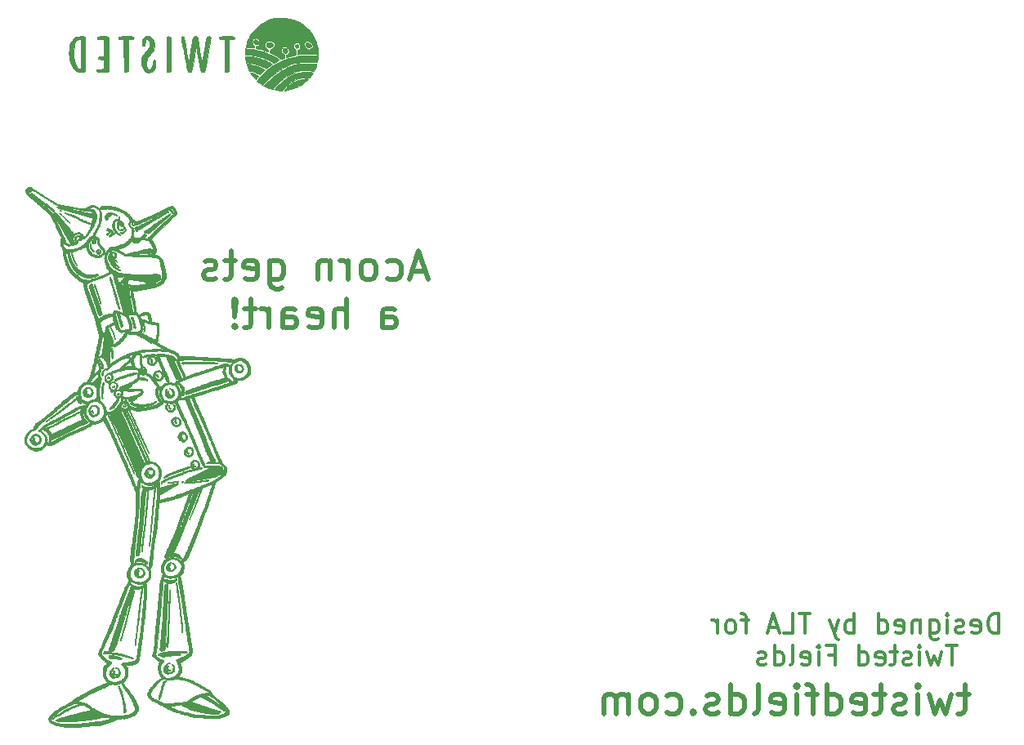
<source format=gbr>
G04 #@! TF.GenerationSoftware,KiCad,Pcbnew,5.1.5-52549c5~86~ubuntu18.04.1*
G04 #@! TF.CreationDate,2020-04-24T23:17:52-07:00*
G04 #@! TF.ProjectId,RPi_Hat,5250695f-4861-4742-9e6b-696361645f70,rev?*
G04 #@! TF.SameCoordinates,Original*
G04 #@! TF.FileFunction,Legend,Bot*
G04 #@! TF.FilePolarity,Positive*
%FSLAX46Y46*%
G04 Gerber Fmt 4.6, Leading zero omitted, Abs format (unit mm)*
G04 Created by KiCad (PCBNEW 5.1.5-52549c5~86~ubuntu18.04.1) date 2020-04-24 23:17:52*
%MOMM*%
%LPD*%
G04 APERTURE LIST*
%ADD10C,0.500000*%
%ADD11C,0.300000*%
%ADD12C,0.010000*%
G04 APERTURE END LIST*
D10*
X158392857Y-130857142D02*
X157250000Y-130857142D01*
X157964285Y-129857142D02*
X157964285Y-132428571D01*
X157821428Y-132714285D01*
X157535714Y-132857142D01*
X157250000Y-132857142D01*
X156535714Y-130857142D02*
X155964285Y-132857142D01*
X155392857Y-131428571D01*
X154821428Y-132857142D01*
X154250000Y-130857142D01*
X153107142Y-132857142D02*
X153107142Y-130857142D01*
X153107142Y-129857142D02*
X153250000Y-130000000D01*
X153107142Y-130142857D01*
X152964285Y-130000000D01*
X153107142Y-129857142D01*
X153107142Y-130142857D01*
X151821428Y-132714285D02*
X151535714Y-132857142D01*
X150964285Y-132857142D01*
X150678571Y-132714285D01*
X150535714Y-132428571D01*
X150535714Y-132285714D01*
X150678571Y-132000000D01*
X150964285Y-131857142D01*
X151392857Y-131857142D01*
X151678571Y-131714285D01*
X151821428Y-131428571D01*
X151821428Y-131285714D01*
X151678571Y-131000000D01*
X151392857Y-130857142D01*
X150964285Y-130857142D01*
X150678571Y-131000000D01*
X149678571Y-130857142D02*
X148535714Y-130857142D01*
X149250000Y-129857142D02*
X149250000Y-132428571D01*
X149107142Y-132714285D01*
X148821428Y-132857142D01*
X148535714Y-132857142D01*
X146392857Y-132714285D02*
X146678571Y-132857142D01*
X147250000Y-132857142D01*
X147535714Y-132714285D01*
X147678571Y-132428571D01*
X147678571Y-131285714D01*
X147535714Y-131000000D01*
X147250000Y-130857142D01*
X146678571Y-130857142D01*
X146392857Y-131000000D01*
X146250000Y-131285714D01*
X146250000Y-131571428D01*
X147678571Y-131857142D01*
X143678571Y-132857142D02*
X143678571Y-129857142D01*
X143678571Y-132714285D02*
X143964285Y-132857142D01*
X144535714Y-132857142D01*
X144821428Y-132714285D01*
X144964285Y-132571428D01*
X145107142Y-132285714D01*
X145107142Y-131428571D01*
X144964285Y-131142857D01*
X144821428Y-131000000D01*
X144535714Y-130857142D01*
X143964285Y-130857142D01*
X143678571Y-131000000D01*
X142678571Y-130857142D02*
X141535714Y-130857142D01*
X142250000Y-132857142D02*
X142250000Y-130285714D01*
X142107142Y-130000000D01*
X141821428Y-129857142D01*
X141535714Y-129857142D01*
X140535714Y-132857142D02*
X140535714Y-130857142D01*
X140535714Y-129857142D02*
X140678571Y-130000000D01*
X140535714Y-130142857D01*
X140392857Y-130000000D01*
X140535714Y-129857142D01*
X140535714Y-130142857D01*
X137964285Y-132714285D02*
X138250000Y-132857142D01*
X138821428Y-132857142D01*
X139107142Y-132714285D01*
X139250000Y-132428571D01*
X139250000Y-131285714D01*
X139107142Y-131000000D01*
X138821428Y-130857142D01*
X138250000Y-130857142D01*
X137964285Y-131000000D01*
X137821428Y-131285714D01*
X137821428Y-131571428D01*
X139250000Y-131857142D01*
X136107142Y-132857142D02*
X136392857Y-132714285D01*
X136535714Y-132428571D01*
X136535714Y-129857142D01*
X133678571Y-132857142D02*
X133678571Y-129857142D01*
X133678571Y-132714285D02*
X133964285Y-132857142D01*
X134535714Y-132857142D01*
X134821428Y-132714285D01*
X134964285Y-132571428D01*
X135107142Y-132285714D01*
X135107142Y-131428571D01*
X134964285Y-131142857D01*
X134821428Y-131000000D01*
X134535714Y-130857142D01*
X133964285Y-130857142D01*
X133678571Y-131000000D01*
X132392857Y-132714285D02*
X132107142Y-132857142D01*
X131535714Y-132857142D01*
X131250000Y-132714285D01*
X131107142Y-132428571D01*
X131107142Y-132285714D01*
X131250000Y-132000000D01*
X131535714Y-131857142D01*
X131964285Y-131857142D01*
X132250000Y-131714285D01*
X132392857Y-131428571D01*
X132392857Y-131285714D01*
X132250000Y-131000000D01*
X131964285Y-130857142D01*
X131535714Y-130857142D01*
X131250000Y-131000000D01*
X129821428Y-132571428D02*
X129678571Y-132714285D01*
X129821428Y-132857142D01*
X129964285Y-132714285D01*
X129821428Y-132571428D01*
X129821428Y-132857142D01*
X127107142Y-132714285D02*
X127392857Y-132857142D01*
X127964285Y-132857142D01*
X128250000Y-132714285D01*
X128392857Y-132571428D01*
X128535714Y-132285714D01*
X128535714Y-131428571D01*
X128392857Y-131142857D01*
X128250000Y-131000000D01*
X127964285Y-130857142D01*
X127392857Y-130857142D01*
X127107142Y-131000000D01*
X125392857Y-132857142D02*
X125678571Y-132714285D01*
X125821428Y-132571428D01*
X125964285Y-132285714D01*
X125964285Y-131428571D01*
X125821428Y-131142857D01*
X125678571Y-131000000D01*
X125392857Y-130857142D01*
X124964285Y-130857142D01*
X124678571Y-131000000D01*
X124535714Y-131142857D01*
X124392857Y-131428571D01*
X124392857Y-132285714D01*
X124535714Y-132571428D01*
X124678571Y-132714285D01*
X124964285Y-132857142D01*
X125392857Y-132857142D01*
X123107142Y-132857142D02*
X123107142Y-130857142D01*
X123107142Y-131142857D02*
X122964285Y-131000000D01*
X122678571Y-130857142D01*
X122250000Y-130857142D01*
X121964285Y-131000000D01*
X121821428Y-131285714D01*
X121821428Y-132857142D01*
X121821428Y-131285714D02*
X121678571Y-131000000D01*
X121392857Y-130857142D01*
X120964285Y-130857142D01*
X120678571Y-131000000D01*
X120535714Y-131285714D01*
X120535714Y-132857142D01*
D11*
X161464285Y-124504761D02*
X161464285Y-122504761D01*
X160988095Y-122504761D01*
X160702380Y-122600000D01*
X160511904Y-122790476D01*
X160416666Y-122980952D01*
X160321428Y-123361904D01*
X160321428Y-123647619D01*
X160416666Y-124028571D01*
X160511904Y-124219047D01*
X160702380Y-124409523D01*
X160988095Y-124504761D01*
X161464285Y-124504761D01*
X158702380Y-124409523D02*
X158892857Y-124504761D01*
X159273809Y-124504761D01*
X159464285Y-124409523D01*
X159559523Y-124219047D01*
X159559523Y-123457142D01*
X159464285Y-123266666D01*
X159273809Y-123171428D01*
X158892857Y-123171428D01*
X158702380Y-123266666D01*
X158607142Y-123457142D01*
X158607142Y-123647619D01*
X159559523Y-123838095D01*
X157845238Y-124409523D02*
X157654761Y-124504761D01*
X157273809Y-124504761D01*
X157083333Y-124409523D01*
X156988095Y-124219047D01*
X156988095Y-124123809D01*
X157083333Y-123933333D01*
X157273809Y-123838095D01*
X157559523Y-123838095D01*
X157750000Y-123742857D01*
X157845238Y-123552380D01*
X157845238Y-123457142D01*
X157750000Y-123266666D01*
X157559523Y-123171428D01*
X157273809Y-123171428D01*
X157083333Y-123266666D01*
X156130952Y-124504761D02*
X156130952Y-123171428D01*
X156130952Y-122504761D02*
X156226190Y-122600000D01*
X156130952Y-122695238D01*
X156035714Y-122600000D01*
X156130952Y-122504761D01*
X156130952Y-122695238D01*
X154321428Y-123171428D02*
X154321428Y-124790476D01*
X154416666Y-124980952D01*
X154511904Y-125076190D01*
X154702380Y-125171428D01*
X154988095Y-125171428D01*
X155178571Y-125076190D01*
X154321428Y-124409523D02*
X154511904Y-124504761D01*
X154892857Y-124504761D01*
X155083333Y-124409523D01*
X155178571Y-124314285D01*
X155273809Y-124123809D01*
X155273809Y-123552380D01*
X155178571Y-123361904D01*
X155083333Y-123266666D01*
X154892857Y-123171428D01*
X154511904Y-123171428D01*
X154321428Y-123266666D01*
X153369047Y-123171428D02*
X153369047Y-124504761D01*
X153369047Y-123361904D02*
X153273809Y-123266666D01*
X153083333Y-123171428D01*
X152797619Y-123171428D01*
X152607142Y-123266666D01*
X152511904Y-123457142D01*
X152511904Y-124504761D01*
X150797619Y-124409523D02*
X150988095Y-124504761D01*
X151369047Y-124504761D01*
X151559523Y-124409523D01*
X151654761Y-124219047D01*
X151654761Y-123457142D01*
X151559523Y-123266666D01*
X151369047Y-123171428D01*
X150988095Y-123171428D01*
X150797619Y-123266666D01*
X150702380Y-123457142D01*
X150702380Y-123647619D01*
X151654761Y-123838095D01*
X148988095Y-124504761D02*
X148988095Y-122504761D01*
X148988095Y-124409523D02*
X149178571Y-124504761D01*
X149559523Y-124504761D01*
X149750000Y-124409523D01*
X149845238Y-124314285D01*
X149940476Y-124123809D01*
X149940476Y-123552380D01*
X149845238Y-123361904D01*
X149750000Y-123266666D01*
X149559523Y-123171428D01*
X149178571Y-123171428D01*
X148988095Y-123266666D01*
X146511904Y-124504761D02*
X146511904Y-122504761D01*
X146511904Y-123266666D02*
X146321428Y-123171428D01*
X145940476Y-123171428D01*
X145750000Y-123266666D01*
X145654761Y-123361904D01*
X145559523Y-123552380D01*
X145559523Y-124123809D01*
X145654761Y-124314285D01*
X145750000Y-124409523D01*
X145940476Y-124504761D01*
X146321428Y-124504761D01*
X146511904Y-124409523D01*
X144892857Y-123171428D02*
X144416666Y-124504761D01*
X143940476Y-123171428D02*
X144416666Y-124504761D01*
X144607142Y-124980952D01*
X144702380Y-125076190D01*
X144892857Y-125171428D01*
X141940476Y-122504761D02*
X140797619Y-122504761D01*
X141369047Y-124504761D02*
X141369047Y-122504761D01*
X139178571Y-124504761D02*
X140130952Y-124504761D01*
X140130952Y-122504761D01*
X138607142Y-123933333D02*
X137654761Y-123933333D01*
X138797619Y-124504761D02*
X138130952Y-122504761D01*
X137464285Y-124504761D01*
X135559523Y-123171428D02*
X134797619Y-123171428D01*
X135273809Y-124504761D02*
X135273809Y-122790476D01*
X135178571Y-122600000D01*
X134988095Y-122504761D01*
X134797619Y-122504761D01*
X133845238Y-124504761D02*
X134035714Y-124409523D01*
X134130952Y-124314285D01*
X134226190Y-124123809D01*
X134226190Y-123552380D01*
X134130952Y-123361904D01*
X134035714Y-123266666D01*
X133845238Y-123171428D01*
X133559523Y-123171428D01*
X133369047Y-123266666D01*
X133273809Y-123361904D01*
X133178571Y-123552380D01*
X133178571Y-124123809D01*
X133273809Y-124314285D01*
X133369047Y-124409523D01*
X133559523Y-124504761D01*
X133845238Y-124504761D01*
X132321428Y-124504761D02*
X132321428Y-123171428D01*
X132321428Y-123552380D02*
X132226190Y-123361904D01*
X132130952Y-123266666D01*
X131940476Y-123171428D01*
X131750000Y-123171428D01*
X157178571Y-125804761D02*
X156035714Y-125804761D01*
X156607142Y-127804761D02*
X156607142Y-125804761D01*
X155559523Y-126471428D02*
X155178571Y-127804761D01*
X154797619Y-126852380D01*
X154416666Y-127804761D01*
X154035714Y-126471428D01*
X153273809Y-127804761D02*
X153273809Y-126471428D01*
X153273809Y-125804761D02*
X153369047Y-125900000D01*
X153273809Y-125995238D01*
X153178571Y-125900000D01*
X153273809Y-125804761D01*
X153273809Y-125995238D01*
X152416666Y-127709523D02*
X152226190Y-127804761D01*
X151845238Y-127804761D01*
X151654761Y-127709523D01*
X151559523Y-127519047D01*
X151559523Y-127423809D01*
X151654761Y-127233333D01*
X151845238Y-127138095D01*
X152130952Y-127138095D01*
X152321428Y-127042857D01*
X152416666Y-126852380D01*
X152416666Y-126757142D01*
X152321428Y-126566666D01*
X152130952Y-126471428D01*
X151845238Y-126471428D01*
X151654761Y-126566666D01*
X150988095Y-126471428D02*
X150226190Y-126471428D01*
X150702380Y-125804761D02*
X150702380Y-127519047D01*
X150607142Y-127709523D01*
X150416666Y-127804761D01*
X150226190Y-127804761D01*
X148797619Y-127709523D02*
X148988095Y-127804761D01*
X149369047Y-127804761D01*
X149559523Y-127709523D01*
X149654761Y-127519047D01*
X149654761Y-126757142D01*
X149559523Y-126566666D01*
X149369047Y-126471428D01*
X148988095Y-126471428D01*
X148797619Y-126566666D01*
X148702380Y-126757142D01*
X148702380Y-126947619D01*
X149654761Y-127138095D01*
X146988095Y-127804761D02*
X146988095Y-125804761D01*
X146988095Y-127709523D02*
X147178571Y-127804761D01*
X147559523Y-127804761D01*
X147750000Y-127709523D01*
X147845238Y-127614285D01*
X147940476Y-127423809D01*
X147940476Y-126852380D01*
X147845238Y-126661904D01*
X147750000Y-126566666D01*
X147559523Y-126471428D01*
X147178571Y-126471428D01*
X146988095Y-126566666D01*
X143845238Y-126757142D02*
X144511904Y-126757142D01*
X144511904Y-127804761D02*
X144511904Y-125804761D01*
X143559523Y-125804761D01*
X142797619Y-127804761D02*
X142797619Y-126471428D01*
X142797619Y-125804761D02*
X142892857Y-125900000D01*
X142797619Y-125995238D01*
X142702380Y-125900000D01*
X142797619Y-125804761D01*
X142797619Y-125995238D01*
X141083333Y-127709523D02*
X141273809Y-127804761D01*
X141654761Y-127804761D01*
X141845238Y-127709523D01*
X141940476Y-127519047D01*
X141940476Y-126757142D01*
X141845238Y-126566666D01*
X141654761Y-126471428D01*
X141273809Y-126471428D01*
X141083333Y-126566666D01*
X140988095Y-126757142D01*
X140988095Y-126947619D01*
X141940476Y-127138095D01*
X139845238Y-127804761D02*
X140035714Y-127709523D01*
X140130952Y-127519047D01*
X140130952Y-125804761D01*
X138226190Y-127804761D02*
X138226190Y-125804761D01*
X138226190Y-127709523D02*
X138416666Y-127804761D01*
X138797619Y-127804761D01*
X138988095Y-127709523D01*
X139083333Y-127614285D01*
X139178571Y-127423809D01*
X139178571Y-126852380D01*
X139083333Y-126661904D01*
X138988095Y-126566666D01*
X138797619Y-126471428D01*
X138416666Y-126471428D01*
X138226190Y-126566666D01*
X137369047Y-127709523D02*
X137178571Y-127804761D01*
X136797619Y-127804761D01*
X136607142Y-127709523D01*
X136511904Y-127519047D01*
X136511904Y-127423809D01*
X136607142Y-127233333D01*
X136797619Y-127138095D01*
X137083333Y-127138095D01*
X137273809Y-127042857D01*
X137369047Y-126852380D01*
X137369047Y-126757142D01*
X137273809Y-126566666D01*
X137083333Y-126471428D01*
X136797619Y-126471428D01*
X136607142Y-126566666D01*
D10*
X102100000Y-87000000D02*
X100671428Y-87000000D01*
X102385714Y-87857142D02*
X101385714Y-84857142D01*
X100385714Y-87857142D01*
X98100000Y-87714285D02*
X98385714Y-87857142D01*
X98957142Y-87857142D01*
X99242857Y-87714285D01*
X99385714Y-87571428D01*
X99528571Y-87285714D01*
X99528571Y-86428571D01*
X99385714Y-86142857D01*
X99242857Y-86000000D01*
X98957142Y-85857142D01*
X98385714Y-85857142D01*
X98100000Y-86000000D01*
X96385714Y-87857142D02*
X96671428Y-87714285D01*
X96814285Y-87571428D01*
X96957142Y-87285714D01*
X96957142Y-86428571D01*
X96814285Y-86142857D01*
X96671428Y-86000000D01*
X96385714Y-85857142D01*
X95957142Y-85857142D01*
X95671428Y-86000000D01*
X95528571Y-86142857D01*
X95385714Y-86428571D01*
X95385714Y-87285714D01*
X95528571Y-87571428D01*
X95671428Y-87714285D01*
X95957142Y-87857142D01*
X96385714Y-87857142D01*
X94100000Y-87857142D02*
X94100000Y-85857142D01*
X94100000Y-86428571D02*
X93957142Y-86142857D01*
X93814285Y-86000000D01*
X93528571Y-85857142D01*
X93242857Y-85857142D01*
X92242857Y-85857142D02*
X92242857Y-87857142D01*
X92242857Y-86142857D02*
X92100000Y-86000000D01*
X91814285Y-85857142D01*
X91385714Y-85857142D01*
X91100000Y-86000000D01*
X90957142Y-86285714D01*
X90957142Y-87857142D01*
X85957142Y-85857142D02*
X85957142Y-88285714D01*
X86100000Y-88571428D01*
X86242857Y-88714285D01*
X86528571Y-88857142D01*
X86957142Y-88857142D01*
X87242857Y-88714285D01*
X85957142Y-87714285D02*
X86242857Y-87857142D01*
X86814285Y-87857142D01*
X87100000Y-87714285D01*
X87242857Y-87571428D01*
X87385714Y-87285714D01*
X87385714Y-86428571D01*
X87242857Y-86142857D01*
X87100000Y-86000000D01*
X86814285Y-85857142D01*
X86242857Y-85857142D01*
X85957142Y-86000000D01*
X83385714Y-87714285D02*
X83671428Y-87857142D01*
X84242857Y-87857142D01*
X84528571Y-87714285D01*
X84671428Y-87428571D01*
X84671428Y-86285714D01*
X84528571Y-86000000D01*
X84242857Y-85857142D01*
X83671428Y-85857142D01*
X83385714Y-86000000D01*
X83242857Y-86285714D01*
X83242857Y-86571428D01*
X84671428Y-86857142D01*
X82385714Y-85857142D02*
X81242857Y-85857142D01*
X81957142Y-84857142D02*
X81957142Y-87428571D01*
X81814285Y-87714285D01*
X81528571Y-87857142D01*
X81242857Y-87857142D01*
X80385714Y-87714285D02*
X80100000Y-87857142D01*
X79528571Y-87857142D01*
X79242857Y-87714285D01*
X79100000Y-87428571D01*
X79100000Y-87285714D01*
X79242857Y-87000000D01*
X79528571Y-86857142D01*
X79957142Y-86857142D01*
X80242857Y-86714285D01*
X80385714Y-86428571D01*
X80385714Y-86285714D01*
X80242857Y-86000000D01*
X79957142Y-85857142D01*
X79528571Y-85857142D01*
X79242857Y-86000000D01*
X97600000Y-92857142D02*
X97600000Y-91285714D01*
X97742857Y-91000000D01*
X98028571Y-90857142D01*
X98600000Y-90857142D01*
X98885714Y-91000000D01*
X97600000Y-92714285D02*
X97885714Y-92857142D01*
X98600000Y-92857142D01*
X98885714Y-92714285D01*
X99028571Y-92428571D01*
X99028571Y-92142857D01*
X98885714Y-91857142D01*
X98600000Y-91714285D01*
X97885714Y-91714285D01*
X97600000Y-91571428D01*
X93885714Y-92857142D02*
X93885714Y-89857142D01*
X92600000Y-92857142D02*
X92600000Y-91285714D01*
X92742857Y-91000000D01*
X93028571Y-90857142D01*
X93457142Y-90857142D01*
X93742857Y-91000000D01*
X93885714Y-91142857D01*
X90028571Y-92714285D02*
X90314285Y-92857142D01*
X90885714Y-92857142D01*
X91171428Y-92714285D01*
X91314285Y-92428571D01*
X91314285Y-91285714D01*
X91171428Y-91000000D01*
X90885714Y-90857142D01*
X90314285Y-90857142D01*
X90028571Y-91000000D01*
X89885714Y-91285714D01*
X89885714Y-91571428D01*
X91314285Y-91857142D01*
X87314285Y-92857142D02*
X87314285Y-91285714D01*
X87457142Y-91000000D01*
X87742857Y-90857142D01*
X88314285Y-90857142D01*
X88600000Y-91000000D01*
X87314285Y-92714285D02*
X87600000Y-92857142D01*
X88314285Y-92857142D01*
X88600000Y-92714285D01*
X88742857Y-92428571D01*
X88742857Y-92142857D01*
X88600000Y-91857142D01*
X88314285Y-91714285D01*
X87600000Y-91714285D01*
X87314285Y-91571428D01*
X85885714Y-92857142D02*
X85885714Y-90857142D01*
X85885714Y-91428571D02*
X85742857Y-91142857D01*
X85600000Y-91000000D01*
X85314285Y-90857142D01*
X85028571Y-90857142D01*
X84457142Y-90857142D02*
X83314285Y-90857142D01*
X84028571Y-89857142D02*
X84028571Y-92428571D01*
X83885714Y-92714285D01*
X83600000Y-92857142D01*
X83314285Y-92857142D01*
X82314285Y-92571428D02*
X82171428Y-92714285D01*
X82314285Y-92857142D01*
X82457142Y-92714285D01*
X82314285Y-92571428D01*
X82314285Y-92857142D01*
X82314285Y-91714285D02*
X82457142Y-90000000D01*
X82314285Y-89857142D01*
X82171428Y-90000000D01*
X82314285Y-91714285D01*
X82314285Y-89857142D01*
D12*
G36*
X89440364Y-67054874D02*
G01*
X89224896Y-67089434D01*
X89006505Y-67142734D01*
X88798820Y-67212451D01*
X88752592Y-67231155D01*
X88505491Y-67351859D01*
X88248325Y-67508428D01*
X87994563Y-67691704D01*
X87757671Y-67892531D01*
X87700357Y-67946633D01*
X87637892Y-68009776D01*
X87573183Y-68079591D01*
X87513433Y-68147602D01*
X87465846Y-68205330D01*
X87437623Y-68244297D01*
X87435969Y-68256024D01*
X87438421Y-68254930D01*
X87466386Y-68250160D01*
X87526222Y-68243499D01*
X87548100Y-68241430D01*
X87806498Y-68204804D01*
X88087399Y-68142027D01*
X88373106Y-68058000D01*
X88645918Y-67957622D01*
X88773436Y-67902151D01*
X88950232Y-67811313D01*
X89143124Y-67696557D01*
X89340215Y-67566237D01*
X89529608Y-67428704D01*
X89699404Y-67292309D01*
X89837706Y-67165406D01*
X89868450Y-67133482D01*
X89928199Y-67069292D01*
X89808009Y-67051268D01*
X89639278Y-67041378D01*
X89440364Y-67054874D01*
G37*
X89440364Y-67054874D02*
X89224896Y-67089434D01*
X89006505Y-67142734D01*
X88798820Y-67212451D01*
X88752592Y-67231155D01*
X88505491Y-67351859D01*
X88248325Y-67508428D01*
X87994563Y-67691704D01*
X87757671Y-67892531D01*
X87700357Y-67946633D01*
X87637892Y-68009776D01*
X87573183Y-68079591D01*
X87513433Y-68147602D01*
X87465846Y-68205330D01*
X87437623Y-68244297D01*
X87435969Y-68256024D01*
X87438421Y-68254930D01*
X87466386Y-68250160D01*
X87526222Y-68243499D01*
X87548100Y-68241430D01*
X87806498Y-68204804D01*
X88087399Y-68142027D01*
X88373106Y-68058000D01*
X88645918Y-67957622D01*
X88773436Y-67902151D01*
X88950232Y-67811313D01*
X89143124Y-67696557D01*
X89340215Y-67566237D01*
X89529608Y-67428704D01*
X89699404Y-67292309D01*
X89837706Y-67165406D01*
X89868450Y-67133482D01*
X89928199Y-67069292D01*
X89808009Y-67051268D01*
X89639278Y-67041378D01*
X89440364Y-67054874D01*
G36*
X89780288Y-65452836D02*
G01*
X89598878Y-65454146D01*
X89451856Y-65456877D01*
X89331018Y-65461479D01*
X89228158Y-65468398D01*
X89135072Y-65478084D01*
X89043555Y-65490986D01*
X88945402Y-65507551D01*
X88922717Y-65511621D01*
X88518548Y-65599453D01*
X88140987Y-65713758D01*
X87780571Y-65858772D01*
X87427836Y-66038729D01*
X87073317Y-66257864D01*
X86764351Y-66477462D01*
X86627232Y-66581243D01*
X86504700Y-66676642D01*
X86389016Y-66770280D01*
X86272440Y-66868779D01*
X86147232Y-66978760D01*
X86005651Y-67106844D01*
X85839958Y-67259654D01*
X85725523Y-67366173D01*
X85299945Y-67763244D01*
X85520458Y-67874050D01*
X85894092Y-68033969D01*
X86293210Y-68151798D01*
X86713149Y-68226332D01*
X86976600Y-68249970D01*
X87243300Y-68265332D01*
X87294100Y-68168406D01*
X87344177Y-68094655D01*
X87426558Y-67997914D01*
X87533215Y-67886081D01*
X87656124Y-67767055D01*
X87787258Y-67648735D01*
X87918590Y-67539020D01*
X87989473Y-67484100D01*
X88181893Y-67353444D01*
X88401027Y-67227171D01*
X88630019Y-67113816D01*
X88852013Y-67021915D01*
X88995900Y-66974438D01*
X89137487Y-66941796D01*
X89302813Y-66916178D01*
X89477887Y-66898565D01*
X89648716Y-66889942D01*
X89801305Y-66891291D01*
X89921663Y-66903598D01*
X89942556Y-66907903D01*
X90051012Y-66933227D01*
X90160794Y-66789763D01*
X90254133Y-66664291D01*
X90327376Y-66558681D01*
X90377103Y-66478300D01*
X90399895Y-66428510D01*
X90399289Y-66415622D01*
X90369763Y-66405787D01*
X90301810Y-66390708D01*
X90207213Y-66372863D01*
X90147922Y-66362739D01*
X89964954Y-66342463D01*
X89749990Y-66334373D01*
X89520210Y-66337908D01*
X89292794Y-66352506D01*
X89084920Y-66377605D01*
X88957800Y-66401678D01*
X88584741Y-66510175D01*
X88220601Y-66663044D01*
X87861615Y-66862196D01*
X87504020Y-67109539D01*
X87395700Y-67194024D01*
X87315201Y-67261890D01*
X87207795Y-67357468D01*
X87082452Y-67472503D01*
X86948139Y-67598741D01*
X86813826Y-67727925D01*
X86783356Y-67757696D01*
X86636763Y-67899761D01*
X86521483Y-68007045D01*
X86434019Y-68081765D01*
X86370871Y-68126135D01*
X86328541Y-68142372D01*
X86303529Y-68132690D01*
X86292338Y-68099307D01*
X86290800Y-68069617D01*
X86308819Y-68033894D01*
X86359212Y-67969756D01*
X86436487Y-67882653D01*
X86535152Y-67778031D01*
X86649714Y-67661341D01*
X86774681Y-67538030D01*
X86904560Y-67413547D01*
X87033858Y-67293340D01*
X87157084Y-67182859D01*
X87268744Y-67087551D01*
X87332200Y-67036566D01*
X87697030Y-66775554D01*
X88058781Y-66563355D01*
X88421476Y-66398479D01*
X88789136Y-66279437D01*
X89165784Y-66204740D01*
X89555441Y-66172899D01*
X89669000Y-66171463D01*
X89842720Y-66175956D01*
X90017619Y-66187852D01*
X90181796Y-66205757D01*
X90323349Y-66228277D01*
X90430374Y-66254017D01*
X90458552Y-66263962D01*
X90482846Y-66261352D01*
X90511882Y-66230393D01*
X90550080Y-66164723D01*
X90601857Y-66057979D01*
X90602378Y-66056856D01*
X90681886Y-65877478D01*
X90741395Y-65726208D01*
X90779628Y-65607041D01*
X90795306Y-65523970D01*
X90787150Y-65480989D01*
X90786822Y-65480652D01*
X90755393Y-65471410D01*
X90680482Y-65464069D01*
X90560531Y-65458572D01*
X90393984Y-65454862D01*
X90179283Y-65452884D01*
X90004290Y-65452500D01*
X89780288Y-65452836D01*
G37*
X89780288Y-65452836D02*
X89598878Y-65454146D01*
X89451856Y-65456877D01*
X89331018Y-65461479D01*
X89228158Y-65468398D01*
X89135072Y-65478084D01*
X89043555Y-65490986D01*
X88945402Y-65507551D01*
X88922717Y-65511621D01*
X88518548Y-65599453D01*
X88140987Y-65713758D01*
X87780571Y-65858772D01*
X87427836Y-66038729D01*
X87073317Y-66257864D01*
X86764351Y-66477462D01*
X86627232Y-66581243D01*
X86504700Y-66676642D01*
X86389016Y-66770280D01*
X86272440Y-66868779D01*
X86147232Y-66978760D01*
X86005651Y-67106844D01*
X85839958Y-67259654D01*
X85725523Y-67366173D01*
X85299945Y-67763244D01*
X85520458Y-67874050D01*
X85894092Y-68033969D01*
X86293210Y-68151798D01*
X86713149Y-68226332D01*
X86976600Y-68249970D01*
X87243300Y-68265332D01*
X87294100Y-68168406D01*
X87344177Y-68094655D01*
X87426558Y-67997914D01*
X87533215Y-67886081D01*
X87656124Y-67767055D01*
X87787258Y-67648735D01*
X87918590Y-67539020D01*
X87989473Y-67484100D01*
X88181893Y-67353444D01*
X88401027Y-67227171D01*
X88630019Y-67113816D01*
X88852013Y-67021915D01*
X88995900Y-66974438D01*
X89137487Y-66941796D01*
X89302813Y-66916178D01*
X89477887Y-66898565D01*
X89648716Y-66889942D01*
X89801305Y-66891291D01*
X89921663Y-66903598D01*
X89942556Y-66907903D01*
X90051012Y-66933227D01*
X90160794Y-66789763D01*
X90254133Y-66664291D01*
X90327376Y-66558681D01*
X90377103Y-66478300D01*
X90399895Y-66428510D01*
X90399289Y-66415622D01*
X90369763Y-66405787D01*
X90301810Y-66390708D01*
X90207213Y-66372863D01*
X90147922Y-66362739D01*
X89964954Y-66342463D01*
X89749990Y-66334373D01*
X89520210Y-66337908D01*
X89292794Y-66352506D01*
X89084920Y-66377605D01*
X88957800Y-66401678D01*
X88584741Y-66510175D01*
X88220601Y-66663044D01*
X87861615Y-66862196D01*
X87504020Y-67109539D01*
X87395700Y-67194024D01*
X87315201Y-67261890D01*
X87207795Y-67357468D01*
X87082452Y-67472503D01*
X86948139Y-67598741D01*
X86813826Y-67727925D01*
X86783356Y-67757696D01*
X86636763Y-67899761D01*
X86521483Y-68007045D01*
X86434019Y-68081765D01*
X86370871Y-68126135D01*
X86328541Y-68142372D01*
X86303529Y-68132690D01*
X86292338Y-68099307D01*
X86290800Y-68069617D01*
X86308819Y-68033894D01*
X86359212Y-67969756D01*
X86436487Y-67882653D01*
X86535152Y-67778031D01*
X86649714Y-67661341D01*
X86774681Y-67538030D01*
X86904560Y-67413547D01*
X87033858Y-67293340D01*
X87157084Y-67182859D01*
X87268744Y-67087551D01*
X87332200Y-67036566D01*
X87697030Y-66775554D01*
X88058781Y-66563355D01*
X88421476Y-66398479D01*
X88789136Y-66279437D01*
X89165784Y-66204740D01*
X89555441Y-66172899D01*
X89669000Y-66171463D01*
X89842720Y-66175956D01*
X90017619Y-66187852D01*
X90181796Y-66205757D01*
X90323349Y-66228277D01*
X90430374Y-66254017D01*
X90458552Y-66263962D01*
X90482846Y-66261352D01*
X90511882Y-66230393D01*
X90550080Y-66164723D01*
X90601857Y-66057979D01*
X90602378Y-66056856D01*
X90681886Y-65877478D01*
X90741395Y-65726208D01*
X90779628Y-65607041D01*
X90795306Y-65523970D01*
X90787150Y-65480989D01*
X90786822Y-65480652D01*
X90755393Y-65471410D01*
X90680482Y-65464069D01*
X90560531Y-65458572D01*
X90393984Y-65454862D01*
X90179283Y-65452884D01*
X90004290Y-65452500D01*
X89780288Y-65452836D01*
G36*
X89613031Y-64621430D02*
G01*
X89366894Y-64631492D01*
X89146727Y-64648122D01*
X89021300Y-64662837D01*
X88437467Y-64769565D01*
X87872175Y-64922754D01*
X87327202Y-65121638D01*
X86804328Y-65365453D01*
X86305330Y-65653435D01*
X85831987Y-65984817D01*
X85693900Y-66093676D01*
X85554790Y-66212128D01*
X85397793Y-66355388D01*
X85232929Y-66513484D01*
X85070219Y-66676444D01*
X84919680Y-66834295D01*
X84791333Y-66977065D01*
X84719075Y-67063931D01*
X84589317Y-67227562D01*
X84646309Y-67288506D01*
X84694295Y-67332750D01*
X84771924Y-67396918D01*
X84867238Y-67471776D01*
X84968281Y-67548089D01*
X85063098Y-67616621D01*
X85128750Y-67661139D01*
X85176629Y-67688545D01*
X85195887Y-67686189D01*
X85198600Y-67668032D01*
X85216804Y-67639814D01*
X85267951Y-67582920D01*
X85346842Y-67502230D01*
X85448280Y-67402625D01*
X85567067Y-67288983D01*
X85698004Y-67166185D01*
X85835895Y-67039109D01*
X85975540Y-66912637D01*
X86111742Y-66791646D01*
X86239303Y-66681018D01*
X86341600Y-66595024D01*
X86657306Y-66350032D01*
X86985894Y-66123530D01*
X87318796Y-65920479D01*
X87647445Y-65745841D01*
X87963272Y-65604575D01*
X88198858Y-65519587D01*
X88505435Y-65434946D01*
X88846887Y-65363326D01*
X89199100Y-65309040D01*
X89314221Y-65298287D01*
X89465702Y-65289935D01*
X89643140Y-65284012D01*
X89836131Y-65280545D01*
X90034270Y-65279561D01*
X90227156Y-65281088D01*
X90404383Y-65285152D01*
X90555549Y-65291782D01*
X90670249Y-65301005D01*
X90701459Y-65305095D01*
X90857618Y-65329083D01*
X90886675Y-65187591D01*
X90902747Y-65091776D01*
X90918318Y-64969628D01*
X90930329Y-64845551D01*
X90931495Y-64830200D01*
X90938341Y-64726624D01*
X90939473Y-64665539D01*
X90933709Y-64638835D01*
X90919868Y-64638406D01*
X90905112Y-64649091D01*
X90879519Y-64663469D01*
X90840243Y-64670469D01*
X90777865Y-64670099D01*
X90682966Y-64662368D01*
X90564434Y-64649408D01*
X90360840Y-64631925D01*
X90124646Y-64621519D01*
X89870496Y-64618063D01*
X89613031Y-64621430D01*
G37*
X89613031Y-64621430D02*
X89366894Y-64631492D01*
X89146727Y-64648122D01*
X89021300Y-64662837D01*
X88437467Y-64769565D01*
X87872175Y-64922754D01*
X87327202Y-65121638D01*
X86804328Y-65365453D01*
X86305330Y-65653435D01*
X85831987Y-65984817D01*
X85693900Y-66093676D01*
X85554790Y-66212128D01*
X85397793Y-66355388D01*
X85232929Y-66513484D01*
X85070219Y-66676444D01*
X84919680Y-66834295D01*
X84791333Y-66977065D01*
X84719075Y-67063931D01*
X84589317Y-67227562D01*
X84646309Y-67288506D01*
X84694295Y-67332750D01*
X84771924Y-67396918D01*
X84867238Y-67471776D01*
X84968281Y-67548089D01*
X85063098Y-67616621D01*
X85128750Y-67661139D01*
X85176629Y-67688545D01*
X85195887Y-67686189D01*
X85198600Y-67668032D01*
X85216804Y-67639814D01*
X85267951Y-67582920D01*
X85346842Y-67502230D01*
X85448280Y-67402625D01*
X85567067Y-67288983D01*
X85698004Y-67166185D01*
X85835895Y-67039109D01*
X85975540Y-66912637D01*
X86111742Y-66791646D01*
X86239303Y-66681018D01*
X86341600Y-66595024D01*
X86657306Y-66350032D01*
X86985894Y-66123530D01*
X87318796Y-65920479D01*
X87647445Y-65745841D01*
X87963272Y-65604575D01*
X88198858Y-65519587D01*
X88505435Y-65434946D01*
X88846887Y-65363326D01*
X89199100Y-65309040D01*
X89314221Y-65298287D01*
X89465702Y-65289935D01*
X89643140Y-65284012D01*
X89836131Y-65280545D01*
X90034270Y-65279561D01*
X90227156Y-65281088D01*
X90404383Y-65285152D01*
X90555549Y-65291782D01*
X90670249Y-65301005D01*
X90701459Y-65305095D01*
X90857618Y-65329083D01*
X90886675Y-65187591D01*
X90902747Y-65091776D01*
X90918318Y-64969628D01*
X90930329Y-64845551D01*
X90931495Y-64830200D01*
X90938341Y-64726624D01*
X90939473Y-64665539D01*
X90933709Y-64638835D01*
X90919868Y-64638406D01*
X90905112Y-64649091D01*
X90879519Y-64663469D01*
X90840243Y-64670469D01*
X90777865Y-64670099D01*
X90682966Y-64662368D01*
X90564434Y-64649408D01*
X90360840Y-64631925D01*
X90124646Y-64621519D01*
X89870496Y-64618063D01*
X89613031Y-64621430D01*
G36*
X83940267Y-66410420D02*
G01*
X83939203Y-66411330D01*
X83945633Y-66438161D01*
X83977923Y-66495786D01*
X84029925Y-66575549D01*
X84095494Y-66668796D01*
X84168485Y-66766871D01*
X84242751Y-66861116D01*
X84312147Y-66942877D01*
X84332271Y-66964935D01*
X84474700Y-67117535D01*
X84609360Y-66950431D01*
X84672728Y-66869897D01*
X84723346Y-66802028D01*
X84752778Y-66758261D01*
X84756342Y-66751218D01*
X84740392Y-66726570D01*
X84685416Y-66689661D01*
X84600576Y-66644305D01*
X84495036Y-66594311D01*
X84377960Y-66543491D01*
X84258512Y-66495658D01*
X84145855Y-66454623D01*
X84049153Y-66424197D01*
X83977569Y-66408192D01*
X83940267Y-66410420D01*
G37*
X83940267Y-66410420D02*
X83939203Y-66411330D01*
X83945633Y-66438161D01*
X83977923Y-66495786D01*
X84029925Y-66575549D01*
X84095494Y-66668796D01*
X84168485Y-66766871D01*
X84242751Y-66861116D01*
X84312147Y-66942877D01*
X84332271Y-66964935D01*
X84474700Y-67117535D01*
X84609360Y-66950431D01*
X84672728Y-66869897D01*
X84723346Y-66802028D01*
X84752778Y-66758261D01*
X84756342Y-66751218D01*
X84740392Y-66726570D01*
X84685416Y-66689661D01*
X84600576Y-66644305D01*
X84495036Y-66594311D01*
X84377960Y-66543491D01*
X84258512Y-66495658D01*
X84145855Y-66454623D01*
X84049153Y-66424197D01*
X83977569Y-66408192D01*
X83940267Y-66410420D01*
G36*
X83531697Y-65503527D02*
G01*
X83551091Y-65567548D01*
X83582445Y-65658253D01*
X83621988Y-65765528D01*
X83665949Y-65879262D01*
X83710559Y-65989341D01*
X83752047Y-66085654D01*
X83768741Y-66121910D01*
X83817436Y-66218246D01*
X83852478Y-66271204D01*
X83877176Y-66285290D01*
X83885300Y-66280660D01*
X83931294Y-66258518D01*
X83974914Y-66252600D01*
X84037968Y-66262196D01*
X84135571Y-66288183D01*
X84255837Y-66326356D01*
X84386875Y-66372508D01*
X84516800Y-66422435D01*
X84633721Y-66471932D01*
X84725752Y-66516793D01*
X84732828Y-66520694D01*
X84811121Y-66563747D01*
X84869982Y-66594766D01*
X84897470Y-66607474D01*
X84897928Y-66607514D01*
X84917940Y-66590305D01*
X84967234Y-66543416D01*
X85039273Y-66473188D01*
X85127518Y-66385961D01*
X85169063Y-66344561D01*
X85431626Y-66082294D01*
X85215737Y-65976821D01*
X84744628Y-65774608D01*
X84251387Y-65617625D01*
X83789404Y-65515007D01*
X83682583Y-65496578D01*
X83596407Y-65483141D01*
X83541735Y-65476305D01*
X83528032Y-65476301D01*
X83531697Y-65503527D01*
G37*
X83531697Y-65503527D02*
X83551091Y-65567548D01*
X83582445Y-65658253D01*
X83621988Y-65765528D01*
X83665949Y-65879262D01*
X83710559Y-65989341D01*
X83752047Y-66085654D01*
X83768741Y-66121910D01*
X83817436Y-66218246D01*
X83852478Y-66271204D01*
X83877176Y-66285290D01*
X83885300Y-66280660D01*
X83931294Y-66258518D01*
X83974914Y-66252600D01*
X84037968Y-66262196D01*
X84135571Y-66288183D01*
X84255837Y-66326356D01*
X84386875Y-66372508D01*
X84516800Y-66422435D01*
X84633721Y-66471932D01*
X84725752Y-66516793D01*
X84732828Y-66520694D01*
X84811121Y-66563747D01*
X84869982Y-66594766D01*
X84897470Y-66607474D01*
X84897928Y-66607514D01*
X84917940Y-66590305D01*
X84967234Y-66543416D01*
X85039273Y-66473188D01*
X85127518Y-66385961D01*
X85169063Y-66344561D01*
X85431626Y-66082294D01*
X85215737Y-65976821D01*
X84744628Y-65774608D01*
X84251387Y-65617625D01*
X83789404Y-65515007D01*
X83682583Y-65496578D01*
X83596407Y-65483141D01*
X83541735Y-65476305D01*
X83528032Y-65476301D01*
X83531697Y-65503527D01*
G36*
X73103653Y-62627242D02*
G01*
X72977138Y-62677591D01*
X72879021Y-62763985D01*
X72807269Y-62889025D01*
X72759850Y-63055311D01*
X72734728Y-63265442D01*
X72733624Y-63284174D01*
X72728274Y-63402920D01*
X72728687Y-63482335D01*
X72736055Y-63533683D01*
X72751567Y-63568229D01*
X72765530Y-63585853D01*
X72832093Y-63628970D01*
X72904348Y-63629303D01*
X72961192Y-63591950D01*
X72984350Y-63541853D01*
X73004249Y-63455643D01*
X73016098Y-63363442D01*
X73039982Y-63194654D01*
X73077564Y-63069226D01*
X73127964Y-62989352D01*
X73178118Y-62959419D01*
X73269123Y-62954276D01*
X73346507Y-62991242D01*
X73415882Y-63073845D01*
X73446784Y-63128400D01*
X73486649Y-63213410D01*
X73506467Y-63284414D01*
X73510870Y-63365254D01*
X73507309Y-63439776D01*
X73489696Y-63565935D01*
X73451299Y-63690212D01*
X73388036Y-63820446D01*
X73295824Y-63964477D01*
X73170581Y-64130143D01*
X73107280Y-64207900D01*
X72950566Y-64405868D01*
X72829604Y-64580597D01*
X72740586Y-64740720D01*
X72679706Y-64894868D01*
X72643157Y-65051673D01*
X72627131Y-65219768D01*
X72625600Y-65300099D01*
X72643170Y-65536089D01*
X72693749Y-65755298D01*
X72774144Y-65951424D01*
X72881160Y-66118166D01*
X73011603Y-66249221D01*
X73148887Y-66332560D01*
X73313310Y-66382507D01*
X73480947Y-66392396D01*
X73616200Y-66367510D01*
X73755887Y-66296583D01*
X73877096Y-66182656D01*
X73977141Y-66031015D01*
X74053331Y-65846945D01*
X74102977Y-65635731D01*
X74123390Y-65402659D01*
X74123759Y-65369950D01*
X74113873Y-65234381D01*
X74082703Y-65143263D01*
X74029118Y-65094418D01*
X73975737Y-65084200D01*
X73919954Y-65100131D01*
X73879692Y-65151257D01*
X73852567Y-65242575D01*
X73836400Y-65376300D01*
X73810028Y-65586598D01*
X73764419Y-65755146D01*
X73697611Y-65887966D01*
X73649911Y-65949313D01*
X73584524Y-66012828D01*
X73527590Y-66042815D01*
X73471875Y-66049400D01*
X73379246Y-66038725D01*
X73308870Y-66000489D01*
X73246378Y-65925379D01*
X73223570Y-65888416D01*
X73165198Y-65746705D01*
X73133649Y-65574980D01*
X73129371Y-65386643D01*
X73152809Y-65195096D01*
X73195308Y-65038480D01*
X73264531Y-64892349D01*
X73377839Y-64721309D01*
X73535129Y-64525509D01*
X73579634Y-64474600D01*
X73707070Y-64326087D01*
X73802777Y-64202304D01*
X73872923Y-64094149D01*
X73923673Y-63992519D01*
X73946726Y-63932763D01*
X74001867Y-63715151D01*
X74010926Y-63503042D01*
X73988356Y-63340768D01*
X73935073Y-63148549D01*
X73860297Y-62990540D01*
X73756823Y-62852205D01*
X73734194Y-62827853D01*
X73612590Y-62717553D01*
X73493648Y-62648998D01*
X73363596Y-62615862D01*
X73260600Y-62610340D01*
X73103653Y-62627242D01*
G37*
X73103653Y-62627242D02*
X72977138Y-62677591D01*
X72879021Y-62763985D01*
X72807269Y-62889025D01*
X72759850Y-63055311D01*
X72734728Y-63265442D01*
X72733624Y-63284174D01*
X72728274Y-63402920D01*
X72728687Y-63482335D01*
X72736055Y-63533683D01*
X72751567Y-63568229D01*
X72765530Y-63585853D01*
X72832093Y-63628970D01*
X72904348Y-63629303D01*
X72961192Y-63591950D01*
X72984350Y-63541853D01*
X73004249Y-63455643D01*
X73016098Y-63363442D01*
X73039982Y-63194654D01*
X73077564Y-63069226D01*
X73127964Y-62989352D01*
X73178118Y-62959419D01*
X73269123Y-62954276D01*
X73346507Y-62991242D01*
X73415882Y-63073845D01*
X73446784Y-63128400D01*
X73486649Y-63213410D01*
X73506467Y-63284414D01*
X73510870Y-63365254D01*
X73507309Y-63439776D01*
X73489696Y-63565935D01*
X73451299Y-63690212D01*
X73388036Y-63820446D01*
X73295824Y-63964477D01*
X73170581Y-64130143D01*
X73107280Y-64207900D01*
X72950566Y-64405868D01*
X72829604Y-64580597D01*
X72740586Y-64740720D01*
X72679706Y-64894868D01*
X72643157Y-65051673D01*
X72627131Y-65219768D01*
X72625600Y-65300099D01*
X72643170Y-65536089D01*
X72693749Y-65755298D01*
X72774144Y-65951424D01*
X72881160Y-66118166D01*
X73011603Y-66249221D01*
X73148887Y-66332560D01*
X73313310Y-66382507D01*
X73480947Y-66392396D01*
X73616200Y-66367510D01*
X73755887Y-66296583D01*
X73877096Y-66182656D01*
X73977141Y-66031015D01*
X74053331Y-65846945D01*
X74102977Y-65635731D01*
X74123390Y-65402659D01*
X74123759Y-65369950D01*
X74113873Y-65234381D01*
X74082703Y-65143263D01*
X74029118Y-65094418D01*
X73975737Y-65084200D01*
X73919954Y-65100131D01*
X73879692Y-65151257D01*
X73852567Y-65242575D01*
X73836400Y-65376300D01*
X73810028Y-65586598D01*
X73764419Y-65755146D01*
X73697611Y-65887966D01*
X73649911Y-65949313D01*
X73584524Y-66012828D01*
X73527590Y-66042815D01*
X73471875Y-66049400D01*
X73379246Y-66038725D01*
X73308870Y-66000489D01*
X73246378Y-65925379D01*
X73223570Y-65888416D01*
X73165198Y-65746705D01*
X73133649Y-65574980D01*
X73129371Y-65386643D01*
X73152809Y-65195096D01*
X73195308Y-65038480D01*
X73264531Y-64892349D01*
X73377839Y-64721309D01*
X73535129Y-64525509D01*
X73579634Y-64474600D01*
X73707070Y-64326087D01*
X73802777Y-64202304D01*
X73872923Y-64094149D01*
X73923673Y-63992519D01*
X73946726Y-63932763D01*
X74001867Y-63715151D01*
X74010926Y-63503042D01*
X73988356Y-63340768D01*
X73935073Y-63148549D01*
X73860297Y-62990540D01*
X73756823Y-62852205D01*
X73734194Y-62827853D01*
X73612590Y-62717553D01*
X73493648Y-62648998D01*
X73363596Y-62615862D01*
X73260600Y-62610340D01*
X73103653Y-62627242D01*
G36*
X81270378Y-62646197D02*
G01*
X81090554Y-62648027D01*
X80951233Y-62652246D01*
X80847268Y-62659809D01*
X80773511Y-62671673D01*
X80724815Y-62688795D01*
X80696033Y-62712129D01*
X80682017Y-62742632D01*
X80677620Y-62781261D01*
X80677400Y-62797825D01*
X80684316Y-62861027D01*
X80710071Y-62904435D01*
X80762181Y-62931506D01*
X80848161Y-62945698D01*
X80975525Y-62950471D01*
X81009415Y-62950599D01*
X81261600Y-62950600D01*
X81261600Y-64601600D01*
X81261636Y-64931711D01*
X81261817Y-65214773D01*
X81262255Y-65454538D01*
X81263062Y-65654755D01*
X81264351Y-65819176D01*
X81266234Y-65951552D01*
X81268821Y-66055634D01*
X81272226Y-66135172D01*
X81276560Y-66193918D01*
X81281935Y-66235623D01*
X81288463Y-66264037D01*
X81296256Y-66282912D01*
X81305427Y-66295999D01*
X81312400Y-66303400D01*
X81386329Y-66345141D01*
X81481156Y-66356953D01*
X81577219Y-66339495D01*
X81654860Y-66293426D01*
X81656455Y-66291854D01*
X81718800Y-66229509D01*
X81718800Y-62950600D01*
X81971360Y-62950600D01*
X82088082Y-62949696D01*
X82164874Y-62945586D01*
X82212592Y-62936171D01*
X82242094Y-62919353D01*
X82263460Y-62894148D01*
X82299520Y-62813410D01*
X82286267Y-62740794D01*
X82252200Y-62696600D01*
X82234939Y-62681621D01*
X82212665Y-62669912D01*
X82179405Y-62661072D01*
X82129183Y-62654700D01*
X82056024Y-62650394D01*
X81953951Y-62647754D01*
X81816991Y-62646377D01*
X81639167Y-62645862D01*
X81495852Y-62645800D01*
X81270378Y-62646197D01*
G37*
X81270378Y-62646197D02*
X81090554Y-62648027D01*
X80951233Y-62652246D01*
X80847268Y-62659809D01*
X80773511Y-62671673D01*
X80724815Y-62688795D01*
X80696033Y-62712129D01*
X80682017Y-62742632D01*
X80677620Y-62781261D01*
X80677400Y-62797825D01*
X80684316Y-62861027D01*
X80710071Y-62904435D01*
X80762181Y-62931506D01*
X80848161Y-62945698D01*
X80975525Y-62950471D01*
X81009415Y-62950599D01*
X81261600Y-62950600D01*
X81261600Y-64601600D01*
X81261636Y-64931711D01*
X81261817Y-65214773D01*
X81262255Y-65454538D01*
X81263062Y-65654755D01*
X81264351Y-65819176D01*
X81266234Y-65951552D01*
X81268821Y-66055634D01*
X81272226Y-66135172D01*
X81276560Y-66193918D01*
X81281935Y-66235623D01*
X81288463Y-66264037D01*
X81296256Y-66282912D01*
X81305427Y-66295999D01*
X81312400Y-66303400D01*
X81386329Y-66345141D01*
X81481156Y-66356953D01*
X81577219Y-66339495D01*
X81654860Y-66293426D01*
X81656455Y-66291854D01*
X81718800Y-66229509D01*
X81718800Y-62950600D01*
X81971360Y-62950600D01*
X82088082Y-62949696D01*
X82164874Y-62945586D01*
X82212592Y-62936171D01*
X82242094Y-62919353D01*
X82263460Y-62894148D01*
X82299520Y-62813410D01*
X82286267Y-62740794D01*
X82252200Y-62696600D01*
X82234939Y-62681621D01*
X82212665Y-62669912D01*
X82179405Y-62661072D01*
X82129183Y-62654700D01*
X82056024Y-62650394D01*
X81953951Y-62647754D01*
X81816991Y-62646377D01*
X81639167Y-62645862D01*
X81495852Y-62645800D01*
X81270378Y-62646197D01*
G36*
X78097728Y-62656341D02*
G01*
X78027831Y-62691990D01*
X77985272Y-62758788D01*
X77976446Y-62785500D01*
X77969643Y-62819940D01*
X77955627Y-62899563D01*
X77935226Y-63019392D01*
X77909268Y-63174448D01*
X77878579Y-63359756D01*
X77843987Y-63570337D01*
X77806320Y-63801215D01*
X77766404Y-64047412D01*
X77757175Y-64104549D01*
X77717092Y-64351872D01*
X77679213Y-64583655D01*
X77644340Y-64795128D01*
X77613274Y-64981516D01*
X77586817Y-65138049D01*
X77565773Y-65259952D01*
X77550942Y-65342454D01*
X77543127Y-65380783D01*
X77542353Y-65382914D01*
X77539010Y-65383822D01*
X77534899Y-65377656D01*
X77529293Y-65360686D01*
X77521465Y-65329179D01*
X77510687Y-65279408D01*
X77496232Y-65207640D01*
X77477373Y-65110145D01*
X77453381Y-64983194D01*
X77423530Y-64823055D01*
X77387091Y-64625999D01*
X77343338Y-64388294D01*
X77291543Y-64106211D01*
X77262431Y-63947520D01*
X77218199Y-63708375D01*
X77175886Y-63483445D01*
X77136514Y-63277894D01*
X77101106Y-63096889D01*
X77070684Y-62945595D01*
X77046271Y-62829178D01*
X77028888Y-62752803D01*
X77019945Y-62722270D01*
X76970216Y-62670636D01*
X76904865Y-62651650D01*
X76839087Y-62662603D01*
X76788077Y-62700786D01*
X76767032Y-62763492D01*
X76767041Y-62767343D01*
X76771898Y-62803456D01*
X76785520Y-62885213D01*
X76807130Y-63008363D01*
X76835950Y-63168656D01*
X76871201Y-63361840D01*
X76912106Y-63583665D01*
X76957884Y-63829880D01*
X77007760Y-64096233D01*
X77060953Y-64378474D01*
X77093161Y-64548532D01*
X77158466Y-64893201D01*
X77215026Y-65191353D01*
X77263872Y-65446323D01*
X77306035Y-65661444D01*
X77342547Y-65840050D01*
X77374440Y-65985475D01*
X77402745Y-66101053D01*
X77428492Y-66190117D01*
X77452715Y-66256001D01*
X77476443Y-66302040D01*
X77500709Y-66331567D01*
X77526544Y-66347915D01*
X77554979Y-66354419D01*
X77587046Y-66354413D01*
X77623776Y-66351230D01*
X77650210Y-66349065D01*
X77735714Y-66334924D01*
X77791538Y-66300810D01*
X77812091Y-66276824D01*
X77825578Y-66249344D01*
X77841630Y-66198074D01*
X77860899Y-66119656D01*
X77884040Y-66010734D01*
X77911706Y-65867950D01*
X77944551Y-65687947D01*
X77983229Y-65467369D01*
X78028392Y-65202858D01*
X78073492Y-64934245D01*
X78115172Y-64685890D01*
X78154706Y-64452911D01*
X78191256Y-64240077D01*
X78223981Y-64052157D01*
X78252043Y-63893919D01*
X78274602Y-63770132D01*
X78290817Y-63685565D01*
X78299850Y-63644987D01*
X78300996Y-63642137D01*
X78315320Y-63637395D01*
X78315442Y-63638516D01*
X78319709Y-63664840D01*
X78331879Y-63736528D01*
X78351141Y-63848896D01*
X78376689Y-63997260D01*
X78407713Y-64176936D01*
X78443407Y-64383242D01*
X78482961Y-64611491D01*
X78525568Y-64857002D01*
X78542973Y-64957200D01*
X78594976Y-65256838D01*
X78639216Y-65510330D01*
X78676930Y-65721526D01*
X78709351Y-65894278D01*
X78737715Y-66032436D01*
X78763258Y-66139851D01*
X78787214Y-66220373D01*
X78810820Y-66277853D01*
X78835310Y-66316142D01*
X78861919Y-66339091D01*
X78891883Y-66350550D01*
X78926438Y-66354370D01*
X78966817Y-66354402D01*
X78991114Y-66354200D01*
X79093156Y-66340411D01*
X79151128Y-66305672D01*
X79183857Y-66253259D01*
X79214016Y-66172817D01*
X79226833Y-66121522D01*
X79245841Y-66023787D01*
X79271277Y-65888594D01*
X79302237Y-65721061D01*
X79337815Y-65526304D01*
X79377106Y-65309439D01*
X79419205Y-65075581D01*
X79463205Y-64829847D01*
X79508201Y-64577353D01*
X79553289Y-64323215D01*
X79597562Y-64072550D01*
X79640114Y-63830473D01*
X79680042Y-63602101D01*
X79716438Y-63392549D01*
X79748397Y-63206934D01*
X79775015Y-63050372D01*
X79795386Y-62927979D01*
X79808603Y-62844871D01*
X79813762Y-62806165D01*
X79813800Y-62805014D01*
X79795113Y-62723119D01*
X79737742Y-62671112D01*
X79639730Y-62647576D01*
X79593487Y-62645800D01*
X79494600Y-62655349D01*
X79428834Y-62689997D01*
X79385859Y-62758745D01*
X79359822Y-62849410D01*
X79350402Y-62897312D01*
X79333269Y-62989741D01*
X79309412Y-63121172D01*
X79279818Y-63286081D01*
X79245474Y-63478946D01*
X79207369Y-63694243D01*
X79166489Y-63926447D01*
X79128302Y-64144400D01*
X79086293Y-64383796D01*
X79046548Y-64608527D01*
X79009989Y-64813502D01*
X78977537Y-64993631D01*
X78950116Y-65143827D01*
X78928648Y-65258999D01*
X78914054Y-65334058D01*
X78907387Y-65363600D01*
X78900467Y-65346955D01*
X78886081Y-65284764D01*
X78865084Y-65181594D01*
X78838329Y-65042012D01*
X78806671Y-64870586D01*
X78770966Y-64671884D01*
X78732067Y-64450473D01*
X78690828Y-64210921D01*
X78681673Y-64157100D01*
X78639583Y-63909288D01*
X78599664Y-63674539D01*
X78562802Y-63458044D01*
X78529882Y-63264998D01*
X78501793Y-63100594D01*
X78479419Y-62970023D01*
X78463649Y-62878480D01*
X78455367Y-62831156D01*
X78454888Y-62828533D01*
X78421867Y-62733645D01*
X78360820Y-62675324D01*
X78265115Y-62648724D01*
X78204837Y-62645800D01*
X78097728Y-62656341D01*
G37*
X78097728Y-62656341D02*
X78027831Y-62691990D01*
X77985272Y-62758788D01*
X77976446Y-62785500D01*
X77969643Y-62819940D01*
X77955627Y-62899563D01*
X77935226Y-63019392D01*
X77909268Y-63174448D01*
X77878579Y-63359756D01*
X77843987Y-63570337D01*
X77806320Y-63801215D01*
X77766404Y-64047412D01*
X77757175Y-64104549D01*
X77717092Y-64351872D01*
X77679213Y-64583655D01*
X77644340Y-64795128D01*
X77613274Y-64981516D01*
X77586817Y-65138049D01*
X77565773Y-65259952D01*
X77550942Y-65342454D01*
X77543127Y-65380783D01*
X77542353Y-65382914D01*
X77539010Y-65383822D01*
X77534899Y-65377656D01*
X77529293Y-65360686D01*
X77521465Y-65329179D01*
X77510687Y-65279408D01*
X77496232Y-65207640D01*
X77477373Y-65110145D01*
X77453381Y-64983194D01*
X77423530Y-64823055D01*
X77387091Y-64625999D01*
X77343338Y-64388294D01*
X77291543Y-64106211D01*
X77262431Y-63947520D01*
X77218199Y-63708375D01*
X77175886Y-63483445D01*
X77136514Y-63277894D01*
X77101106Y-63096889D01*
X77070684Y-62945595D01*
X77046271Y-62829178D01*
X77028888Y-62752803D01*
X77019945Y-62722270D01*
X76970216Y-62670636D01*
X76904865Y-62651650D01*
X76839087Y-62662603D01*
X76788077Y-62700786D01*
X76767032Y-62763492D01*
X76767041Y-62767343D01*
X76771898Y-62803456D01*
X76785520Y-62885213D01*
X76807130Y-63008363D01*
X76835950Y-63168656D01*
X76871201Y-63361840D01*
X76912106Y-63583665D01*
X76957884Y-63829880D01*
X77007760Y-64096233D01*
X77060953Y-64378474D01*
X77093161Y-64548532D01*
X77158466Y-64893201D01*
X77215026Y-65191353D01*
X77263872Y-65446323D01*
X77306035Y-65661444D01*
X77342547Y-65840050D01*
X77374440Y-65985475D01*
X77402745Y-66101053D01*
X77428492Y-66190117D01*
X77452715Y-66256001D01*
X77476443Y-66302040D01*
X77500709Y-66331567D01*
X77526544Y-66347915D01*
X77554979Y-66354419D01*
X77587046Y-66354413D01*
X77623776Y-66351230D01*
X77650210Y-66349065D01*
X77735714Y-66334924D01*
X77791538Y-66300810D01*
X77812091Y-66276824D01*
X77825578Y-66249344D01*
X77841630Y-66198074D01*
X77860899Y-66119656D01*
X77884040Y-66010734D01*
X77911706Y-65867950D01*
X77944551Y-65687947D01*
X77983229Y-65467369D01*
X78028392Y-65202858D01*
X78073492Y-64934245D01*
X78115172Y-64685890D01*
X78154706Y-64452911D01*
X78191256Y-64240077D01*
X78223981Y-64052157D01*
X78252043Y-63893919D01*
X78274602Y-63770132D01*
X78290817Y-63685565D01*
X78299850Y-63644987D01*
X78300996Y-63642137D01*
X78315320Y-63637395D01*
X78315442Y-63638516D01*
X78319709Y-63664840D01*
X78331879Y-63736528D01*
X78351141Y-63848896D01*
X78376689Y-63997260D01*
X78407713Y-64176936D01*
X78443407Y-64383242D01*
X78482961Y-64611491D01*
X78525568Y-64857002D01*
X78542973Y-64957200D01*
X78594976Y-65256838D01*
X78639216Y-65510330D01*
X78676930Y-65721526D01*
X78709351Y-65894278D01*
X78737715Y-66032436D01*
X78763258Y-66139851D01*
X78787214Y-66220373D01*
X78810820Y-66277853D01*
X78835310Y-66316142D01*
X78861919Y-66339091D01*
X78891883Y-66350550D01*
X78926438Y-66354370D01*
X78966817Y-66354402D01*
X78991114Y-66354200D01*
X79093156Y-66340411D01*
X79151128Y-66305672D01*
X79183857Y-66253259D01*
X79214016Y-66172817D01*
X79226833Y-66121522D01*
X79245841Y-66023787D01*
X79271277Y-65888594D01*
X79302237Y-65721061D01*
X79337815Y-65526304D01*
X79377106Y-65309439D01*
X79419205Y-65075581D01*
X79463205Y-64829847D01*
X79508201Y-64577353D01*
X79553289Y-64323215D01*
X79597562Y-64072550D01*
X79640114Y-63830473D01*
X79680042Y-63602101D01*
X79716438Y-63392549D01*
X79748397Y-63206934D01*
X79775015Y-63050372D01*
X79795386Y-62927979D01*
X79808603Y-62844871D01*
X79813762Y-62806165D01*
X79813800Y-62805014D01*
X79795113Y-62723119D01*
X79737742Y-62671112D01*
X79639730Y-62647576D01*
X79593487Y-62645800D01*
X79494600Y-62655349D01*
X79428834Y-62689997D01*
X79385859Y-62758745D01*
X79359822Y-62849410D01*
X79350402Y-62897312D01*
X79333269Y-62989741D01*
X79309412Y-63121172D01*
X79279818Y-63286081D01*
X79245474Y-63478946D01*
X79207369Y-63694243D01*
X79166489Y-63926447D01*
X79128302Y-64144400D01*
X79086293Y-64383796D01*
X79046548Y-64608527D01*
X79009989Y-64813502D01*
X78977537Y-64993631D01*
X78950116Y-65143827D01*
X78928648Y-65258999D01*
X78914054Y-65334058D01*
X78907387Y-65363600D01*
X78900467Y-65346955D01*
X78886081Y-65284764D01*
X78865084Y-65181594D01*
X78838329Y-65042012D01*
X78806671Y-64870586D01*
X78770966Y-64671884D01*
X78732067Y-64450473D01*
X78690828Y-64210921D01*
X78681673Y-64157100D01*
X78639583Y-63909288D01*
X78599664Y-63674539D01*
X78562802Y-63458044D01*
X78529882Y-63264998D01*
X78501793Y-63100594D01*
X78479419Y-62970023D01*
X78463649Y-62878480D01*
X78455367Y-62831156D01*
X78454888Y-62828533D01*
X78421867Y-62733645D01*
X78360820Y-62675324D01*
X78265115Y-62648724D01*
X78204837Y-62645800D01*
X78097728Y-62656341D01*
G36*
X75368814Y-62654175D02*
G01*
X75294093Y-62695131D01*
X75292600Y-62696600D01*
X75282722Y-62707577D01*
X75274215Y-62721737D01*
X75266977Y-62742714D01*
X75260904Y-62774142D01*
X75255896Y-62819655D01*
X75251849Y-62882887D01*
X75248661Y-62967473D01*
X75246230Y-63077046D01*
X75244453Y-63215242D01*
X75243228Y-63385693D01*
X75242453Y-63592035D01*
X75242025Y-63837901D01*
X75241841Y-64126926D01*
X75241801Y-64462744D01*
X75241800Y-64500000D01*
X75241832Y-64840825D01*
X75241996Y-65134485D01*
X75242394Y-65384613D01*
X75243129Y-65594844D01*
X75244303Y-65768811D01*
X75246019Y-65910149D01*
X75248378Y-66022493D01*
X75251484Y-66109476D01*
X75255438Y-66174732D01*
X75260343Y-66221896D01*
X75266302Y-66254602D01*
X75273416Y-66276484D01*
X75281788Y-66291177D01*
X75291521Y-66302314D01*
X75292600Y-66303400D01*
X75366529Y-66345141D01*
X75461356Y-66356953D01*
X75557419Y-66339495D01*
X75635060Y-66293426D01*
X75636655Y-66291854D01*
X75699000Y-66229509D01*
X75699000Y-62770490D01*
X75636655Y-62708145D01*
X75559755Y-62661342D01*
X75463921Y-62643132D01*
X75368814Y-62654175D01*
G37*
X75368814Y-62654175D02*
X75294093Y-62695131D01*
X75292600Y-62696600D01*
X75282722Y-62707577D01*
X75274215Y-62721737D01*
X75266977Y-62742714D01*
X75260904Y-62774142D01*
X75255896Y-62819655D01*
X75251849Y-62882887D01*
X75248661Y-62967473D01*
X75246230Y-63077046D01*
X75244453Y-63215242D01*
X75243228Y-63385693D01*
X75242453Y-63592035D01*
X75242025Y-63837901D01*
X75241841Y-64126926D01*
X75241801Y-64462744D01*
X75241800Y-64500000D01*
X75241832Y-64840825D01*
X75241996Y-65134485D01*
X75242394Y-65384613D01*
X75243129Y-65594844D01*
X75244303Y-65768811D01*
X75246019Y-65910149D01*
X75248378Y-66022493D01*
X75251484Y-66109476D01*
X75255438Y-66174732D01*
X75260343Y-66221896D01*
X75266302Y-66254602D01*
X75273416Y-66276484D01*
X75281788Y-66291177D01*
X75291521Y-66302314D01*
X75292600Y-66303400D01*
X75366529Y-66345141D01*
X75461356Y-66356953D01*
X75557419Y-66339495D01*
X75635060Y-66293426D01*
X75636655Y-66291854D01*
X75699000Y-66229509D01*
X75699000Y-62770490D01*
X75636655Y-62708145D01*
X75559755Y-62661342D01*
X75463921Y-62643132D01*
X75368814Y-62654175D01*
G36*
X70830828Y-62646221D02*
G01*
X70650868Y-62648101D01*
X70511437Y-62652367D01*
X70407402Y-62659943D01*
X70333629Y-62671755D01*
X70284984Y-62688729D01*
X70256333Y-62711791D01*
X70242542Y-62741865D01*
X70238478Y-62779878D01*
X70238389Y-62793290D01*
X70242874Y-62853446D01*
X70261050Y-62894680D01*
X70301213Y-62921203D01*
X70371657Y-62937228D01*
X70480678Y-62946968D01*
X70548145Y-62950600D01*
X70809500Y-62963300D01*
X70822200Y-64622705D01*
X70824779Y-64953847D01*
X70827156Y-65237895D01*
X70829467Y-65478554D01*
X70831849Y-65679529D01*
X70834435Y-65844526D01*
X70837363Y-65977248D01*
X70840766Y-66081401D01*
X70844782Y-66160690D01*
X70849545Y-66218820D01*
X70855190Y-66259496D01*
X70861854Y-66286422D01*
X70869672Y-66303305D01*
X70878779Y-66313848D01*
X70884205Y-66318155D01*
X70965844Y-66350612D01*
X71065306Y-66353702D01*
X71160272Y-66329190D01*
X71217055Y-66291854D01*
X71279400Y-66229509D01*
X71279400Y-62950600D01*
X71531960Y-62950600D01*
X71648682Y-62949696D01*
X71725474Y-62945586D01*
X71773192Y-62936171D01*
X71802694Y-62919353D01*
X71824060Y-62894148D01*
X71860120Y-62813410D01*
X71846867Y-62740794D01*
X71812800Y-62696600D01*
X71795539Y-62681621D01*
X71773265Y-62669912D01*
X71740005Y-62661072D01*
X71689783Y-62654700D01*
X71616624Y-62650394D01*
X71514551Y-62647754D01*
X71377591Y-62646377D01*
X71199767Y-62645862D01*
X71056452Y-62645800D01*
X70830828Y-62646221D01*
G37*
X70830828Y-62646221D02*
X70650868Y-62648101D01*
X70511437Y-62652367D01*
X70407402Y-62659943D01*
X70333629Y-62671755D01*
X70284984Y-62688729D01*
X70256333Y-62711791D01*
X70242542Y-62741865D01*
X70238478Y-62779878D01*
X70238389Y-62793290D01*
X70242874Y-62853446D01*
X70261050Y-62894680D01*
X70301213Y-62921203D01*
X70371657Y-62937228D01*
X70480678Y-62946968D01*
X70548145Y-62950600D01*
X70809500Y-62963300D01*
X70822200Y-64622705D01*
X70824779Y-64953847D01*
X70827156Y-65237895D01*
X70829467Y-65478554D01*
X70831849Y-65679529D01*
X70834435Y-65844526D01*
X70837363Y-65977248D01*
X70840766Y-66081401D01*
X70844782Y-66160690D01*
X70849545Y-66218820D01*
X70855190Y-66259496D01*
X70861854Y-66286422D01*
X70869672Y-66303305D01*
X70878779Y-66313848D01*
X70884205Y-66318155D01*
X70965844Y-66350612D01*
X71065306Y-66353702D01*
X71160272Y-66329190D01*
X71217055Y-66291854D01*
X71279400Y-66229509D01*
X71279400Y-62950600D01*
X71531960Y-62950600D01*
X71648682Y-62949696D01*
X71725474Y-62945586D01*
X71773192Y-62936171D01*
X71802694Y-62919353D01*
X71824060Y-62894148D01*
X71860120Y-62813410D01*
X71846867Y-62740794D01*
X71812800Y-62696600D01*
X71795539Y-62681621D01*
X71773265Y-62669912D01*
X71740005Y-62661072D01*
X71689783Y-62654700D01*
X71616624Y-62650394D01*
X71514551Y-62647754D01*
X71377591Y-62646377D01*
X71199767Y-62645862D01*
X71056452Y-62645800D01*
X70830828Y-62646221D01*
G36*
X68465545Y-62646702D02*
G01*
X68319774Y-62650486D01*
X68212895Y-62658764D01*
X68138960Y-62673149D01*
X68092022Y-62695254D01*
X68066136Y-62726691D01*
X68055353Y-62769074D01*
X68053600Y-62809230D01*
X68063030Y-62875651D01*
X68085837Y-62920283D01*
X68086996Y-62921295D01*
X68125306Y-62932939D01*
X68205033Y-62943240D01*
X68316794Y-62951296D01*
X68448946Y-62956156D01*
X68777500Y-62963300D01*
X68784180Y-63845950D01*
X68790859Y-64728600D01*
X68525644Y-64728600D01*
X68385465Y-64731459D01*
X68288416Y-64742241D01*
X68227034Y-64764247D01*
X68193861Y-64800782D01*
X68181434Y-64855148D01*
X68180600Y-64881374D01*
X68190683Y-64943201D01*
X68225209Y-64986619D01*
X68290602Y-65014326D01*
X68393283Y-65029020D01*
X68539672Y-65033399D01*
X68542389Y-65033400D01*
X68791274Y-65033400D01*
X68777500Y-66036700D01*
X68409200Y-66043214D01*
X68264040Y-66046312D01*
X68161008Y-66050465D01*
X68091435Y-66056932D01*
X68046648Y-66066972D01*
X68017978Y-66081846D01*
X67996755Y-66102813D01*
X67996450Y-66103178D01*
X67958028Y-66167633D01*
X67963415Y-66225893D01*
X68013885Y-66291393D01*
X68014346Y-66291854D01*
X68036156Y-66312557D01*
X68059263Y-66328079D01*
X68090810Y-66339167D01*
X68137936Y-66346567D01*
X68207783Y-66351024D01*
X68307492Y-66353285D01*
X68444203Y-66354095D01*
X68611246Y-66354200D01*
X68790003Y-66353922D01*
X68924981Y-66352682D01*
X69023201Y-66349871D01*
X69091683Y-66344880D01*
X69137448Y-66337098D01*
X69167515Y-66325919D01*
X69188905Y-66310730D01*
X69196600Y-66303400D01*
X69206479Y-66292422D01*
X69214986Y-66278262D01*
X69222224Y-66257285D01*
X69228297Y-66225857D01*
X69233305Y-66180344D01*
X69237352Y-66117112D01*
X69240540Y-66032526D01*
X69242971Y-65922953D01*
X69244748Y-65784757D01*
X69245973Y-65614306D01*
X69246748Y-65407964D01*
X69247176Y-65162098D01*
X69247360Y-64873073D01*
X69247400Y-64537255D01*
X69247400Y-64500000D01*
X69247369Y-64159174D01*
X69247205Y-63865514D01*
X69246807Y-63615386D01*
X69246072Y-63405155D01*
X69244898Y-63231188D01*
X69243182Y-63089850D01*
X69240823Y-62977506D01*
X69237717Y-62890523D01*
X69233763Y-62825267D01*
X69228858Y-62778103D01*
X69222899Y-62745397D01*
X69215785Y-62723515D01*
X69207413Y-62708822D01*
X69197680Y-62697685D01*
X69196600Y-62696600D01*
X69175790Y-62678961D01*
X69148784Y-62665942D01*
X69108187Y-62656847D01*
X69046602Y-62650981D01*
X68956630Y-62647648D01*
X68830876Y-62646152D01*
X68661942Y-62645800D01*
X68656152Y-62645800D01*
X68465545Y-62646702D01*
G37*
X68465545Y-62646702D02*
X68319774Y-62650486D01*
X68212895Y-62658764D01*
X68138960Y-62673149D01*
X68092022Y-62695254D01*
X68066136Y-62726691D01*
X68055353Y-62769074D01*
X68053600Y-62809230D01*
X68063030Y-62875651D01*
X68085837Y-62920283D01*
X68086996Y-62921295D01*
X68125306Y-62932939D01*
X68205033Y-62943240D01*
X68316794Y-62951296D01*
X68448946Y-62956156D01*
X68777500Y-62963300D01*
X68784180Y-63845950D01*
X68790859Y-64728600D01*
X68525644Y-64728600D01*
X68385465Y-64731459D01*
X68288416Y-64742241D01*
X68227034Y-64764247D01*
X68193861Y-64800782D01*
X68181434Y-64855148D01*
X68180600Y-64881374D01*
X68190683Y-64943201D01*
X68225209Y-64986619D01*
X68290602Y-65014326D01*
X68393283Y-65029020D01*
X68539672Y-65033399D01*
X68542389Y-65033400D01*
X68791274Y-65033400D01*
X68777500Y-66036700D01*
X68409200Y-66043214D01*
X68264040Y-66046312D01*
X68161008Y-66050465D01*
X68091435Y-66056932D01*
X68046648Y-66066972D01*
X68017978Y-66081846D01*
X67996755Y-66102813D01*
X67996450Y-66103178D01*
X67958028Y-66167633D01*
X67963415Y-66225893D01*
X68013885Y-66291393D01*
X68014346Y-66291854D01*
X68036156Y-66312557D01*
X68059263Y-66328079D01*
X68090810Y-66339167D01*
X68137936Y-66346567D01*
X68207783Y-66351024D01*
X68307492Y-66353285D01*
X68444203Y-66354095D01*
X68611246Y-66354200D01*
X68790003Y-66353922D01*
X68924981Y-66352682D01*
X69023201Y-66349871D01*
X69091683Y-66344880D01*
X69137448Y-66337098D01*
X69167515Y-66325919D01*
X69188905Y-66310730D01*
X69196600Y-66303400D01*
X69206479Y-66292422D01*
X69214986Y-66278262D01*
X69222224Y-66257285D01*
X69228297Y-66225857D01*
X69233305Y-66180344D01*
X69237352Y-66117112D01*
X69240540Y-66032526D01*
X69242971Y-65922953D01*
X69244748Y-65784757D01*
X69245973Y-65614306D01*
X69246748Y-65407964D01*
X69247176Y-65162098D01*
X69247360Y-64873073D01*
X69247400Y-64537255D01*
X69247400Y-64500000D01*
X69247369Y-64159174D01*
X69247205Y-63865514D01*
X69246807Y-63615386D01*
X69246072Y-63405155D01*
X69244898Y-63231188D01*
X69243182Y-63089850D01*
X69240823Y-62977506D01*
X69237717Y-62890523D01*
X69233763Y-62825267D01*
X69228858Y-62778103D01*
X69222899Y-62745397D01*
X69215785Y-62723515D01*
X69207413Y-62708822D01*
X69197680Y-62697685D01*
X69196600Y-62696600D01*
X69175790Y-62678961D01*
X69148784Y-62665942D01*
X69108187Y-62656847D01*
X69046602Y-62650981D01*
X68956630Y-62647648D01*
X68830876Y-62646152D01*
X68661942Y-62645800D01*
X68656152Y-62645800D01*
X68465545Y-62646702D01*
G36*
X66496430Y-62646185D02*
G01*
X66358128Y-62649185D01*
X66341738Y-62649606D01*
X66197699Y-62653862D01*
X66092730Y-62659326D01*
X66015107Y-62668037D01*
X65953107Y-62682032D01*
X65895005Y-62703347D01*
X65829079Y-62734020D01*
X65814327Y-62741257D01*
X65641091Y-62850257D01*
X65495033Y-62994340D01*
X65375114Y-63175563D01*
X65280298Y-63395983D01*
X65209547Y-63657659D01*
X65161823Y-63962647D01*
X65152709Y-64053153D01*
X65137557Y-64394121D01*
X65153522Y-64721121D01*
X65199014Y-65029941D01*
X65272440Y-65316367D01*
X65372207Y-65576189D01*
X65496725Y-65805193D01*
X65644400Y-65999167D01*
X65813641Y-66153900D01*
X65985853Y-66257429D01*
X66072449Y-66295306D01*
X66148783Y-66320196D01*
X66231474Y-66335539D01*
X66337141Y-66344774D01*
X66429687Y-66349283D01*
X66551615Y-66353517D01*
X66633727Y-66353280D01*
X66686915Y-66347140D01*
X66722073Y-66333666D01*
X66750091Y-66311427D01*
X66755067Y-66306533D01*
X66809000Y-66252600D01*
X66809000Y-66024000D01*
X66352197Y-66024000D01*
X66285987Y-66024000D01*
X66217584Y-66012949D01*
X66139970Y-65986044D01*
X66133449Y-65983034D01*
X66069072Y-65938759D01*
X65998190Y-65869975D01*
X65959868Y-65823208D01*
X65852492Y-65640062D01*
X65766086Y-65413089D01*
X65701115Y-65144938D01*
X65658043Y-64838261D01*
X65637332Y-64495705D01*
X65639448Y-64119922D01*
X65643779Y-64017400D01*
X65662754Y-63762692D01*
X65692869Y-63552715D01*
X65735242Y-63382397D01*
X65790988Y-63246670D01*
X65826848Y-63186266D01*
X65921118Y-63073363D01*
X66026998Y-63004400D01*
X66156357Y-62972518D01*
X66202674Y-62969108D01*
X66339100Y-62963300D01*
X66345649Y-64493650D01*
X66352197Y-66024000D01*
X66809000Y-66024000D01*
X66809000Y-64500000D01*
X66808981Y-64159337D01*
X66808850Y-63865836D01*
X66808500Y-63615857D01*
X66807822Y-63405761D01*
X66806710Y-63231908D01*
X66805055Y-63090660D01*
X66802749Y-62978377D01*
X66799684Y-62891421D01*
X66795753Y-62826152D01*
X66790847Y-62778932D01*
X66784858Y-62746121D01*
X66777680Y-62724080D01*
X66769203Y-62709170D01*
X66759320Y-62697753D01*
X66755447Y-62693846D01*
X66731260Y-62672746D01*
X66702279Y-62658394D01*
X66659491Y-62649825D01*
X66593879Y-62646077D01*
X66496430Y-62646185D01*
G37*
X66496430Y-62646185D02*
X66358128Y-62649185D01*
X66341738Y-62649606D01*
X66197699Y-62653862D01*
X66092730Y-62659326D01*
X66015107Y-62668037D01*
X65953107Y-62682032D01*
X65895005Y-62703347D01*
X65829079Y-62734020D01*
X65814327Y-62741257D01*
X65641091Y-62850257D01*
X65495033Y-62994340D01*
X65375114Y-63175563D01*
X65280298Y-63395983D01*
X65209547Y-63657659D01*
X65161823Y-63962647D01*
X65152709Y-64053153D01*
X65137557Y-64394121D01*
X65153522Y-64721121D01*
X65199014Y-65029941D01*
X65272440Y-65316367D01*
X65372207Y-65576189D01*
X65496725Y-65805193D01*
X65644400Y-65999167D01*
X65813641Y-66153900D01*
X65985853Y-66257429D01*
X66072449Y-66295306D01*
X66148783Y-66320196D01*
X66231474Y-66335539D01*
X66337141Y-66344774D01*
X66429687Y-66349283D01*
X66551615Y-66353517D01*
X66633727Y-66353280D01*
X66686915Y-66347140D01*
X66722073Y-66333666D01*
X66750091Y-66311427D01*
X66755067Y-66306533D01*
X66809000Y-66252600D01*
X66809000Y-66024000D01*
X66352197Y-66024000D01*
X66285987Y-66024000D01*
X66217584Y-66012949D01*
X66139970Y-65986044D01*
X66133449Y-65983034D01*
X66069072Y-65938759D01*
X65998190Y-65869975D01*
X65959868Y-65823208D01*
X65852492Y-65640062D01*
X65766086Y-65413089D01*
X65701115Y-65144938D01*
X65658043Y-64838261D01*
X65637332Y-64495705D01*
X65639448Y-64119922D01*
X65643779Y-64017400D01*
X65662754Y-63762692D01*
X65692869Y-63552715D01*
X65735242Y-63382397D01*
X65790988Y-63246670D01*
X65826848Y-63186266D01*
X65921118Y-63073363D01*
X66026998Y-63004400D01*
X66156357Y-62972518D01*
X66202674Y-62969108D01*
X66339100Y-62963300D01*
X66345649Y-64493650D01*
X66352197Y-66024000D01*
X66809000Y-66024000D01*
X66809000Y-64500000D01*
X66808981Y-64159337D01*
X66808850Y-63865836D01*
X66808500Y-63615857D01*
X66807822Y-63405761D01*
X66806710Y-63231908D01*
X66805055Y-63090660D01*
X66802749Y-62978377D01*
X66799684Y-62891421D01*
X66795753Y-62826152D01*
X66790847Y-62778932D01*
X66784858Y-62746121D01*
X66777680Y-62724080D01*
X66769203Y-62709170D01*
X66759320Y-62697753D01*
X66755447Y-62693846D01*
X66731260Y-62672746D01*
X66702279Y-62658394D01*
X66659491Y-62649825D01*
X66593879Y-62646077D01*
X66496430Y-62646185D01*
G36*
X83408221Y-64849250D02*
G01*
X83420371Y-64932071D01*
X83438172Y-65043850D01*
X83458250Y-65163552D01*
X83463149Y-65191787D01*
X83482098Y-65296540D01*
X83496288Y-65358488D01*
X83509186Y-65384955D01*
X83524262Y-65383266D01*
X83543823Y-65362172D01*
X83585700Y-65310670D01*
X83865100Y-65364029D01*
X84356235Y-65478602D01*
X84821920Y-65629239D01*
X85255589Y-65813740D01*
X85352372Y-65861890D01*
X85446721Y-65909560D01*
X85522904Y-65946800D01*
X85570516Y-65968590D01*
X85580972Y-65972167D01*
X85605242Y-65956449D01*
X85653699Y-65917833D01*
X85681200Y-65894555D01*
X85742051Y-65846022D01*
X85830356Y-65780360D01*
X85931232Y-65708512D01*
X85979650Y-65675106D01*
X86068001Y-65613342D01*
X86137950Y-65561535D01*
X86180499Y-65526518D01*
X86189200Y-65515949D01*
X86167696Y-65494564D01*
X86108656Y-65455657D01*
X86020293Y-65403790D01*
X85910820Y-65343528D01*
X85788448Y-65279434D01*
X85661391Y-65216073D01*
X85579600Y-65177173D01*
X85224632Y-65032284D01*
X84840253Y-64911800D01*
X84441236Y-64819017D01*
X84042351Y-64757229D01*
X83658368Y-64729731D01*
X83568753Y-64728600D01*
X83392088Y-64728600D01*
X83408221Y-64849250D01*
G37*
X83408221Y-64849250D02*
X83420371Y-64932071D01*
X83438172Y-65043850D01*
X83458250Y-65163552D01*
X83463149Y-65191787D01*
X83482098Y-65296540D01*
X83496288Y-65358488D01*
X83509186Y-65384955D01*
X83524262Y-65383266D01*
X83543823Y-65362172D01*
X83585700Y-65310670D01*
X83865100Y-65364029D01*
X84356235Y-65478602D01*
X84821920Y-65629239D01*
X85255589Y-65813740D01*
X85352372Y-65861890D01*
X85446721Y-65909560D01*
X85522904Y-65946800D01*
X85570516Y-65968590D01*
X85580972Y-65972167D01*
X85605242Y-65956449D01*
X85653699Y-65917833D01*
X85681200Y-65894555D01*
X85742051Y-65846022D01*
X85830356Y-65780360D01*
X85931232Y-65708512D01*
X85979650Y-65675106D01*
X86068001Y-65613342D01*
X86137950Y-65561535D01*
X86180499Y-65526518D01*
X86189200Y-65515949D01*
X86167696Y-65494564D01*
X86108656Y-65455657D01*
X86020293Y-65403790D01*
X85910820Y-65343528D01*
X85788448Y-65279434D01*
X85661391Y-65216073D01*
X85579600Y-65177173D01*
X85224632Y-65032284D01*
X84840253Y-64911800D01*
X84441236Y-64819017D01*
X84042351Y-64757229D01*
X83658368Y-64729731D01*
X83568753Y-64728600D01*
X83392088Y-64728600D01*
X83408221Y-64849250D01*
G36*
X83411547Y-64089470D02*
G01*
X83402626Y-64210583D01*
X83396743Y-64341439D01*
X83395381Y-64417450D01*
X83395200Y-64576200D01*
X83647900Y-64576200D01*
X83997494Y-64593351D01*
X84365368Y-64642727D01*
X84740899Y-64721213D01*
X85113464Y-64825692D01*
X85472443Y-64953048D01*
X85807212Y-65100166D01*
X86107151Y-65263929D01*
X86204143Y-65326081D01*
X86282869Y-65374716D01*
X86345959Y-65406028D01*
X86381692Y-65414365D01*
X86384360Y-65412946D01*
X86413706Y-65394054D01*
X86478836Y-65356980D01*
X86570423Y-65306902D01*
X86679139Y-65248998D01*
X86690713Y-65242914D01*
X86976325Y-65092955D01*
X86716113Y-64921151D01*
X86271497Y-64657238D01*
X85796043Y-64431210D01*
X85294328Y-64244530D01*
X84770924Y-64098660D01*
X84230407Y-63995063D01*
X83677352Y-63935202D01*
X83620916Y-63931641D01*
X83427532Y-63920241D01*
X83411547Y-64089470D01*
G37*
X83411547Y-64089470D02*
X83402626Y-64210583D01*
X83396743Y-64341439D01*
X83395381Y-64417450D01*
X83395200Y-64576200D01*
X83647900Y-64576200D01*
X83997494Y-64593351D01*
X84365368Y-64642727D01*
X84740899Y-64721213D01*
X85113464Y-64825692D01*
X85472443Y-64953048D01*
X85807212Y-65100166D01*
X86107151Y-65263929D01*
X86204143Y-65326081D01*
X86282869Y-65374716D01*
X86345959Y-65406028D01*
X86381692Y-65414365D01*
X86384360Y-65412946D01*
X86413706Y-65394054D01*
X86478836Y-65356980D01*
X86570423Y-65306902D01*
X86679139Y-65248998D01*
X86690713Y-65242914D01*
X86976325Y-65092955D01*
X86716113Y-64921151D01*
X86271497Y-64657238D01*
X85796043Y-64431210D01*
X85294328Y-64244530D01*
X84770924Y-64098660D01*
X84230407Y-63995063D01*
X83677352Y-63935202D01*
X83620916Y-63931641D01*
X83427532Y-63920241D01*
X83411547Y-64089470D01*
G36*
X86887700Y-60718831D02*
G01*
X86462286Y-60771841D01*
X86049279Y-60873305D01*
X85652024Y-61021690D01*
X85273864Y-61215466D01*
X84918140Y-61453100D01*
X84588196Y-61733062D01*
X84512800Y-61806800D01*
X84287945Y-62048100D01*
X84098677Y-62286922D01*
X83933236Y-62539198D01*
X83814799Y-62752424D01*
X83742246Y-62903218D01*
X83669826Y-63073596D01*
X83602552Y-63249890D01*
X83545436Y-63418433D01*
X83503490Y-63565557D01*
X83485540Y-63650280D01*
X83468682Y-63753061D01*
X83844691Y-63784955D01*
X83983391Y-63797276D01*
X84109054Y-63809463D01*
X84210568Y-63820364D01*
X84276822Y-63828826D01*
X84290550Y-63831185D01*
X84334960Y-63836825D01*
X84354946Y-63820923D01*
X84360227Y-63771104D01*
X84360400Y-63742253D01*
X84353880Y-63670237D01*
X84326190Y-63619343D01*
X84270003Y-63570035D01*
X84175784Y-63478064D01*
X84123458Y-63372060D01*
X84106443Y-63238341D01*
X84106400Y-63230000D01*
X84126185Y-63089452D01*
X84180341Y-62973580D01*
X84261075Y-62886103D01*
X84360594Y-62830741D01*
X84471103Y-62811211D01*
X84584809Y-62831234D01*
X84693917Y-62894527D01*
X84732894Y-62931059D01*
X84807557Y-63019594D01*
X84849118Y-63100744D01*
X84866246Y-63196039D01*
X84868401Y-63267691D01*
X84853765Y-63414740D01*
X84807760Y-63524097D01*
X84727237Y-63600307D01*
X84609046Y-63647918D01*
X84604284Y-63649100D01*
X84537614Y-63669506D01*
X84505898Y-63697812D01*
X84493923Y-63749903D01*
X84492449Y-63765870D01*
X84484797Y-63857240D01*
X84784549Y-63927670D01*
X84909314Y-63959471D01*
X85060089Y-64001717D01*
X85224320Y-64050500D01*
X85389456Y-64101914D01*
X85542944Y-64152053D01*
X85672231Y-64197008D01*
X85763750Y-64232439D01*
X85792285Y-64237571D01*
X85805198Y-64213196D01*
X85808200Y-64149748D01*
X85805328Y-64100129D01*
X85792343Y-64057861D01*
X85762696Y-64015035D01*
X85709837Y-63963745D01*
X85627216Y-63896082D01*
X85545765Y-63832896D01*
X85460035Y-63738080D01*
X85416165Y-63623609D01*
X85413999Y-63498385D01*
X85453387Y-63371311D01*
X85534174Y-63251290D01*
X85556170Y-63228030D01*
X85674844Y-63141787D01*
X85814939Y-63100154D01*
X85978824Y-63102515D01*
X86015793Y-63108416D01*
X86147345Y-63140635D01*
X86246921Y-63187986D01*
X86333071Y-63260328D01*
X86363230Y-63293086D01*
X86427500Y-63400365D01*
X86446593Y-63516868D01*
X86422969Y-63634174D01*
X86359090Y-63743862D01*
X86257414Y-63837510D01*
X86193002Y-63875773D01*
X86107181Y-63922950D01*
X86050950Y-63968451D01*
X86011643Y-64027605D01*
X85976592Y-64115743D01*
X85964150Y-64152740D01*
X85917113Y-64295318D01*
X86148407Y-64408897D01*
X86583426Y-64644346D01*
X86951300Y-64885225D01*
X87141900Y-65022216D01*
X87471900Y-64884738D01*
X87486766Y-64586158D01*
X87360267Y-64504190D01*
X87235445Y-64403754D01*
X87157010Y-64291373D01*
X87120788Y-64159994D01*
X87117147Y-64093600D01*
X87138616Y-63944775D01*
X87198988Y-63824046D01*
X87292218Y-63736148D01*
X87412255Y-63685819D01*
X87553053Y-63677794D01*
X87630671Y-63691458D01*
X87748717Y-63746213D01*
X87840927Y-63841486D01*
X87902201Y-63971418D01*
X87913866Y-64016647D01*
X87937386Y-64171909D01*
X87931183Y-64291442D01*
X87893004Y-64382249D01*
X87820597Y-64451335D01*
X87763712Y-64483408D01*
X87697981Y-64517692D01*
X87662218Y-64551105D01*
X87644741Y-64601256D01*
X87634714Y-64677800D01*
X87626915Y-64755094D01*
X87622537Y-64807728D01*
X87622237Y-64821956D01*
X87645957Y-64816805D01*
X87708614Y-64799476D01*
X87800587Y-64772709D01*
X87908458Y-64740397D01*
X88049778Y-64699573D01*
X88200773Y-64659235D01*
X88339346Y-64625148D01*
X88409886Y-64609568D01*
X88627600Y-64564754D01*
X88627600Y-64366461D01*
X88618612Y-64206714D01*
X88588158Y-64080444D01*
X88531003Y-63972990D01*
X88454910Y-63882814D01*
X88397604Y-63817465D01*
X88370249Y-63761573D01*
X88363138Y-63692851D01*
X88363352Y-63672593D01*
X88386876Y-63561044D01*
X88446047Y-63460239D01*
X88531192Y-63376219D01*
X88632637Y-63315023D01*
X88740712Y-63282691D01*
X88845741Y-63285264D01*
X88927089Y-63320578D01*
X89003008Y-63402196D01*
X89056657Y-63519174D01*
X89082975Y-63659075D01*
X89084800Y-63708162D01*
X89071357Y-63837683D01*
X89027960Y-63931206D01*
X88950005Y-63996754D01*
X88907538Y-64017177D01*
X88868180Y-64036455D01*
X88841030Y-64062227D01*
X88822629Y-64104325D01*
X88809515Y-64172582D01*
X88798229Y-64276829D01*
X88792254Y-64344772D01*
X88776230Y-64532444D01*
X88911465Y-64514075D01*
X89116861Y-64489160D01*
X89324916Y-64469244D01*
X89518644Y-64455719D01*
X89681059Y-64449978D01*
X89694446Y-64449888D01*
X89884991Y-64449200D01*
X89891716Y-64224835D01*
X89898441Y-64000471D01*
X89753926Y-63926385D01*
X89623725Y-63835999D01*
X89537809Y-63720794D01*
X89495841Y-63580232D01*
X89491200Y-63506600D01*
X89504348Y-63375966D01*
X89546643Y-63280287D01*
X89622369Y-63210221D01*
X89628912Y-63206108D01*
X89764742Y-63149329D01*
X89903821Y-63138316D01*
X90038867Y-63169138D01*
X90162602Y-63237864D01*
X90267746Y-63340564D01*
X90347018Y-63473307D01*
X90390629Y-63617411D01*
X90390960Y-63737111D01*
X90344775Y-63836774D01*
X90251955Y-63916550D01*
X90112383Y-63976590D01*
X90107210Y-63978167D01*
X90074344Y-63993537D01*
X90051677Y-64022484D01*
X90036307Y-64074490D01*
X90025332Y-64159037D01*
X90016583Y-64274347D01*
X90005597Y-64442394D01*
X90237349Y-64459306D01*
X90425277Y-64474844D01*
X90590872Y-64492108D01*
X90728295Y-64510236D01*
X90831705Y-64528364D01*
X90895265Y-64545632D01*
X90913600Y-64559203D01*
X90925077Y-64571879D01*
X90937836Y-64562124D01*
X90946615Y-64526396D01*
X90948966Y-64450344D01*
X90945647Y-64343932D01*
X90937412Y-64217126D01*
X90925019Y-64079890D01*
X90909222Y-63942189D01*
X90890777Y-63813989D01*
X90874175Y-63722786D01*
X90764947Y-63307098D01*
X90613683Y-62917500D01*
X90418704Y-62550911D01*
X90178329Y-62204252D01*
X89890880Y-61874442D01*
X89835892Y-61818508D01*
X89503164Y-61519304D01*
X89150208Y-61266655D01*
X88777646Y-61060794D01*
X88386104Y-60901954D01*
X87976205Y-60790368D01*
X87548574Y-60726268D01*
X87103834Y-60709888D01*
X86887700Y-60718831D01*
G37*
X86887700Y-60718831D02*
X86462286Y-60771841D01*
X86049279Y-60873305D01*
X85652024Y-61021690D01*
X85273864Y-61215466D01*
X84918140Y-61453100D01*
X84588196Y-61733062D01*
X84512800Y-61806800D01*
X84287945Y-62048100D01*
X84098677Y-62286922D01*
X83933236Y-62539198D01*
X83814799Y-62752424D01*
X83742246Y-62903218D01*
X83669826Y-63073596D01*
X83602552Y-63249890D01*
X83545436Y-63418433D01*
X83503490Y-63565557D01*
X83485540Y-63650280D01*
X83468682Y-63753061D01*
X83844691Y-63784955D01*
X83983391Y-63797276D01*
X84109054Y-63809463D01*
X84210568Y-63820364D01*
X84276822Y-63828826D01*
X84290550Y-63831185D01*
X84334960Y-63836825D01*
X84354946Y-63820923D01*
X84360227Y-63771104D01*
X84360400Y-63742253D01*
X84353880Y-63670237D01*
X84326190Y-63619343D01*
X84270003Y-63570035D01*
X84175784Y-63478064D01*
X84123458Y-63372060D01*
X84106443Y-63238341D01*
X84106400Y-63230000D01*
X84126185Y-63089452D01*
X84180341Y-62973580D01*
X84261075Y-62886103D01*
X84360594Y-62830741D01*
X84471103Y-62811211D01*
X84584809Y-62831234D01*
X84693917Y-62894527D01*
X84732894Y-62931059D01*
X84807557Y-63019594D01*
X84849118Y-63100744D01*
X84866246Y-63196039D01*
X84868401Y-63267691D01*
X84853765Y-63414740D01*
X84807760Y-63524097D01*
X84727237Y-63600307D01*
X84609046Y-63647918D01*
X84604284Y-63649100D01*
X84537614Y-63669506D01*
X84505898Y-63697812D01*
X84493923Y-63749903D01*
X84492449Y-63765870D01*
X84484797Y-63857240D01*
X84784549Y-63927670D01*
X84909314Y-63959471D01*
X85060089Y-64001717D01*
X85224320Y-64050500D01*
X85389456Y-64101914D01*
X85542944Y-64152053D01*
X85672231Y-64197008D01*
X85763750Y-64232439D01*
X85792285Y-64237571D01*
X85805198Y-64213196D01*
X85808200Y-64149748D01*
X85805328Y-64100129D01*
X85792343Y-64057861D01*
X85762696Y-64015035D01*
X85709837Y-63963745D01*
X85627216Y-63896082D01*
X85545765Y-63832896D01*
X85460035Y-63738080D01*
X85416165Y-63623609D01*
X85413999Y-63498385D01*
X85453387Y-63371311D01*
X85534174Y-63251290D01*
X85556170Y-63228030D01*
X85674844Y-63141787D01*
X85814939Y-63100154D01*
X85978824Y-63102515D01*
X86015793Y-63108416D01*
X86147345Y-63140635D01*
X86246921Y-63187986D01*
X86333071Y-63260328D01*
X86363230Y-63293086D01*
X86427500Y-63400365D01*
X86446593Y-63516868D01*
X86422969Y-63634174D01*
X86359090Y-63743862D01*
X86257414Y-63837510D01*
X86193002Y-63875773D01*
X86107181Y-63922950D01*
X86050950Y-63968451D01*
X86011643Y-64027605D01*
X85976592Y-64115743D01*
X85964150Y-64152740D01*
X85917113Y-64295318D01*
X86148407Y-64408897D01*
X86583426Y-64644346D01*
X86951300Y-64885225D01*
X87141900Y-65022216D01*
X87471900Y-64884738D01*
X87486766Y-64586158D01*
X87360267Y-64504190D01*
X87235445Y-64403754D01*
X87157010Y-64291373D01*
X87120788Y-64159994D01*
X87117147Y-64093600D01*
X87138616Y-63944775D01*
X87198988Y-63824046D01*
X87292218Y-63736148D01*
X87412255Y-63685819D01*
X87553053Y-63677794D01*
X87630671Y-63691458D01*
X87748717Y-63746213D01*
X87840927Y-63841486D01*
X87902201Y-63971418D01*
X87913866Y-64016647D01*
X87937386Y-64171909D01*
X87931183Y-64291442D01*
X87893004Y-64382249D01*
X87820597Y-64451335D01*
X87763712Y-64483408D01*
X87697981Y-64517692D01*
X87662218Y-64551105D01*
X87644741Y-64601256D01*
X87634714Y-64677800D01*
X87626915Y-64755094D01*
X87622537Y-64807728D01*
X87622237Y-64821956D01*
X87645957Y-64816805D01*
X87708614Y-64799476D01*
X87800587Y-64772709D01*
X87908458Y-64740397D01*
X88049778Y-64699573D01*
X88200773Y-64659235D01*
X88339346Y-64625148D01*
X88409886Y-64609568D01*
X88627600Y-64564754D01*
X88627600Y-64366461D01*
X88618612Y-64206714D01*
X88588158Y-64080444D01*
X88531003Y-63972990D01*
X88454910Y-63882814D01*
X88397604Y-63817465D01*
X88370249Y-63761573D01*
X88363138Y-63692851D01*
X88363352Y-63672593D01*
X88386876Y-63561044D01*
X88446047Y-63460239D01*
X88531192Y-63376219D01*
X88632637Y-63315023D01*
X88740712Y-63282691D01*
X88845741Y-63285264D01*
X88927089Y-63320578D01*
X89003008Y-63402196D01*
X89056657Y-63519174D01*
X89082975Y-63659075D01*
X89084800Y-63708162D01*
X89071357Y-63837683D01*
X89027960Y-63931206D01*
X88950005Y-63996754D01*
X88907538Y-64017177D01*
X88868180Y-64036455D01*
X88841030Y-64062227D01*
X88822629Y-64104325D01*
X88809515Y-64172582D01*
X88798229Y-64276829D01*
X88792254Y-64344772D01*
X88776230Y-64532444D01*
X88911465Y-64514075D01*
X89116861Y-64489160D01*
X89324916Y-64469244D01*
X89518644Y-64455719D01*
X89681059Y-64449978D01*
X89694446Y-64449888D01*
X89884991Y-64449200D01*
X89891716Y-64224835D01*
X89898441Y-64000471D01*
X89753926Y-63926385D01*
X89623725Y-63835999D01*
X89537809Y-63720794D01*
X89495841Y-63580232D01*
X89491200Y-63506600D01*
X89504348Y-63375966D01*
X89546643Y-63280287D01*
X89622369Y-63210221D01*
X89628912Y-63206108D01*
X89764742Y-63149329D01*
X89903821Y-63138316D01*
X90038867Y-63169138D01*
X90162602Y-63237864D01*
X90267746Y-63340564D01*
X90347018Y-63473307D01*
X90390629Y-63617411D01*
X90390960Y-63737111D01*
X90344775Y-63836774D01*
X90251955Y-63916550D01*
X90112383Y-63976590D01*
X90107210Y-63978167D01*
X90074344Y-63993537D01*
X90051677Y-64022484D01*
X90036307Y-64074490D01*
X90025332Y-64159037D01*
X90016583Y-64274347D01*
X90005597Y-64442394D01*
X90237349Y-64459306D01*
X90425277Y-64474844D01*
X90590872Y-64492108D01*
X90728295Y-64510236D01*
X90831705Y-64528364D01*
X90895265Y-64545632D01*
X90913600Y-64559203D01*
X90925077Y-64571879D01*
X90937836Y-64562124D01*
X90946615Y-64526396D01*
X90948966Y-64450344D01*
X90945647Y-64343932D01*
X90937412Y-64217126D01*
X90925019Y-64079890D01*
X90909222Y-63942189D01*
X90890777Y-63813989D01*
X90874175Y-63722786D01*
X90764947Y-63307098D01*
X90613683Y-62917500D01*
X90418704Y-62550911D01*
X90178329Y-62204252D01*
X89890880Y-61874442D01*
X89835892Y-61818508D01*
X89503164Y-61519304D01*
X89150208Y-61266655D01*
X88777646Y-61060794D01*
X88386104Y-60901954D01*
X87976205Y-60790368D01*
X87548574Y-60726268D01*
X87103834Y-60709888D01*
X86887700Y-60718831D01*
G36*
X87382860Y-63877929D02*
G01*
X87303502Y-63917607D01*
X87262894Y-63986372D01*
X87256000Y-64045311D01*
X87276573Y-64161023D01*
X87332061Y-64258146D01*
X87413120Y-64329085D01*
X87510407Y-64366245D01*
X87614578Y-64362032D01*
X87637000Y-64354980D01*
X87711859Y-64310808D01*
X87752253Y-64240846D01*
X87764000Y-64138793D01*
X87751453Y-64015780D01*
X87715841Y-63924911D01*
X87677648Y-63884438D01*
X87638349Y-63874158D01*
X87566293Y-63867214D01*
X87503650Y-63865388D01*
X87382860Y-63877929D01*
G37*
X87382860Y-63877929D02*
X87303502Y-63917607D01*
X87262894Y-63986372D01*
X87256000Y-64045311D01*
X87276573Y-64161023D01*
X87332061Y-64258146D01*
X87413120Y-64329085D01*
X87510407Y-64366245D01*
X87614578Y-64362032D01*
X87637000Y-64354980D01*
X87711859Y-64310808D01*
X87752253Y-64240846D01*
X87764000Y-64138793D01*
X87751453Y-64015780D01*
X87715841Y-63924911D01*
X87677648Y-63884438D01*
X87638349Y-63874158D01*
X87566293Y-63867214D01*
X87503650Y-63865388D01*
X87382860Y-63877929D01*
G36*
X88631428Y-63501387D02*
G01*
X88618326Y-63511243D01*
X88562093Y-63582058D01*
X88553070Y-63664094D01*
X88591072Y-63750291D01*
X88625647Y-63790753D01*
X88701878Y-63849123D01*
X88772823Y-63860137D01*
X88848944Y-63824738D01*
X88865475Y-63812356D01*
X88920590Y-63741880D01*
X88928676Y-63658151D01*
X88889709Y-63567183D01*
X88866643Y-63536748D01*
X88792583Y-63474629D01*
X88715315Y-63462959D01*
X88631428Y-63501387D01*
G37*
X88631428Y-63501387D02*
X88618326Y-63511243D01*
X88562093Y-63582058D01*
X88553070Y-63664094D01*
X88591072Y-63750291D01*
X88625647Y-63790753D01*
X88701878Y-63849123D01*
X88772823Y-63860137D01*
X88848944Y-63824738D01*
X88865475Y-63812356D01*
X88920590Y-63741880D01*
X88928676Y-63658151D01*
X88889709Y-63567183D01*
X88866643Y-63536748D01*
X88792583Y-63474629D01*
X88715315Y-63462959D01*
X88631428Y-63501387D01*
G36*
X89788328Y-63310888D02*
G01*
X89698760Y-63352406D01*
X89680546Y-63368545D01*
X89629025Y-63450118D01*
X89623007Y-63539134D01*
X89659528Y-63627818D01*
X89735623Y-63708396D01*
X89832104Y-63766033D01*
X89963469Y-63806854D01*
X90077583Y-63803309D01*
X90100800Y-63796180D01*
X90182874Y-63744716D01*
X90221770Y-63669781D01*
X90216161Y-63576703D01*
X90177138Y-63490117D01*
X90099252Y-63399366D01*
X90000523Y-63337294D01*
X89892899Y-63306826D01*
X89788328Y-63310888D01*
G37*
X89788328Y-63310888D02*
X89698760Y-63352406D01*
X89680546Y-63368545D01*
X89629025Y-63450118D01*
X89623007Y-63539134D01*
X89659528Y-63627818D01*
X89735623Y-63708396D01*
X89832104Y-63766033D01*
X89963469Y-63806854D01*
X90077583Y-63803309D01*
X90100800Y-63796180D01*
X90182874Y-63744716D01*
X90221770Y-63669781D01*
X90216161Y-63576703D01*
X90177138Y-63490117D01*
X90099252Y-63399366D01*
X90000523Y-63337294D01*
X89892899Y-63306826D01*
X89788328Y-63310888D01*
G36*
X85810235Y-63286820D02*
G01*
X85711697Y-63327970D01*
X85627129Y-63411080D01*
X85588307Y-63500890D01*
X85592240Y-63589766D01*
X85635938Y-63670072D01*
X85716412Y-63734173D01*
X85830671Y-63774434D01*
X85889697Y-63782535D01*
X85981808Y-63784599D01*
X86048876Y-63769133D01*
X86110665Y-63733912D01*
X86181728Y-63676319D01*
X86242550Y-63612953D01*
X86248974Y-63604650D01*
X86300719Y-63534800D01*
X86249060Y-63464950D01*
X86158500Y-63375521D01*
X86046586Y-63313834D01*
X85926203Y-63283172D01*
X85810235Y-63286820D01*
G37*
X85810235Y-63286820D02*
X85711697Y-63327970D01*
X85627129Y-63411080D01*
X85588307Y-63500890D01*
X85592240Y-63589766D01*
X85635938Y-63670072D01*
X85716412Y-63734173D01*
X85830671Y-63774434D01*
X85889697Y-63782535D01*
X85981808Y-63784599D01*
X86048876Y-63769133D01*
X86110665Y-63733912D01*
X86181728Y-63676319D01*
X86242550Y-63612953D01*
X86248974Y-63604650D01*
X86300719Y-63534800D01*
X86249060Y-63464950D01*
X86158500Y-63375521D01*
X86046586Y-63313834D01*
X85926203Y-63283172D01*
X85810235Y-63286820D01*
G36*
X84326398Y-63029975D02*
G01*
X84311549Y-63041757D01*
X84258405Y-63097090D01*
X84236504Y-63158221D01*
X84233400Y-63214768D01*
X84254819Y-63326729D01*
X84317043Y-63410561D01*
X84417027Y-63463778D01*
X84551725Y-63483894D01*
X84563410Y-63484000D01*
X84643162Y-63473424D01*
X84699305Y-63434581D01*
X84714157Y-63417074D01*
X84759965Y-63323286D01*
X84755488Y-63222379D01*
X84708888Y-63126176D01*
X84623225Y-63032805D01*
X84526431Y-62984694D01*
X84425243Y-62983273D01*
X84326398Y-63029975D01*
G37*
X84326398Y-63029975D02*
X84311549Y-63041757D01*
X84258405Y-63097090D01*
X84236504Y-63158221D01*
X84233400Y-63214768D01*
X84254819Y-63326729D01*
X84317043Y-63410561D01*
X84417027Y-63463778D01*
X84551725Y-63483894D01*
X84563410Y-63484000D01*
X84643162Y-63473424D01*
X84699305Y-63434581D01*
X84714157Y-63417074D01*
X84759965Y-63323286D01*
X84755488Y-63222379D01*
X84708888Y-63126176D01*
X84623225Y-63032805D01*
X84526431Y-62984694D01*
X84425243Y-62983273D01*
X84326398Y-63029975D01*
G36*
X67528018Y-101387780D02*
G01*
X67505468Y-101429176D01*
X67502374Y-101489803D01*
X67517355Y-101555834D01*
X67549032Y-101613444D01*
X67550768Y-101615546D01*
X67599869Y-101661893D01*
X67645577Y-101684612D01*
X67679936Y-101680878D01*
X67691502Y-101665548D01*
X67686262Y-101632999D01*
X67657967Y-101590320D01*
X67651230Y-101582957D01*
X67610020Y-101519898D01*
X67599846Y-101470800D01*
X67591135Y-101414461D01*
X67568697Y-101382441D01*
X67538072Y-101381141D01*
X67528018Y-101387780D01*
G37*
X67528018Y-101387780D02*
X67505468Y-101429176D01*
X67502374Y-101489803D01*
X67517355Y-101555834D01*
X67549032Y-101613444D01*
X67550768Y-101615546D01*
X67599869Y-101661893D01*
X67645577Y-101684612D01*
X67679936Y-101680878D01*
X67691502Y-101665548D01*
X67686262Y-101632999D01*
X67657967Y-101590320D01*
X67651230Y-101582957D01*
X67610020Y-101519898D01*
X67599846Y-101470800D01*
X67591135Y-101414461D01*
X67568697Y-101382441D01*
X67538072Y-101381141D01*
X67528018Y-101387780D01*
G36*
X73251680Y-107703152D02*
G01*
X73219552Y-107742560D01*
X73201896Y-107803308D01*
X73189925Y-107860082D01*
X73178806Y-107901367D01*
X73181121Y-107949486D01*
X73207894Y-108004075D01*
X73249743Y-108052065D01*
X73297282Y-108080389D01*
X73309162Y-108082891D01*
X73357167Y-108097644D01*
X73384193Y-108117083D01*
X73425312Y-108139736D01*
X73482879Y-108141220D01*
X73515115Y-108132291D01*
X73536644Y-108106724D01*
X73535492Y-108070028D01*
X73513037Y-108041866D01*
X73508632Y-108039860D01*
X73463534Y-108029991D01*
X73434386Y-108028000D01*
X73388909Y-108017989D01*
X73367600Y-108004554D01*
X73350178Y-107965478D01*
X73344880Y-107906722D01*
X73352023Y-107845854D01*
X73364140Y-107812240D01*
X73372274Y-107776767D01*
X73350363Y-107741304D01*
X73344601Y-107735371D01*
X73294017Y-107700444D01*
X73251680Y-107703152D01*
G37*
X73251680Y-107703152D02*
X73219552Y-107742560D01*
X73201896Y-107803308D01*
X73189925Y-107860082D01*
X73178806Y-107901367D01*
X73181121Y-107949486D01*
X73207894Y-108004075D01*
X73249743Y-108052065D01*
X73297282Y-108080389D01*
X73309162Y-108082891D01*
X73357167Y-108097644D01*
X73384193Y-108117083D01*
X73425312Y-108139736D01*
X73482879Y-108141220D01*
X73515115Y-108132291D01*
X73536644Y-108106724D01*
X73535492Y-108070028D01*
X73513037Y-108041866D01*
X73508632Y-108039860D01*
X73463534Y-108029991D01*
X73434386Y-108028000D01*
X73388909Y-108017989D01*
X73367600Y-108004554D01*
X73350178Y-107965478D01*
X73344880Y-107906722D01*
X73352023Y-107845854D01*
X73364140Y-107812240D01*
X73372274Y-107776767D01*
X73350363Y-107741304D01*
X73344601Y-107735371D01*
X73294017Y-107700444D01*
X73251680Y-107703152D01*
G36*
X76130260Y-102439916D02*
G01*
X76116439Y-102451739D01*
X76068397Y-102503870D01*
X76052460Y-102551222D01*
X76065894Y-102606716D01*
X76078167Y-102632697D01*
X76113091Y-102690121D01*
X76148507Y-102716925D01*
X76195299Y-102720161D01*
X76210004Y-102718121D01*
X76254833Y-102700666D01*
X76274886Y-102684275D01*
X76283087Y-102662023D01*
X76262173Y-102640425D01*
X76237228Y-102626330D01*
X76192066Y-102587513D01*
X76175725Y-102539220D01*
X76191452Y-102492950D01*
X76197597Y-102486064D01*
X76204345Y-102460218D01*
X76187461Y-102440383D01*
X76159683Y-102426388D01*
X76130260Y-102439916D01*
G37*
X76130260Y-102439916D02*
X76116439Y-102451739D01*
X76068397Y-102503870D01*
X76052460Y-102551222D01*
X76065894Y-102606716D01*
X76078167Y-102632697D01*
X76113091Y-102690121D01*
X76148507Y-102716925D01*
X76195299Y-102720161D01*
X76210004Y-102718121D01*
X76254833Y-102700666D01*
X76274886Y-102684275D01*
X76283087Y-102662023D01*
X76262173Y-102640425D01*
X76237228Y-102626330D01*
X76192066Y-102587513D01*
X76175725Y-102539220D01*
X76191452Y-102492950D01*
X76197597Y-102486064D01*
X76204345Y-102460218D01*
X76187461Y-102440383D01*
X76159683Y-102426388D01*
X76130260Y-102439916D01*
G36*
X76694421Y-103941170D02*
G01*
X76665873Y-103958966D01*
X76651429Y-103986513D01*
X76646495Y-104035802D01*
X76646153Y-104067194D01*
X76651054Y-104139937D01*
X76670477Y-104197544D01*
X76709031Y-104258112D01*
X76760852Y-104324905D01*
X76801547Y-104362205D01*
X76839250Y-104374521D01*
X76882094Y-104366363D01*
X76895269Y-104361368D01*
X76918114Y-104336393D01*
X76913337Y-104300841D01*
X76884198Y-104268078D01*
X76870697Y-104260564D01*
X76815187Y-104215668D01*
X76779918Y-104148171D01*
X76770488Y-104071703D01*
X76777468Y-104033516D01*
X76786009Y-103971954D01*
X76768393Y-103936468D01*
X76727476Y-103930234D01*
X76694421Y-103941170D01*
G37*
X76694421Y-103941170D02*
X76665873Y-103958966D01*
X76651429Y-103986513D01*
X76646495Y-104035802D01*
X76646153Y-104067194D01*
X76651054Y-104139937D01*
X76670477Y-104197544D01*
X76709031Y-104258112D01*
X76760852Y-104324905D01*
X76801547Y-104362205D01*
X76839250Y-104374521D01*
X76882094Y-104366363D01*
X76895269Y-104361368D01*
X76918114Y-104336393D01*
X76913337Y-104300841D01*
X76884198Y-104268078D01*
X76870697Y-104260564D01*
X76815187Y-104215668D01*
X76779918Y-104148171D01*
X76770488Y-104071703D01*
X76777468Y-104033516D01*
X76786009Y-103971954D01*
X76768393Y-103936468D01*
X76727476Y-103930234D01*
X76694421Y-103941170D01*
G36*
X77322766Y-105547843D02*
G01*
X77317030Y-105554343D01*
X77275055Y-105628492D01*
X77271514Y-105707805D01*
X77306273Y-105791155D01*
X77352027Y-105849898D01*
X77407693Y-105905454D01*
X77448967Y-105931292D01*
X77484005Y-105929614D01*
X77520960Y-105902616D01*
X77526692Y-105897000D01*
X77552997Y-105862960D01*
X77549620Y-105836466D01*
X77543838Y-105828616D01*
X77507302Y-105804377D01*
X77487823Y-105800615D01*
X77445662Y-105788349D01*
X77420090Y-105748751D01*
X77409005Y-105677622D01*
X77408153Y-105641553D01*
X77403136Y-105562919D01*
X77387658Y-105521497D01*
X77361081Y-105516675D01*
X77322766Y-105547843D01*
G37*
X77322766Y-105547843D02*
X77317030Y-105554343D01*
X77275055Y-105628492D01*
X77271514Y-105707805D01*
X77306273Y-105791155D01*
X77352027Y-105849898D01*
X77407693Y-105905454D01*
X77448967Y-105931292D01*
X77484005Y-105929614D01*
X77520960Y-105902616D01*
X77526692Y-105897000D01*
X77552997Y-105862960D01*
X77549620Y-105836466D01*
X77543838Y-105828616D01*
X77507302Y-105804377D01*
X77487823Y-105800615D01*
X77445662Y-105788349D01*
X77420090Y-105748751D01*
X77409005Y-105677622D01*
X77408153Y-105641553D01*
X77403136Y-105562919D01*
X77387658Y-105521497D01*
X77361081Y-105516675D01*
X77322766Y-105547843D01*
G36*
X78010597Y-106933369D02*
G01*
X77994681Y-106957302D01*
X77960146Y-107046161D01*
X77964525Y-107134329D01*
X77999192Y-107207874D01*
X78038442Y-107258197D01*
X78070887Y-107278505D01*
X78101769Y-107275850D01*
X78134212Y-107267116D01*
X78175038Y-107257568D01*
X78218417Y-107236130D01*
X78228769Y-107210211D01*
X78221585Y-107187487D01*
X78193613Y-107177608D01*
X78145730Y-107176391D01*
X78062692Y-107178077D01*
X78069407Y-107048477D01*
X78069627Y-106963881D01*
X78059756Y-106916323D01*
X78040007Y-106906064D01*
X78010597Y-106933369D01*
G37*
X78010597Y-106933369D02*
X77994681Y-106957302D01*
X77960146Y-107046161D01*
X77964525Y-107134329D01*
X77999192Y-107207874D01*
X78038442Y-107258197D01*
X78070887Y-107278505D01*
X78101769Y-107275850D01*
X78134212Y-107267116D01*
X78175038Y-107257568D01*
X78218417Y-107236130D01*
X78228769Y-107210211D01*
X78221585Y-107187487D01*
X78193613Y-107177608D01*
X78145730Y-107176391D01*
X78062692Y-107178077D01*
X78069407Y-107048477D01*
X78069627Y-106963881D01*
X78059756Y-106916323D01*
X78040007Y-106906064D01*
X78010597Y-106933369D01*
G36*
X64216201Y-80667954D02*
G01*
X64198918Y-80685412D01*
X64183485Y-80713121D01*
X64199452Y-80732700D01*
X64201410Y-80733959D01*
X64246794Y-80750201D01*
X64289089Y-80747261D01*
X64306642Y-80734344D01*
X64302885Y-80709448D01*
X64279861Y-80678412D01*
X64250682Y-80656976D01*
X64240227Y-80654615D01*
X64216201Y-80667954D01*
G37*
X64216201Y-80667954D02*
X64198918Y-80685412D01*
X64183485Y-80713121D01*
X64199452Y-80732700D01*
X64201410Y-80733959D01*
X64246794Y-80750201D01*
X64289089Y-80747261D01*
X64306642Y-80734344D01*
X64302885Y-80709448D01*
X64279861Y-80678412D01*
X64250682Y-80656976D01*
X64240227Y-80654615D01*
X64216201Y-80667954D01*
G36*
X64161080Y-80941249D02*
G01*
X64151446Y-80947577D01*
X64133523Y-80979527D01*
X64136982Y-80997472D01*
X64154371Y-81017226D01*
X64195328Y-81059116D01*
X64255002Y-81118457D01*
X64328540Y-81190565D01*
X64411090Y-81270757D01*
X64497800Y-81354348D01*
X64583818Y-81436654D01*
X64664290Y-81512993D01*
X64734367Y-81578678D01*
X64789194Y-81629028D01*
X64813858Y-81650883D01*
X64852394Y-81685629D01*
X64909665Y-81739084D01*
X64976485Y-81802618D01*
X65016914Y-81841577D01*
X65098745Y-81917440D01*
X65157714Y-81963866D01*
X65195503Y-81981825D01*
X65213792Y-81972289D01*
X65216153Y-81956654D01*
X65202568Y-81936951D01*
X65164095Y-81893832D01*
X65104160Y-81830814D01*
X65026192Y-81751412D01*
X64933616Y-81659143D01*
X64829858Y-81557523D01*
X64782997Y-81512154D01*
X64670740Y-81403729D01*
X64563608Y-81300034D01*
X64465942Y-81205287D01*
X64382081Y-81123707D01*
X64316367Y-81059512D01*
X64273140Y-81016920D01*
X64265115Y-81008894D01*
X64215777Y-80962099D01*
X64183722Y-80940966D01*
X64161080Y-80941249D01*
G37*
X64161080Y-80941249D02*
X64151446Y-80947577D01*
X64133523Y-80979527D01*
X64136982Y-80997472D01*
X64154371Y-81017226D01*
X64195328Y-81059116D01*
X64255002Y-81118457D01*
X64328540Y-81190565D01*
X64411090Y-81270757D01*
X64497800Y-81354348D01*
X64583818Y-81436654D01*
X64664290Y-81512993D01*
X64734367Y-81578678D01*
X64789194Y-81629028D01*
X64813858Y-81650883D01*
X64852394Y-81685629D01*
X64909665Y-81739084D01*
X64976485Y-81802618D01*
X65016914Y-81841577D01*
X65098745Y-81917440D01*
X65157714Y-81963866D01*
X65195503Y-81981825D01*
X65213792Y-81972289D01*
X65216153Y-81956654D01*
X65202568Y-81936951D01*
X65164095Y-81893832D01*
X65104160Y-81830814D01*
X65026192Y-81751412D01*
X64933616Y-81659143D01*
X64829858Y-81557523D01*
X64782997Y-81512154D01*
X64670740Y-81403729D01*
X64563608Y-81300034D01*
X64465942Y-81205287D01*
X64382081Y-81123707D01*
X64316367Y-81059512D01*
X64273140Y-81016920D01*
X64265115Y-81008894D01*
X64215777Y-80962099D01*
X64183722Y-80940966D01*
X64161080Y-80941249D01*
G36*
X75330354Y-80794986D02*
G01*
X75267729Y-80819157D01*
X75228134Y-80835707D01*
X75132790Y-80879297D01*
X75029612Y-80931563D01*
X74940405Y-80981443D01*
X74937772Y-80983028D01*
X74871438Y-81021356D01*
X74816188Y-81050084D01*
X74781756Y-81064242D01*
X74777434Y-81064923D01*
X74751322Y-81073376D01*
X74696279Y-81096829D01*
X74618133Y-81132424D01*
X74522712Y-81177305D01*
X74415843Y-81228614D01*
X74303354Y-81283492D01*
X74191072Y-81339083D01*
X74084823Y-81392528D01*
X73990437Y-81440971D01*
X73913740Y-81481553D01*
X73860560Y-81511417D01*
X73840530Y-81524350D01*
X73789768Y-81558045D01*
X73720601Y-81597984D01*
X73664684Y-81627134D01*
X73611664Y-81653457D01*
X73531145Y-81693685D01*
X73430515Y-81744116D01*
X73317162Y-81801047D01*
X73198471Y-81860775D01*
X73178077Y-81871050D01*
X72954739Y-81983219D01*
X72763363Y-82078441D01*
X72601298Y-82157914D01*
X72465898Y-82222838D01*
X72354514Y-82274411D01*
X72264499Y-82313833D01*
X72193204Y-82342302D01*
X72137982Y-82361018D01*
X72096184Y-82371178D01*
X72067215Y-82374000D01*
X71989111Y-82386723D01*
X71938184Y-82423071D01*
X71918030Y-82480316D01*
X71917846Y-82487306D01*
X71925771Y-82527412D01*
X71946242Y-82587362D01*
X71966692Y-82635938D01*
X71993026Y-82698190D01*
X72010761Y-82749068D01*
X72015538Y-82772179D01*
X72031335Y-82804889D01*
X72068382Y-82838312D01*
X72111166Y-82859921D01*
X72127347Y-82862462D01*
X72158565Y-82849672D01*
X72191384Y-82823385D01*
X72220657Y-82780851D01*
X72230461Y-82745231D01*
X72242643Y-82713972D01*
X72276574Y-82706154D01*
X72314336Y-82695294D01*
X72371757Y-82666604D01*
X72437397Y-82625919D01*
X72447536Y-82618940D01*
X72528477Y-82565494D01*
X72616955Y-82511770D01*
X72687943Y-82472523D01*
X72753378Y-82437003D01*
X72808427Y-82403604D01*
X72837783Y-82382295D01*
X72873331Y-82357634D01*
X72930942Y-82325000D01*
X72985994Y-82297345D01*
X73050366Y-82263738D01*
X73102747Y-82230790D01*
X73128106Y-82209369D01*
X73159076Y-82183948D01*
X73213928Y-82149224D01*
X73281146Y-82112453D01*
X73285397Y-82110302D01*
X73371475Y-82061628D01*
X73462719Y-82001869D01*
X73524550Y-81955642D01*
X73580598Y-81911772D01*
X73625596Y-81879825D01*
X73650580Y-81866123D01*
X73651626Y-81866000D01*
X73676153Y-81856184D01*
X73722052Y-81830780D01*
X73765290Y-81804190D01*
X73824376Y-81767574D01*
X73904878Y-81719251D01*
X73994186Y-81666739D01*
X74047538Y-81635899D01*
X74130960Y-81588034D01*
X74208502Y-81543527D01*
X74269768Y-81508347D01*
X74297248Y-81492555D01*
X74344238Y-81468406D01*
X74377975Y-81456095D01*
X74381670Y-81455692D01*
X74406483Y-81445087D01*
X74453380Y-81417068D01*
X74512934Y-81377331D01*
X74522729Y-81370463D01*
X74588471Y-81326995D01*
X74648306Y-81292501D01*
X74690065Y-81273949D01*
X74692307Y-81273350D01*
X74732539Y-81257219D01*
X74797015Y-81224434D01*
X74877398Y-81179924D01*
X74965356Y-81128615D01*
X75052553Y-81075435D01*
X75130654Y-81025309D01*
X75191325Y-80983167D01*
X75215641Y-80963980D01*
X75266119Y-80929158D01*
X75313630Y-80909938D01*
X75324959Y-80908615D01*
X75372007Y-80894595D01*
X75406012Y-80868930D01*
X75429539Y-80837233D01*
X75425471Y-80814378D01*
X75412444Y-80799763D01*
X75394344Y-80786921D01*
X75369770Y-80784785D01*
X75330354Y-80794986D01*
G37*
X75330354Y-80794986D02*
X75267729Y-80819157D01*
X75228134Y-80835707D01*
X75132790Y-80879297D01*
X75029612Y-80931563D01*
X74940405Y-80981443D01*
X74937772Y-80983028D01*
X74871438Y-81021356D01*
X74816188Y-81050084D01*
X74781756Y-81064242D01*
X74777434Y-81064923D01*
X74751322Y-81073376D01*
X74696279Y-81096829D01*
X74618133Y-81132424D01*
X74522712Y-81177305D01*
X74415843Y-81228614D01*
X74303354Y-81283492D01*
X74191072Y-81339083D01*
X74084823Y-81392528D01*
X73990437Y-81440971D01*
X73913740Y-81481553D01*
X73860560Y-81511417D01*
X73840530Y-81524350D01*
X73789768Y-81558045D01*
X73720601Y-81597984D01*
X73664684Y-81627134D01*
X73611664Y-81653457D01*
X73531145Y-81693685D01*
X73430515Y-81744116D01*
X73317162Y-81801047D01*
X73198471Y-81860775D01*
X73178077Y-81871050D01*
X72954739Y-81983219D01*
X72763363Y-82078441D01*
X72601298Y-82157914D01*
X72465898Y-82222838D01*
X72354514Y-82274411D01*
X72264499Y-82313833D01*
X72193204Y-82342302D01*
X72137982Y-82361018D01*
X72096184Y-82371178D01*
X72067215Y-82374000D01*
X71989111Y-82386723D01*
X71938184Y-82423071D01*
X71918030Y-82480316D01*
X71917846Y-82487306D01*
X71925771Y-82527412D01*
X71946242Y-82587362D01*
X71966692Y-82635938D01*
X71993026Y-82698190D01*
X72010761Y-82749068D01*
X72015538Y-82772179D01*
X72031335Y-82804889D01*
X72068382Y-82838312D01*
X72111166Y-82859921D01*
X72127347Y-82862462D01*
X72158565Y-82849672D01*
X72191384Y-82823385D01*
X72220657Y-82780851D01*
X72230461Y-82745231D01*
X72242643Y-82713972D01*
X72276574Y-82706154D01*
X72314336Y-82695294D01*
X72371757Y-82666604D01*
X72437397Y-82625919D01*
X72447536Y-82618940D01*
X72528477Y-82565494D01*
X72616955Y-82511770D01*
X72687943Y-82472523D01*
X72753378Y-82437003D01*
X72808427Y-82403604D01*
X72837783Y-82382295D01*
X72873331Y-82357634D01*
X72930942Y-82325000D01*
X72985994Y-82297345D01*
X73050366Y-82263738D01*
X73102747Y-82230790D01*
X73128106Y-82209369D01*
X73159076Y-82183948D01*
X73213928Y-82149224D01*
X73281146Y-82112453D01*
X73285397Y-82110302D01*
X73371475Y-82061628D01*
X73462719Y-82001869D01*
X73524550Y-81955642D01*
X73580598Y-81911772D01*
X73625596Y-81879825D01*
X73650580Y-81866123D01*
X73651626Y-81866000D01*
X73676153Y-81856184D01*
X73722052Y-81830780D01*
X73765290Y-81804190D01*
X73824376Y-81767574D01*
X73904878Y-81719251D01*
X73994186Y-81666739D01*
X74047538Y-81635899D01*
X74130960Y-81588034D01*
X74208502Y-81543527D01*
X74269768Y-81508347D01*
X74297248Y-81492555D01*
X74344238Y-81468406D01*
X74377975Y-81456095D01*
X74381670Y-81455692D01*
X74406483Y-81445087D01*
X74453380Y-81417068D01*
X74512934Y-81377331D01*
X74522729Y-81370463D01*
X74588471Y-81326995D01*
X74648306Y-81292501D01*
X74690065Y-81273949D01*
X74692307Y-81273350D01*
X74732539Y-81257219D01*
X74797015Y-81224434D01*
X74877398Y-81179924D01*
X74965356Y-81128615D01*
X75052553Y-81075435D01*
X75130654Y-81025309D01*
X75191325Y-80983167D01*
X75215641Y-80963980D01*
X75266119Y-80929158D01*
X75313630Y-80909938D01*
X75324959Y-80908615D01*
X75372007Y-80894595D01*
X75406012Y-80868930D01*
X75429539Y-80837233D01*
X75425471Y-80814378D01*
X75412444Y-80799763D01*
X75394344Y-80786921D01*
X75369770Y-80784785D01*
X75330354Y-80794986D01*
G36*
X75558772Y-81024774D02*
G01*
X75504921Y-81053188D01*
X75428781Y-81104514D01*
X75405461Y-81121319D01*
X75361693Y-81151738D01*
X75291949Y-81198574D01*
X75203221Y-81257264D01*
X75102501Y-81323243D01*
X74996779Y-81391949D01*
X74893049Y-81458817D01*
X74798299Y-81519283D01*
X74728957Y-81562917D01*
X74639632Y-81620747D01*
X74558055Y-81677509D01*
X74492642Y-81727092D01*
X74451813Y-81763386D01*
X74449933Y-81765451D01*
X74415036Y-81796144D01*
X74388825Y-81807385D01*
X74357734Y-81821062D01*
X74339058Y-81838569D01*
X74308875Y-81867164D01*
X74255528Y-81910897D01*
X74188155Y-81962916D01*
X74115894Y-82016369D01*
X74047883Y-82064404D01*
X73993261Y-82100169D01*
X73979153Y-82108433D01*
X73953291Y-82123295D01*
X73926271Y-82140344D01*
X73892767Y-82163423D01*
X73847453Y-82196373D01*
X73785002Y-82243037D01*
X73700087Y-82307257D01*
X73635013Y-82356670D01*
X73559993Y-82412840D01*
X73486407Y-82466530D01*
X73426910Y-82508546D01*
X73412538Y-82518274D01*
X73352908Y-82560328D01*
X73282284Y-82613508D01*
X73236692Y-82649581D01*
X73174341Y-82696633D01*
X73113760Y-82736521D01*
X73077858Y-82755907D01*
X73018392Y-82788551D01*
X72961566Y-82830163D01*
X72917309Y-82872282D01*
X72895551Y-82906448D01*
X72894769Y-82911937D01*
X72911944Y-82947926D01*
X72954019Y-82975977D01*
X73006817Y-82988364D01*
X73031619Y-82986515D01*
X73086426Y-82988530D01*
X73163720Y-83009060D01*
X73202870Y-83023667D01*
X73270828Y-83049221D01*
X73316359Y-83059606D01*
X73352284Y-83056520D01*
X73379129Y-83047026D01*
X73424011Y-83023347D01*
X73450830Y-83000500D01*
X73450912Y-83000369D01*
X73474744Y-82977490D01*
X73519600Y-82944710D01*
X73546065Y-82927570D01*
X73613598Y-82880145D01*
X73680721Y-82824808D01*
X73695846Y-82810698D01*
X73739771Y-82769953D01*
X73803863Y-82712808D01*
X73878314Y-82647932D01*
X73930656Y-82603144D01*
X74054504Y-82496018D01*
X74179210Y-82384506D01*
X74294986Y-82277534D01*
X74392042Y-82184026D01*
X74409447Y-82166614D01*
X74466491Y-82115968D01*
X74532397Y-82066600D01*
X74547466Y-82056711D01*
X74608684Y-82013582D01*
X74676658Y-81959274D01*
X74707812Y-81931943D01*
X74768585Y-81878014D01*
X74842034Y-81815266D01*
X74898776Y-81768308D01*
X74968842Y-81710968D01*
X75040772Y-81651360D01*
X75089052Y-81610794D01*
X75146480Y-81563654D01*
X75219989Y-81505508D01*
X75294194Y-81448518D01*
X75298000Y-81445651D01*
X75379275Y-81381178D01*
X75467037Y-81306466D01*
X75537346Y-81242315D01*
X75606690Y-81168295D01*
X75642922Y-81109740D01*
X75647285Y-81063488D01*
X75621788Y-81027011D01*
X75595879Y-81016854D01*
X75558772Y-81024774D01*
G37*
X75558772Y-81024774D02*
X75504921Y-81053188D01*
X75428781Y-81104514D01*
X75405461Y-81121319D01*
X75361693Y-81151738D01*
X75291949Y-81198574D01*
X75203221Y-81257264D01*
X75102501Y-81323243D01*
X74996779Y-81391949D01*
X74893049Y-81458817D01*
X74798299Y-81519283D01*
X74728957Y-81562917D01*
X74639632Y-81620747D01*
X74558055Y-81677509D01*
X74492642Y-81727092D01*
X74451813Y-81763386D01*
X74449933Y-81765451D01*
X74415036Y-81796144D01*
X74388825Y-81807385D01*
X74357734Y-81821062D01*
X74339058Y-81838569D01*
X74308875Y-81867164D01*
X74255528Y-81910897D01*
X74188155Y-81962916D01*
X74115894Y-82016369D01*
X74047883Y-82064404D01*
X73993261Y-82100169D01*
X73979153Y-82108433D01*
X73953291Y-82123295D01*
X73926271Y-82140344D01*
X73892767Y-82163423D01*
X73847453Y-82196373D01*
X73785002Y-82243037D01*
X73700087Y-82307257D01*
X73635013Y-82356670D01*
X73559993Y-82412840D01*
X73486407Y-82466530D01*
X73426910Y-82508546D01*
X73412538Y-82518274D01*
X73352908Y-82560328D01*
X73282284Y-82613508D01*
X73236692Y-82649581D01*
X73174341Y-82696633D01*
X73113760Y-82736521D01*
X73077858Y-82755907D01*
X73018392Y-82788551D01*
X72961566Y-82830163D01*
X72917309Y-82872282D01*
X72895551Y-82906448D01*
X72894769Y-82911937D01*
X72911944Y-82947926D01*
X72954019Y-82975977D01*
X73006817Y-82988364D01*
X73031619Y-82986515D01*
X73086426Y-82988530D01*
X73163720Y-83009060D01*
X73202870Y-83023667D01*
X73270828Y-83049221D01*
X73316359Y-83059606D01*
X73352284Y-83056520D01*
X73379129Y-83047026D01*
X73424011Y-83023347D01*
X73450830Y-83000500D01*
X73450912Y-83000369D01*
X73474744Y-82977490D01*
X73519600Y-82944710D01*
X73546065Y-82927570D01*
X73613598Y-82880145D01*
X73680721Y-82824808D01*
X73695846Y-82810698D01*
X73739771Y-82769953D01*
X73803863Y-82712808D01*
X73878314Y-82647932D01*
X73930656Y-82603144D01*
X74054504Y-82496018D01*
X74179210Y-82384506D01*
X74294986Y-82277534D01*
X74392042Y-82184026D01*
X74409447Y-82166614D01*
X74466491Y-82115968D01*
X74532397Y-82066600D01*
X74547466Y-82056711D01*
X74608684Y-82013582D01*
X74676658Y-81959274D01*
X74707812Y-81931943D01*
X74768585Y-81878014D01*
X74842034Y-81815266D01*
X74898776Y-81768308D01*
X74968842Y-81710968D01*
X75040772Y-81651360D01*
X75089052Y-81610794D01*
X75146480Y-81563654D01*
X75219989Y-81505508D01*
X75294194Y-81448518D01*
X75298000Y-81445651D01*
X75379275Y-81381178D01*
X75467037Y-81306466D01*
X75537346Y-81242315D01*
X75606690Y-81168295D01*
X75642922Y-81109740D01*
X75647285Y-81063488D01*
X75621788Y-81027011D01*
X75595879Y-81016854D01*
X75558772Y-81024774D01*
G36*
X71858887Y-83487876D02*
G01*
X71828520Y-83523473D01*
X71822351Y-83576893D01*
X71837457Y-83637830D01*
X71870910Y-83695977D01*
X71919787Y-83741029D01*
X71932830Y-83748418D01*
X71982895Y-83765952D01*
X72052587Y-83781371D01*
X72096267Y-83787725D01*
X72206303Y-83800106D01*
X72296536Y-83690501D01*
X72340606Y-83635231D01*
X72372744Y-83591610D01*
X72386627Y-83568269D01*
X72386769Y-83567336D01*
X72376416Y-83542585D01*
X72359343Y-83516269D01*
X72342995Y-83496836D01*
X72324133Y-83489298D01*
X72292588Y-83493980D01*
X72238193Y-83511203D01*
X72209636Y-83521028D01*
X72087357Y-83563294D01*
X71992488Y-83515221D01*
X71930318Y-83487310D01*
X71888853Y-83479372D01*
X71858887Y-83487876D01*
G37*
X71858887Y-83487876D02*
X71828520Y-83523473D01*
X71822351Y-83576893D01*
X71837457Y-83637830D01*
X71870910Y-83695977D01*
X71919787Y-83741029D01*
X71932830Y-83748418D01*
X71982895Y-83765952D01*
X72052587Y-83781371D01*
X72096267Y-83787725D01*
X72206303Y-83800106D01*
X72296536Y-83690501D01*
X72340606Y-83635231D01*
X72372744Y-83591610D01*
X72386627Y-83568269D01*
X72386769Y-83567336D01*
X72376416Y-83542585D01*
X72359343Y-83516269D01*
X72342995Y-83496836D01*
X72324133Y-83489298D01*
X72292588Y-83493980D01*
X72238193Y-83511203D01*
X72209636Y-83521028D01*
X72087357Y-83563294D01*
X71992488Y-83515221D01*
X71930318Y-83487310D01*
X71888853Y-83479372D01*
X71858887Y-83487876D01*
G36*
X67670695Y-83687525D02*
G01*
X67633260Y-83704892D01*
X67558353Y-83745946D01*
X67513043Y-83782573D01*
X67490246Y-83823820D01*
X67482878Y-83878734D01*
X67482615Y-83897294D01*
X67489674Y-83973292D01*
X67516259Y-84027239D01*
X67570486Y-84074459D01*
X67579770Y-84080757D01*
X67635387Y-84102381D01*
X67707360Y-84111311D01*
X67778904Y-84107215D01*
X67833232Y-84089762D01*
X67838985Y-84085876D01*
X67878385Y-84037519D01*
X67910349Y-83964947D01*
X67929228Y-83882985D01*
X67932000Y-83841749D01*
X67929406Y-83820445D01*
X67832723Y-83820445D01*
X67831118Y-83859894D01*
X67815054Y-83888051D01*
X67814769Y-83888231D01*
X67798113Y-83915904D01*
X67795230Y-83936602D01*
X67780313Y-83976030D01*
X67742759Y-83992521D01*
X67693360Y-83983371D01*
X67667853Y-83968525D01*
X67642875Y-83941640D01*
X67646447Y-83907802D01*
X67652385Y-83893763D01*
X67680100Y-83858533D01*
X67724358Y-83824277D01*
X67772038Y-83798931D01*
X67810019Y-83790432D01*
X67818863Y-83793069D01*
X67832723Y-83820445D01*
X67929406Y-83820445D01*
X67924641Y-83781324D01*
X67895992Y-83736312D01*
X67871885Y-83714121D01*
X67810138Y-83675353D01*
X67746397Y-83666616D01*
X67670695Y-83687525D01*
G37*
X67670695Y-83687525D02*
X67633260Y-83704892D01*
X67558353Y-83745946D01*
X67513043Y-83782573D01*
X67490246Y-83823820D01*
X67482878Y-83878734D01*
X67482615Y-83897294D01*
X67489674Y-83973292D01*
X67516259Y-84027239D01*
X67570486Y-84074459D01*
X67579770Y-84080757D01*
X67635387Y-84102381D01*
X67707360Y-84111311D01*
X67778904Y-84107215D01*
X67833232Y-84089762D01*
X67838985Y-84085876D01*
X67878385Y-84037519D01*
X67910349Y-83964947D01*
X67929228Y-83882985D01*
X67932000Y-83841749D01*
X67929406Y-83820445D01*
X67832723Y-83820445D01*
X67831118Y-83859894D01*
X67815054Y-83888051D01*
X67814769Y-83888231D01*
X67798113Y-83915904D01*
X67795230Y-83936602D01*
X67780313Y-83976030D01*
X67742759Y-83992521D01*
X67693360Y-83983371D01*
X67667853Y-83968525D01*
X67642875Y-83941640D01*
X67646447Y-83907802D01*
X67652385Y-83893763D01*
X67680100Y-83858533D01*
X67724358Y-83824277D01*
X67772038Y-83798931D01*
X67810019Y-83790432D01*
X67818863Y-83793069D01*
X67832723Y-83820445D01*
X67929406Y-83820445D01*
X67924641Y-83781324D01*
X67895992Y-83736312D01*
X67871885Y-83714121D01*
X67810138Y-83675353D01*
X67746397Y-83666616D01*
X67670695Y-83687525D01*
G36*
X67312361Y-84162633D02*
G01*
X67297139Y-84183837D01*
X67274168Y-84232155D01*
X67277670Y-84280184D01*
X67282985Y-84297071D01*
X67297477Y-84351796D01*
X67311384Y-84424346D01*
X67317273Y-84464615D01*
X67326992Y-84527678D01*
X67341071Y-84581616D01*
X67363473Y-84633353D01*
X67398163Y-84689814D01*
X67449105Y-84757924D01*
X67520265Y-84844607D01*
X67565251Y-84897767D01*
X67619492Y-84946182D01*
X67670493Y-84963935D01*
X67711668Y-84949055D01*
X67717109Y-84943268D01*
X67726443Y-84923476D01*
X67718069Y-84899539D01*
X67687543Y-84864228D01*
X67641714Y-84820660D01*
X67591737Y-84772517D01*
X67555756Y-84733668D01*
X67541258Y-84712221D01*
X67541230Y-84711810D01*
X67530841Y-84685972D01*
X67505564Y-84645290D01*
X67502911Y-84641525D01*
X67459115Y-84553733D01*
X67426835Y-84429362D01*
X67406931Y-84279185D01*
X67393937Y-84192516D01*
X67373886Y-84144239D01*
X67346715Y-84134296D01*
X67312361Y-84162633D01*
G37*
X67312361Y-84162633D02*
X67297139Y-84183837D01*
X67274168Y-84232155D01*
X67277670Y-84280184D01*
X67282985Y-84297071D01*
X67297477Y-84351796D01*
X67311384Y-84424346D01*
X67317273Y-84464615D01*
X67326992Y-84527678D01*
X67341071Y-84581616D01*
X67363473Y-84633353D01*
X67398163Y-84689814D01*
X67449105Y-84757924D01*
X67520265Y-84844607D01*
X67565251Y-84897767D01*
X67619492Y-84946182D01*
X67670493Y-84963935D01*
X67711668Y-84949055D01*
X67717109Y-84943268D01*
X67726443Y-84923476D01*
X67718069Y-84899539D01*
X67687543Y-84864228D01*
X67641714Y-84820660D01*
X67591737Y-84772517D01*
X67555756Y-84733668D01*
X67541258Y-84712221D01*
X67541230Y-84711810D01*
X67530841Y-84685972D01*
X67505564Y-84645290D01*
X67502911Y-84641525D01*
X67459115Y-84553733D01*
X67426835Y-84429362D01*
X67406931Y-84279185D01*
X67393937Y-84192516D01*
X67373886Y-84144239D01*
X67346715Y-84134296D01*
X67312361Y-84162633D01*
G36*
X68131854Y-84690684D02*
G01*
X68080474Y-84709297D01*
X67998761Y-84753642D01*
X67951119Y-84806858D01*
X67932641Y-84875043D01*
X67932000Y-84893782D01*
X67940857Y-84958022D01*
X67972593Y-85015785D01*
X67994051Y-85041928D01*
X68030481Y-85088246D01*
X68039956Y-85115789D01*
X68030625Y-85128347D01*
X68011112Y-85150748D01*
X68026509Y-85169252D01*
X68072696Y-85181893D01*
X68145553Y-85186707D01*
X68152960Y-85186691D01*
X68247068Y-85179513D01*
X68321386Y-85156835D01*
X68352077Y-85141062D01*
X68393571Y-85115777D01*
X68417404Y-85091941D01*
X68429128Y-85057890D01*
X68434293Y-85001960D01*
X68436040Y-84964651D01*
X68437682Y-84927430D01*
X68301097Y-84927430D01*
X68281640Y-84973125D01*
X68242056Y-85002304D01*
X68187750Y-85006663D01*
X68146086Y-84991706D01*
X68096115Y-84951375D01*
X68084443Y-84903775D01*
X68110902Y-84847933D01*
X68119422Y-84837262D01*
X68162562Y-84792864D01*
X68197036Y-84780565D01*
X68234232Y-84798924D01*
X68258010Y-84819714D01*
X68295021Y-84873524D01*
X68301097Y-84927430D01*
X68437682Y-84927430D01*
X68441849Y-84833023D01*
X68357895Y-84756281D01*
X68283561Y-84701173D01*
X68212014Y-84679951D01*
X68131854Y-84690684D01*
G37*
X68131854Y-84690684D02*
X68080474Y-84709297D01*
X67998761Y-84753642D01*
X67951119Y-84806858D01*
X67932641Y-84875043D01*
X67932000Y-84893782D01*
X67940857Y-84958022D01*
X67972593Y-85015785D01*
X67994051Y-85041928D01*
X68030481Y-85088246D01*
X68039956Y-85115789D01*
X68030625Y-85128347D01*
X68011112Y-85150748D01*
X68026509Y-85169252D01*
X68072696Y-85181893D01*
X68145553Y-85186707D01*
X68152960Y-85186691D01*
X68247068Y-85179513D01*
X68321386Y-85156835D01*
X68352077Y-85141062D01*
X68393571Y-85115777D01*
X68417404Y-85091941D01*
X68429128Y-85057890D01*
X68434293Y-85001960D01*
X68436040Y-84964651D01*
X68437682Y-84927430D01*
X68301097Y-84927430D01*
X68281640Y-84973125D01*
X68242056Y-85002304D01*
X68187750Y-85006663D01*
X68146086Y-84991706D01*
X68096115Y-84951375D01*
X68084443Y-84903775D01*
X68110902Y-84847933D01*
X68119422Y-84837262D01*
X68162562Y-84792864D01*
X68197036Y-84780565D01*
X68234232Y-84798924D01*
X68258010Y-84819714D01*
X68295021Y-84873524D01*
X68301097Y-84927430D01*
X68437682Y-84927430D01*
X68441849Y-84833023D01*
X68357895Y-84756281D01*
X68283561Y-84701173D01*
X68212014Y-84679951D01*
X68131854Y-84690684D01*
G36*
X69293231Y-80897758D02*
G01*
X69186476Y-80927343D01*
X69087693Y-80979073D01*
X69033579Y-81024049D01*
X68977280Y-81085425D01*
X68926301Y-81153067D01*
X68888145Y-81216836D01*
X68870317Y-81266598D01*
X68869846Y-81273323D01*
X68861599Y-81327612D01*
X68849800Y-81358948D01*
X68841106Y-81398014D01*
X68850520Y-81456424D01*
X68862552Y-81496676D01*
X68888177Y-81561293D01*
X68917876Y-81599725D01*
X68960124Y-81624012D01*
X69023761Y-81646137D01*
X69066887Y-81646579D01*
X69102143Y-81624342D01*
X69114185Y-81611880D01*
X69136269Y-81579355D01*
X69137589Y-81560615D01*
X69135570Y-81532889D01*
X69158372Y-81485855D01*
X69200904Y-81425351D01*
X69258073Y-81357214D01*
X69324791Y-81287283D01*
X69395964Y-81221393D01*
X69466503Y-81165384D01*
X69504111Y-81140339D01*
X69597034Y-81106227D01*
X69706916Y-81105572D01*
X69830946Y-81138125D01*
X69918067Y-81177102D01*
X69993642Y-81213938D01*
X70042769Y-81232072D01*
X70072134Y-81233523D01*
X70083326Y-81226951D01*
X70092532Y-81193027D01*
X70068619Y-81147049D01*
X70014186Y-81092817D01*
X69967431Y-81057532D01*
X69842200Y-80988122D01*
X69698897Y-80943180D01*
X69592769Y-80925609D01*
X69512089Y-80915281D01*
X69434801Y-80904358D01*
X69390284Y-80897316D01*
X69293231Y-80897758D01*
G37*
X69293231Y-80897758D02*
X69186476Y-80927343D01*
X69087693Y-80979073D01*
X69033579Y-81024049D01*
X68977280Y-81085425D01*
X68926301Y-81153067D01*
X68888145Y-81216836D01*
X68870317Y-81266598D01*
X68869846Y-81273323D01*
X68861599Y-81327612D01*
X68849800Y-81358948D01*
X68841106Y-81398014D01*
X68850520Y-81456424D01*
X68862552Y-81496676D01*
X68888177Y-81561293D01*
X68917876Y-81599725D01*
X68960124Y-81624012D01*
X69023761Y-81646137D01*
X69066887Y-81646579D01*
X69102143Y-81624342D01*
X69114185Y-81611880D01*
X69136269Y-81579355D01*
X69137589Y-81560615D01*
X69135570Y-81532889D01*
X69158372Y-81485855D01*
X69200904Y-81425351D01*
X69258073Y-81357214D01*
X69324791Y-81287283D01*
X69395964Y-81221393D01*
X69466503Y-81165384D01*
X69504111Y-81140339D01*
X69597034Y-81106227D01*
X69706916Y-81105572D01*
X69830946Y-81138125D01*
X69918067Y-81177102D01*
X69993642Y-81213938D01*
X70042769Y-81232072D01*
X70072134Y-81233523D01*
X70083326Y-81226951D01*
X70092532Y-81193027D01*
X70068619Y-81147049D01*
X70014186Y-81092817D01*
X69967431Y-81057532D01*
X69842200Y-80988122D01*
X69698897Y-80943180D01*
X69592769Y-80925609D01*
X69512089Y-80915281D01*
X69434801Y-80904358D01*
X69390284Y-80897316D01*
X69293231Y-80897758D01*
G36*
X70818252Y-82320461D02*
G01*
X70802865Y-82343772D01*
X70794070Y-82393847D01*
X70793158Y-82414712D01*
X70782287Y-82505336D01*
X70753226Y-82563634D01*
X70706773Y-82588187D01*
X70695226Y-82588923D01*
X70648076Y-82597838D01*
X70587382Y-82620255D01*
X70564029Y-82631430D01*
X70497251Y-82660648D01*
X70430648Y-82681857D01*
X70413384Y-82685492D01*
X70363511Y-82701635D01*
X70345001Y-82725796D01*
X70345000Y-82726024D01*
X70362413Y-82745701D01*
X70407880Y-82757198D01*
X70471244Y-82760511D01*
X70542347Y-82755637D01*
X70611031Y-82742573D01*
X70657615Y-82726127D01*
X70716591Y-82702774D01*
X70768228Y-82689253D01*
X70779608Y-82688064D01*
X70820412Y-82670253D01*
X70865245Y-82626819D01*
X70905729Y-82569198D01*
X70933489Y-82508824D01*
X70940923Y-82467873D01*
X70929090Y-82420568D01*
X70899883Y-82372465D01*
X70862743Y-82334908D01*
X70827109Y-82319240D01*
X70818252Y-82320461D01*
G37*
X70818252Y-82320461D02*
X70802865Y-82343772D01*
X70794070Y-82393847D01*
X70793158Y-82414712D01*
X70782287Y-82505336D01*
X70753226Y-82563634D01*
X70706773Y-82588187D01*
X70695226Y-82588923D01*
X70648076Y-82597838D01*
X70587382Y-82620255D01*
X70564029Y-82631430D01*
X70497251Y-82660648D01*
X70430648Y-82681857D01*
X70413384Y-82685492D01*
X70363511Y-82701635D01*
X70345001Y-82725796D01*
X70345000Y-82726024D01*
X70362413Y-82745701D01*
X70407880Y-82757198D01*
X70471244Y-82760511D01*
X70542347Y-82755637D01*
X70611031Y-82742573D01*
X70657615Y-82726127D01*
X70716591Y-82702774D01*
X70768228Y-82689253D01*
X70779608Y-82688064D01*
X70820412Y-82670253D01*
X70865245Y-82626819D01*
X70905729Y-82569198D01*
X70933489Y-82508824D01*
X70940923Y-82467873D01*
X70929090Y-82420568D01*
X70899883Y-82372465D01*
X70862743Y-82334908D01*
X70827109Y-82319240D01*
X70818252Y-82320461D01*
G36*
X69128418Y-82527935D02*
G01*
X69124786Y-82529805D01*
X69084389Y-82566662D01*
X69048279Y-82623132D01*
X69027654Y-82680365D01*
X69026153Y-82695817D01*
X69042916Y-82727689D01*
X69087463Y-82768050D01*
X69151186Y-82811160D01*
X69225476Y-82851279D01*
X69301724Y-82882668D01*
X69310916Y-82885677D01*
X69378548Y-82909963D01*
X69436541Y-82935686D01*
X69460853Y-82949631D01*
X69519383Y-82973730D01*
X69585832Y-82977648D01*
X69642995Y-82961442D01*
X69659758Y-82948989D01*
X69684692Y-82912666D01*
X69690461Y-82891054D01*
X69676240Y-82855288D01*
X69640092Y-82807355D01*
X69591789Y-82757937D01*
X69541104Y-82717717D01*
X69521150Y-82705980D01*
X69475142Y-82680100D01*
X69412080Y-82641501D01*
X69358307Y-82606851D01*
X69274682Y-82554919D01*
X69213365Y-82526063D01*
X69167048Y-82517873D01*
X69128418Y-82527935D01*
G37*
X69128418Y-82527935D02*
X69124786Y-82529805D01*
X69084389Y-82566662D01*
X69048279Y-82623132D01*
X69027654Y-82680365D01*
X69026153Y-82695817D01*
X69042916Y-82727689D01*
X69087463Y-82768050D01*
X69151186Y-82811160D01*
X69225476Y-82851279D01*
X69301724Y-82882668D01*
X69310916Y-82885677D01*
X69378548Y-82909963D01*
X69436541Y-82935686D01*
X69460853Y-82949631D01*
X69519383Y-82973730D01*
X69585832Y-82977648D01*
X69642995Y-82961442D01*
X69659758Y-82948989D01*
X69684692Y-82912666D01*
X69690461Y-82891054D01*
X69676240Y-82855288D01*
X69640092Y-82807355D01*
X69591789Y-82757937D01*
X69541104Y-82717717D01*
X69521150Y-82705980D01*
X69475142Y-82680100D01*
X69412080Y-82641501D01*
X69358307Y-82606851D01*
X69274682Y-82554919D01*
X69213365Y-82526063D01*
X69167048Y-82517873D01*
X69128418Y-82527935D01*
G36*
X70975480Y-82614658D02*
G01*
X70929988Y-82660415D01*
X70872568Y-82727311D01*
X70803671Y-82808012D01*
X70750766Y-82862661D01*
X70706129Y-82896264D01*
X70662041Y-82913830D01*
X70610781Y-82920366D01*
X70573829Y-82921077D01*
X70480461Y-82927940D01*
X70419760Y-82949529D01*
X70387624Y-82987345D01*
X70386783Y-82989454D01*
X70392545Y-83022198D01*
X70428639Y-83053505D01*
X70486428Y-83079005D01*
X70557276Y-83094330D01*
X70599000Y-83096838D01*
X70655835Y-83093819D01*
X70701958Y-83080852D01*
X70751204Y-83052191D01*
X70806483Y-83010707D01*
X70891047Y-82938630D01*
X70953853Y-82868538D01*
X71007697Y-82784813D01*
X71037220Y-82729088D01*
X71062241Y-82672521D01*
X71066880Y-82637240D01*
X71056918Y-82616742D01*
X71033569Y-82596046D01*
X71008215Y-82594276D01*
X70975480Y-82614658D01*
G37*
X70975480Y-82614658D02*
X70929988Y-82660415D01*
X70872568Y-82727311D01*
X70803671Y-82808012D01*
X70750766Y-82862661D01*
X70706129Y-82896264D01*
X70662041Y-82913830D01*
X70610781Y-82920366D01*
X70573829Y-82921077D01*
X70480461Y-82927940D01*
X70419760Y-82949529D01*
X70387624Y-82987345D01*
X70386783Y-82989454D01*
X70392545Y-83022198D01*
X70428639Y-83053505D01*
X70486428Y-83079005D01*
X70557276Y-83094330D01*
X70599000Y-83096838D01*
X70655835Y-83093819D01*
X70701958Y-83080852D01*
X70751204Y-83052191D01*
X70806483Y-83010707D01*
X70891047Y-82938630D01*
X70953853Y-82868538D01*
X71007697Y-82784813D01*
X71037220Y-82729088D01*
X71062241Y-82672521D01*
X71066880Y-82637240D01*
X71056918Y-82616742D01*
X71033569Y-82596046D01*
X71008215Y-82594276D01*
X70975480Y-82614658D01*
G36*
X69165410Y-82972606D02*
G01*
X69103802Y-82994336D01*
X69048701Y-83031341D01*
X69006870Y-83078276D01*
X68985070Y-83129794D01*
X68990063Y-83180550D01*
X69010523Y-83210246D01*
X69054153Y-83233104D01*
X69108630Y-83223090D01*
X69176371Y-83179358D01*
X69226488Y-83134556D01*
X69329000Y-83035419D01*
X69281100Y-82996351D01*
X69226763Y-82971496D01*
X69165410Y-82972606D01*
G37*
X69165410Y-82972606D02*
X69103802Y-82994336D01*
X69048701Y-83031341D01*
X69006870Y-83078276D01*
X68985070Y-83129794D01*
X68990063Y-83180550D01*
X69010523Y-83210246D01*
X69054153Y-83233104D01*
X69108630Y-83223090D01*
X69176371Y-83179358D01*
X69226488Y-83134556D01*
X69329000Y-83035419D01*
X69281100Y-82996351D01*
X69226763Y-82971496D01*
X69165410Y-82972606D01*
G36*
X70312313Y-81303311D02*
G01*
X70283117Y-81340019D01*
X70257279Y-81408414D01*
X70240337Y-81485000D01*
X70226850Y-81563154D01*
X70110079Y-81572923D01*
X69981250Y-81602298D01*
X69867234Y-81665612D01*
X69770887Y-81759599D01*
X69695065Y-81880994D01*
X69642628Y-82026532D01*
X69622801Y-82129769D01*
X69614248Y-82269860D01*
X69629332Y-82403497D01*
X69670186Y-82542164D01*
X69721706Y-82662027D01*
X69772968Y-82762241D01*
X69823154Y-82840516D01*
X69883179Y-82912107D01*
X69945438Y-82974643D01*
X70021153Y-83041621D01*
X70103426Y-83105460D01*
X70178087Y-83155412D01*
X70200020Y-83167741D01*
X70265824Y-83204056D01*
X70321468Y-83238223D01*
X70352060Y-83260549D01*
X70398791Y-83289478D01*
X70434099Y-83282673D01*
X70443672Y-83271183D01*
X70441410Y-83240090D01*
X70411044Y-83194584D01*
X70358031Y-83140276D01*
X70287825Y-83082774D01*
X70208230Y-83029112D01*
X70140468Y-82986710D01*
X70099622Y-82955941D01*
X70078741Y-82928946D01*
X70070874Y-82897868D01*
X70069459Y-82872236D01*
X70054118Y-82800371D01*
X70027765Y-82767028D01*
X70000376Y-82734822D01*
X69963839Y-82678169D01*
X69925200Y-82608186D01*
X69917844Y-82593577D01*
X69888711Y-82533085D01*
X69868812Y-82483844D01*
X69856181Y-82435672D01*
X69848851Y-82378387D01*
X69844856Y-82301807D01*
X69842378Y-82202807D01*
X69842300Y-82068140D01*
X69850015Y-81965840D01*
X69867786Y-81889590D01*
X69897879Y-81833072D01*
X69942556Y-81789970D01*
X70003077Y-81754459D01*
X70089244Y-81720084D01*
X70150679Y-81712558D01*
X70185727Y-81730999D01*
X70192738Y-81774526D01*
X70170060Y-81842256D01*
X70169533Y-81843353D01*
X70142454Y-81918677D01*
X70119394Y-82017824D01*
X70103235Y-82125555D01*
X70096860Y-82226633D01*
X70096856Y-82227462D01*
X70102898Y-82316073D01*
X70119730Y-82412831D01*
X70144341Y-82506870D01*
X70173720Y-82587324D01*
X70204855Y-82643329D01*
X70215308Y-82654872D01*
X70245054Y-82676279D01*
X70265915Y-82669203D01*
X70275587Y-82658547D01*
X70286961Y-82632405D01*
X70291499Y-82586572D01*
X70288990Y-82516711D01*
X70279226Y-82418487D01*
X70261998Y-82287566D01*
X70255503Y-82242362D01*
X70244521Y-82157584D01*
X70241570Y-82098358D01*
X70247119Y-82051896D01*
X70261633Y-82005413D01*
X70264424Y-81998131D01*
X70293699Y-81934308D01*
X70326742Y-81877885D01*
X70335414Y-81866000D01*
X70364066Y-81834891D01*
X70382407Y-81833500D01*
X70393403Y-81846462D01*
X70412131Y-81907654D01*
X70393833Y-81975455D01*
X70363106Y-82020446D01*
X70332995Y-82064046D01*
X70325055Y-82103569D01*
X70341744Y-82146052D01*
X70385517Y-82198533D01*
X70445245Y-82255703D01*
X70531107Y-82322354D01*
X70604738Y-82352431D01*
X70668603Y-82345567D01*
X70725171Y-82301396D01*
X70776909Y-82219549D01*
X70783781Y-82205333D01*
X70808540Y-82146985D01*
X70815587Y-82107887D01*
X70806782Y-82073466D01*
X70801929Y-82063084D01*
X70752658Y-81989300D01*
X70679700Y-81910632D01*
X70595085Y-81838057D01*
X70510837Y-81782552D01*
X70476692Y-81766247D01*
X70417645Y-81740976D01*
X70387481Y-81721228D01*
X70378598Y-81698535D01*
X70383393Y-81664431D01*
X70383755Y-81662740D01*
X70391770Y-81599454D01*
X70394084Y-81521264D01*
X70391174Y-81441786D01*
X70383516Y-81374637D01*
X70372271Y-81334656D01*
X70342740Y-81300716D01*
X70312313Y-81303311D01*
G37*
X70312313Y-81303311D02*
X70283117Y-81340019D01*
X70257279Y-81408414D01*
X70240337Y-81485000D01*
X70226850Y-81563154D01*
X70110079Y-81572923D01*
X69981250Y-81602298D01*
X69867234Y-81665612D01*
X69770887Y-81759599D01*
X69695065Y-81880994D01*
X69642628Y-82026532D01*
X69622801Y-82129769D01*
X69614248Y-82269860D01*
X69629332Y-82403497D01*
X69670186Y-82542164D01*
X69721706Y-82662027D01*
X69772968Y-82762241D01*
X69823154Y-82840516D01*
X69883179Y-82912107D01*
X69945438Y-82974643D01*
X70021153Y-83041621D01*
X70103426Y-83105460D01*
X70178087Y-83155412D01*
X70200020Y-83167741D01*
X70265824Y-83204056D01*
X70321468Y-83238223D01*
X70352060Y-83260549D01*
X70398791Y-83289478D01*
X70434099Y-83282673D01*
X70443672Y-83271183D01*
X70441410Y-83240090D01*
X70411044Y-83194584D01*
X70358031Y-83140276D01*
X70287825Y-83082774D01*
X70208230Y-83029112D01*
X70140468Y-82986710D01*
X70099622Y-82955941D01*
X70078741Y-82928946D01*
X70070874Y-82897868D01*
X70069459Y-82872236D01*
X70054118Y-82800371D01*
X70027765Y-82767028D01*
X70000376Y-82734822D01*
X69963839Y-82678169D01*
X69925200Y-82608186D01*
X69917844Y-82593577D01*
X69888711Y-82533085D01*
X69868812Y-82483844D01*
X69856181Y-82435672D01*
X69848851Y-82378387D01*
X69844856Y-82301807D01*
X69842378Y-82202807D01*
X69842300Y-82068140D01*
X69850015Y-81965840D01*
X69867786Y-81889590D01*
X69897879Y-81833072D01*
X69942556Y-81789970D01*
X70003077Y-81754459D01*
X70089244Y-81720084D01*
X70150679Y-81712558D01*
X70185727Y-81730999D01*
X70192738Y-81774526D01*
X70170060Y-81842256D01*
X70169533Y-81843353D01*
X70142454Y-81918677D01*
X70119394Y-82017824D01*
X70103235Y-82125555D01*
X70096860Y-82226633D01*
X70096856Y-82227462D01*
X70102898Y-82316073D01*
X70119730Y-82412831D01*
X70144341Y-82506870D01*
X70173720Y-82587324D01*
X70204855Y-82643329D01*
X70215308Y-82654872D01*
X70245054Y-82676279D01*
X70265915Y-82669203D01*
X70275587Y-82658547D01*
X70286961Y-82632405D01*
X70291499Y-82586572D01*
X70288990Y-82516711D01*
X70279226Y-82418487D01*
X70261998Y-82287566D01*
X70255503Y-82242362D01*
X70244521Y-82157584D01*
X70241570Y-82098358D01*
X70247119Y-82051896D01*
X70261633Y-82005413D01*
X70264424Y-81998131D01*
X70293699Y-81934308D01*
X70326742Y-81877885D01*
X70335414Y-81866000D01*
X70364066Y-81834891D01*
X70382407Y-81833500D01*
X70393403Y-81846462D01*
X70412131Y-81907654D01*
X70393833Y-81975455D01*
X70363106Y-82020446D01*
X70332995Y-82064046D01*
X70325055Y-82103569D01*
X70341744Y-82146052D01*
X70385517Y-82198533D01*
X70445245Y-82255703D01*
X70531107Y-82322354D01*
X70604738Y-82352431D01*
X70668603Y-82345567D01*
X70725171Y-82301396D01*
X70776909Y-82219549D01*
X70783781Y-82205333D01*
X70808540Y-82146985D01*
X70815587Y-82107887D01*
X70806782Y-82073466D01*
X70801929Y-82063084D01*
X70752658Y-81989300D01*
X70679700Y-81910632D01*
X70595085Y-81838057D01*
X70510837Y-81782552D01*
X70476692Y-81766247D01*
X70417645Y-81740976D01*
X70387481Y-81721228D01*
X70378598Y-81698535D01*
X70383393Y-81664431D01*
X70383755Y-81662740D01*
X70391770Y-81599454D01*
X70394084Y-81521264D01*
X70391174Y-81441786D01*
X70383516Y-81374637D01*
X70372271Y-81334656D01*
X70342740Y-81300716D01*
X70312313Y-81303311D01*
G36*
X69719280Y-83025997D02*
G01*
X69652985Y-83045036D01*
X69573796Y-83071916D01*
X69493141Y-83102668D01*
X69422447Y-83133323D01*
X69401057Y-83143870D01*
X69339603Y-83188367D01*
X69295357Y-83244705D01*
X69272706Y-83303575D01*
X69276037Y-83355665D01*
X69290655Y-83378172D01*
X69314897Y-83399421D01*
X69338017Y-83405995D01*
X69369230Y-83395756D01*
X69417750Y-83366565D01*
X69458921Y-83339119D01*
X69589351Y-83257911D01*
X69696677Y-83205769D01*
X69754626Y-83187080D01*
X69805156Y-83161521D01*
X69833126Y-83121514D01*
X69838121Y-83077575D01*
X69819729Y-83040215D01*
X69777534Y-83019949D01*
X69761253Y-83018769D01*
X69719280Y-83025997D01*
G37*
X69719280Y-83025997D02*
X69652985Y-83045036D01*
X69573796Y-83071916D01*
X69493141Y-83102668D01*
X69422447Y-83133323D01*
X69401057Y-83143870D01*
X69339603Y-83188367D01*
X69295357Y-83244705D01*
X69272706Y-83303575D01*
X69276037Y-83355665D01*
X69290655Y-83378172D01*
X69314897Y-83399421D01*
X69338017Y-83405995D01*
X69369230Y-83395756D01*
X69417750Y-83366565D01*
X69458921Y-83339119D01*
X69589351Y-83257911D01*
X69696677Y-83205769D01*
X69754626Y-83187080D01*
X69805156Y-83161521D01*
X69833126Y-83121514D01*
X69838121Y-83077575D01*
X69819729Y-83040215D01*
X69777534Y-83019949D01*
X69761253Y-83018769D01*
X69719280Y-83025997D01*
G36*
X69938143Y-85797528D02*
G01*
X69944819Y-85838229D01*
X69976536Y-85903316D01*
X70003928Y-85947929D01*
X70047925Y-86010928D01*
X70078529Y-86041312D01*
X70099457Y-86041601D01*
X70112003Y-86021152D01*
X70106789Y-85992402D01*
X70083830Y-85944797D01*
X70050216Y-85889221D01*
X70013038Y-85836559D01*
X69979386Y-85797693D01*
X69957149Y-85783462D01*
X69938143Y-85797528D01*
G37*
X69938143Y-85797528D02*
X69944819Y-85838229D01*
X69976536Y-85903316D01*
X70003928Y-85947929D01*
X70047925Y-86010928D01*
X70078529Y-86041312D01*
X70099457Y-86041601D01*
X70112003Y-86021152D01*
X70106789Y-85992402D01*
X70083830Y-85944797D01*
X70050216Y-85889221D01*
X70013038Y-85836559D01*
X69979386Y-85797693D01*
X69957149Y-85783462D01*
X69938143Y-85797528D01*
G36*
X69558780Y-84930060D02*
G01*
X69484900Y-84963107D01*
X69451149Y-84983953D01*
X69409254Y-85016048D01*
X69372375Y-85057275D01*
X69334990Y-85115575D01*
X69291577Y-85198890D01*
X69268920Y-85245988D01*
X69233190Y-85309213D01*
X69191410Y-85367909D01*
X69189996Y-85369603D01*
X69151347Y-85445376D01*
X69145304Y-85540747D01*
X69165953Y-85635536D01*
X69189234Y-85695788D01*
X69227271Y-85781405D01*
X69275736Y-85883789D01*
X69330298Y-85994340D01*
X69386630Y-86104458D01*
X69440402Y-86205546D01*
X69487286Y-86289003D01*
X69522952Y-86346230D01*
X69525662Y-86350077D01*
X69585488Y-86428315D01*
X69645758Y-86498068D01*
X69700310Y-86552983D01*
X69742980Y-86586709D01*
X69762593Y-86594308D01*
X69789530Y-86605491D01*
X69837249Y-86634983D01*
X69896004Y-86676697D01*
X69903172Y-86682112D01*
X69960073Y-86721070D01*
X70035446Y-86766754D01*
X70121033Y-86814846D01*
X70208576Y-86861027D01*
X70289819Y-86900980D01*
X70356504Y-86930386D01*
X70400372Y-86944929D01*
X70407347Y-86945748D01*
X70438033Y-86931445D01*
X70444658Y-86923281D01*
X70439647Y-86895706D01*
X70402264Y-86854136D01*
X70335469Y-86801265D01*
X70245021Y-86741512D01*
X70113541Y-86648615D01*
X70011330Y-86548379D01*
X69961256Y-86482858D01*
X69927324Y-86428825D01*
X69915967Y-86394635D01*
X69924169Y-86370598D01*
X69925718Y-86368658D01*
X69963853Y-86342963D01*
X70008930Y-86352633D01*
X70060216Y-86394039D01*
X70154097Y-86484487D01*
X70230367Y-86549058D01*
X70286715Y-86585929D01*
X70314287Y-86594308D01*
X70354357Y-86586283D01*
X70359722Y-86564646D01*
X70330733Y-86533050D01*
X70306838Y-86516719D01*
X70251092Y-86473050D01*
X70184801Y-86406874D01*
X70113032Y-86324988D01*
X70040851Y-86234190D01*
X69973327Y-86141277D01*
X69915525Y-86053048D01*
X69872514Y-85976300D01*
X69849360Y-85917830D01*
X69846769Y-85899543D01*
X69836198Y-85853687D01*
X69810946Y-85828246D01*
X69780700Y-85830706D01*
X69770096Y-85840292D01*
X69760150Y-85864675D01*
X69767241Y-85901416D01*
X69793435Y-85960164D01*
X69797512Y-85968266D01*
X69823020Y-86025894D01*
X69836175Y-86070685D01*
X69835622Y-86088537D01*
X69839325Y-86114684D01*
X69865521Y-86148384D01*
X69891764Y-86179897D01*
X69895511Y-86200385D01*
X69895441Y-86200456D01*
X69877535Y-86196601D01*
X69863871Y-86178952D01*
X69832925Y-86145170D01*
X69792067Y-86117492D01*
X69757663Y-86089704D01*
X69725245Y-86039807D01*
X69690216Y-85960403D01*
X69683237Y-85942295D01*
X69652097Y-85852019D01*
X69640022Y-85791169D01*
X69647615Y-85754731D01*
X69675482Y-85737690D01*
X69708233Y-85734615D01*
X69753584Y-85728654D01*
X69778384Y-85715077D01*
X69805375Y-85699833D01*
X69837158Y-85695539D01*
X69884550Y-85677117D01*
X69937296Y-85624333D01*
X69991994Y-85540907D01*
X70010539Y-85506009D01*
X70038120Y-85413010D01*
X70038514Y-85372150D01*
X69879156Y-85372150D01*
X69866524Y-85438020D01*
X69831614Y-85497978D01*
X69791880Y-85544115D01*
X69754569Y-85577100D01*
X69712818Y-85593131D01*
X69650691Y-85597785D01*
X69638332Y-85597846D01*
X69577388Y-85596090D01*
X69544445Y-85587637D01*
X69528475Y-85567710D01*
X69522279Y-85547570D01*
X69519297Y-85495470D01*
X69542062Y-85472200D01*
X69588428Y-85479223D01*
X69608825Y-85488584D01*
X69670227Y-85509477D01*
X69711105Y-85504112D01*
X69726673Y-85479128D01*
X69712146Y-85441160D01*
X69670923Y-85402462D01*
X69640536Y-85371526D01*
X69493534Y-85371526D01*
X69489942Y-85396867D01*
X69483272Y-85397170D01*
X69478608Y-85371020D01*
X69481730Y-85359721D01*
X69490405Y-85352320D01*
X69493534Y-85371526D01*
X69640536Y-85371526D01*
X69624976Y-85355685D01*
X69612307Y-85305831D01*
X69599406Y-85248012D01*
X69563517Y-85219063D01*
X69518483Y-85219943D01*
X69484200Y-85220835D01*
X69475538Y-85200482D01*
X69490443Y-85173101D01*
X69528041Y-85134076D01*
X69577657Y-85092095D01*
X69628615Y-85055850D01*
X69670239Y-85034031D01*
X69683445Y-85031231D01*
X69712157Y-85043539D01*
X69756560Y-85075005D01*
X69785573Y-85099608D01*
X69830012Y-85144217D01*
X69855219Y-85186521D01*
X69869013Y-85242808D01*
X69874473Y-85284787D01*
X69879156Y-85372150D01*
X70038514Y-85372150D01*
X70039157Y-85305472D01*
X70014275Y-85196942D01*
X69994153Y-85150130D01*
X69964490Y-85098567D01*
X69930464Y-85059977D01*
X69881613Y-85025170D01*
X69807477Y-84984956D01*
X69804275Y-84983327D01*
X69707429Y-84940190D01*
X69629277Y-84922428D01*
X69558780Y-84930060D01*
G37*
X69558780Y-84930060D02*
X69484900Y-84963107D01*
X69451149Y-84983953D01*
X69409254Y-85016048D01*
X69372375Y-85057275D01*
X69334990Y-85115575D01*
X69291577Y-85198890D01*
X69268920Y-85245988D01*
X69233190Y-85309213D01*
X69191410Y-85367909D01*
X69189996Y-85369603D01*
X69151347Y-85445376D01*
X69145304Y-85540747D01*
X69165953Y-85635536D01*
X69189234Y-85695788D01*
X69227271Y-85781405D01*
X69275736Y-85883789D01*
X69330298Y-85994340D01*
X69386630Y-86104458D01*
X69440402Y-86205546D01*
X69487286Y-86289003D01*
X69522952Y-86346230D01*
X69525662Y-86350077D01*
X69585488Y-86428315D01*
X69645758Y-86498068D01*
X69700310Y-86552983D01*
X69742980Y-86586709D01*
X69762593Y-86594308D01*
X69789530Y-86605491D01*
X69837249Y-86634983D01*
X69896004Y-86676697D01*
X69903172Y-86682112D01*
X69960073Y-86721070D01*
X70035446Y-86766754D01*
X70121033Y-86814846D01*
X70208576Y-86861027D01*
X70289819Y-86900980D01*
X70356504Y-86930386D01*
X70400372Y-86944929D01*
X70407347Y-86945748D01*
X70438033Y-86931445D01*
X70444658Y-86923281D01*
X70439647Y-86895706D01*
X70402264Y-86854136D01*
X70335469Y-86801265D01*
X70245021Y-86741512D01*
X70113541Y-86648615D01*
X70011330Y-86548379D01*
X69961256Y-86482858D01*
X69927324Y-86428825D01*
X69915967Y-86394635D01*
X69924169Y-86370598D01*
X69925718Y-86368658D01*
X69963853Y-86342963D01*
X70008930Y-86352633D01*
X70060216Y-86394039D01*
X70154097Y-86484487D01*
X70230367Y-86549058D01*
X70286715Y-86585929D01*
X70314287Y-86594308D01*
X70354357Y-86586283D01*
X70359722Y-86564646D01*
X70330733Y-86533050D01*
X70306838Y-86516719D01*
X70251092Y-86473050D01*
X70184801Y-86406874D01*
X70113032Y-86324988D01*
X70040851Y-86234190D01*
X69973327Y-86141277D01*
X69915525Y-86053048D01*
X69872514Y-85976300D01*
X69849360Y-85917830D01*
X69846769Y-85899543D01*
X69836198Y-85853687D01*
X69810946Y-85828246D01*
X69780700Y-85830706D01*
X69770096Y-85840292D01*
X69760150Y-85864675D01*
X69767241Y-85901416D01*
X69793435Y-85960164D01*
X69797512Y-85968266D01*
X69823020Y-86025894D01*
X69836175Y-86070685D01*
X69835622Y-86088537D01*
X69839325Y-86114684D01*
X69865521Y-86148384D01*
X69891764Y-86179897D01*
X69895511Y-86200385D01*
X69895441Y-86200456D01*
X69877535Y-86196601D01*
X69863871Y-86178952D01*
X69832925Y-86145170D01*
X69792067Y-86117492D01*
X69757663Y-86089704D01*
X69725245Y-86039807D01*
X69690216Y-85960403D01*
X69683237Y-85942295D01*
X69652097Y-85852019D01*
X69640022Y-85791169D01*
X69647615Y-85754731D01*
X69675482Y-85737690D01*
X69708233Y-85734615D01*
X69753584Y-85728654D01*
X69778384Y-85715077D01*
X69805375Y-85699833D01*
X69837158Y-85695539D01*
X69884550Y-85677117D01*
X69937296Y-85624333D01*
X69991994Y-85540907D01*
X70010539Y-85506009D01*
X70038120Y-85413010D01*
X70038514Y-85372150D01*
X69879156Y-85372150D01*
X69866524Y-85438020D01*
X69831614Y-85497978D01*
X69791880Y-85544115D01*
X69754569Y-85577100D01*
X69712818Y-85593131D01*
X69650691Y-85597785D01*
X69638332Y-85597846D01*
X69577388Y-85596090D01*
X69544445Y-85587637D01*
X69528475Y-85567710D01*
X69522279Y-85547570D01*
X69519297Y-85495470D01*
X69542062Y-85472200D01*
X69588428Y-85479223D01*
X69608825Y-85488584D01*
X69670227Y-85509477D01*
X69711105Y-85504112D01*
X69726673Y-85479128D01*
X69712146Y-85441160D01*
X69670923Y-85402462D01*
X69640536Y-85371526D01*
X69493534Y-85371526D01*
X69489942Y-85396867D01*
X69483272Y-85397170D01*
X69478608Y-85371020D01*
X69481730Y-85359721D01*
X69490405Y-85352320D01*
X69493534Y-85371526D01*
X69640536Y-85371526D01*
X69624976Y-85355685D01*
X69612307Y-85305831D01*
X69599406Y-85248012D01*
X69563517Y-85219063D01*
X69518483Y-85219943D01*
X69484200Y-85220835D01*
X69475538Y-85200482D01*
X69490443Y-85173101D01*
X69528041Y-85134076D01*
X69577657Y-85092095D01*
X69628615Y-85055850D01*
X69670239Y-85034031D01*
X69683445Y-85031231D01*
X69712157Y-85043539D01*
X69756560Y-85075005D01*
X69785573Y-85099608D01*
X69830012Y-85144217D01*
X69855219Y-85186521D01*
X69869013Y-85242808D01*
X69874473Y-85284787D01*
X69879156Y-85372150D01*
X70038514Y-85372150D01*
X70039157Y-85305472D01*
X70014275Y-85196942D01*
X69994153Y-85150130D01*
X69964490Y-85098567D01*
X69930464Y-85059977D01*
X69881613Y-85025170D01*
X69807477Y-84984956D01*
X69804275Y-84983327D01*
X69707429Y-84940190D01*
X69629277Y-84922428D01*
X69558780Y-84930060D01*
G36*
X67728267Y-88352916D02*
G01*
X67722475Y-88358536D01*
X67703937Y-88383065D01*
X67701456Y-88412726D01*
X67714446Y-88461912D01*
X67717832Y-88472289D01*
X67740997Y-88532860D01*
X67774865Y-88610363D01*
X67809145Y-88682004D01*
X67840911Y-88749892D01*
X67863876Y-88808037D01*
X67873347Y-88844474D01*
X67873384Y-88845774D01*
X67881984Y-88885153D01*
X67903486Y-88939902D01*
X67912461Y-88958462D01*
X67937171Y-89018024D01*
X67950680Y-89072227D01*
X67951538Y-89084126D01*
X67959405Y-89127936D01*
X67979801Y-89191343D01*
X68002034Y-89246097D01*
X68035104Y-89327036D01*
X68074309Y-89433820D01*
X68115586Y-89554571D01*
X68154872Y-89677411D01*
X68187658Y-89788846D01*
X68205831Y-89847304D01*
X68223564Y-89893793D01*
X68226981Y-89900927D01*
X68241988Y-89940018D01*
X68244615Y-89956300D01*
X68251428Y-89982619D01*
X68269786Y-90036324D01*
X68296569Y-90108578D01*
X68317179Y-90161719D01*
X68357701Y-90257239D01*
X68390460Y-90317106D01*
X68417251Y-90343559D01*
X68439867Y-90338837D01*
X68449414Y-90326728D01*
X68449182Y-90298097D01*
X68432998Y-90253506D01*
X68430389Y-90248306D01*
X68407051Y-90191464D01*
X68385501Y-90120444D01*
X68379789Y-90096309D01*
X68360096Y-90007198D01*
X68341749Y-89932441D01*
X68321302Y-89860051D01*
X68295309Y-89778039D01*
X68260324Y-89674417D01*
X68249278Y-89642308D01*
X68216228Y-89545116D01*
X68185499Y-89452372D01*
X68160782Y-89375351D01*
X68146979Y-89329692D01*
X68105880Y-89192457D01*
X68063353Y-89065135D01*
X68023361Y-88959295D01*
X68007430Y-88922162D01*
X67981826Y-88856251D01*
X67954966Y-88772709D01*
X67937155Y-88707239D01*
X67907800Y-88604458D01*
X67872599Y-88507636D01*
X67835517Y-88426033D01*
X67800518Y-88368909D01*
X67785402Y-88352720D01*
X67756180Y-88337411D01*
X67728267Y-88352916D01*
G37*
X67728267Y-88352916D02*
X67722475Y-88358536D01*
X67703937Y-88383065D01*
X67701456Y-88412726D01*
X67714446Y-88461912D01*
X67717832Y-88472289D01*
X67740997Y-88532860D01*
X67774865Y-88610363D01*
X67809145Y-88682004D01*
X67840911Y-88749892D01*
X67863876Y-88808037D01*
X67873347Y-88844474D01*
X67873384Y-88845774D01*
X67881984Y-88885153D01*
X67903486Y-88939902D01*
X67912461Y-88958462D01*
X67937171Y-89018024D01*
X67950680Y-89072227D01*
X67951538Y-89084126D01*
X67959405Y-89127936D01*
X67979801Y-89191343D01*
X68002034Y-89246097D01*
X68035104Y-89327036D01*
X68074309Y-89433820D01*
X68115586Y-89554571D01*
X68154872Y-89677411D01*
X68187658Y-89788846D01*
X68205831Y-89847304D01*
X68223564Y-89893793D01*
X68226981Y-89900927D01*
X68241988Y-89940018D01*
X68244615Y-89956300D01*
X68251428Y-89982619D01*
X68269786Y-90036324D01*
X68296569Y-90108578D01*
X68317179Y-90161719D01*
X68357701Y-90257239D01*
X68390460Y-90317106D01*
X68417251Y-90343559D01*
X68439867Y-90338837D01*
X68449414Y-90326728D01*
X68449182Y-90298097D01*
X68432998Y-90253506D01*
X68430389Y-90248306D01*
X68407051Y-90191464D01*
X68385501Y-90120444D01*
X68379789Y-90096309D01*
X68360096Y-90007198D01*
X68341749Y-89932441D01*
X68321302Y-89860051D01*
X68295309Y-89778039D01*
X68260324Y-89674417D01*
X68249278Y-89642308D01*
X68216228Y-89545116D01*
X68185499Y-89452372D01*
X68160782Y-89375351D01*
X68146979Y-89329692D01*
X68105880Y-89192457D01*
X68063353Y-89065135D01*
X68023361Y-88959295D01*
X68007430Y-88922162D01*
X67981826Y-88856251D01*
X67954966Y-88772709D01*
X67937155Y-88707239D01*
X67907800Y-88604458D01*
X67872599Y-88507636D01*
X67835517Y-88426033D01*
X67800518Y-88368909D01*
X67785402Y-88352720D01*
X67756180Y-88337411D01*
X67728267Y-88352916D01*
G36*
X69326788Y-87580367D02*
G01*
X69315823Y-87600215D01*
X69308011Y-87622863D01*
X69305921Y-87649783D01*
X69310935Y-87686677D01*
X69324435Y-87739246D01*
X69347803Y-87813189D01*
X69382423Y-87914207D01*
X69413026Y-88001077D01*
X69441248Y-88082947D01*
X69469828Y-88169217D01*
X69481638Y-88206231D01*
X69507227Y-88283934D01*
X69537767Y-88371089D01*
X69552476Y-88411109D01*
X69574622Y-88476311D01*
X69589257Y-88531458D01*
X69592769Y-88556260D01*
X69598408Y-88602241D01*
X69610983Y-88654228D01*
X69627805Y-88711789D01*
X69647460Y-88781889D01*
X69652990Y-88802154D01*
X69671616Y-88867213D01*
X69696801Y-88950436D01*
X69720872Y-89026846D01*
X69747655Y-89116705D01*
X69772818Y-89212377D01*
X69788318Y-89280846D01*
X69805344Y-89355151D01*
X69830046Y-89449461D01*
X69857876Y-89546667D01*
X69866183Y-89573923D01*
X69892074Y-89660150D01*
X69914674Y-89740278D01*
X69930402Y-89801423D01*
X69934060Y-89818154D01*
X69946934Y-89872575D01*
X69970142Y-89958697D01*
X70002102Y-90071003D01*
X70041233Y-90203978D01*
X70085952Y-90352107D01*
X70104961Y-90414077D01*
X70133458Y-90497931D01*
X70165943Y-90580860D01*
X70192320Y-90638614D01*
X70218988Y-90698652D01*
X70235229Y-90751172D01*
X70237538Y-90769103D01*
X70249670Y-90812853D01*
X70278113Y-90852807D01*
X70310936Y-90872912D01*
X70314923Y-90873231D01*
X70340428Y-90861939D01*
X70372278Y-90839039D01*
X70398555Y-90811083D01*
X70403690Y-90778689D01*
X70393647Y-90733692D01*
X70372907Y-90680141D01*
X70348186Y-90641786D01*
X70344665Y-90638492D01*
X70322211Y-90601383D01*
X70315692Y-90564495D01*
X70306492Y-90496194D01*
X70278484Y-90397743D01*
X70257039Y-90335923D01*
X70235994Y-90272627D01*
X70207638Y-90179683D01*
X70174407Y-90065285D01*
X70140806Y-89945154D01*
X70118183Y-89863531D01*
X70097222Y-89789111D01*
X70081834Y-89735758D01*
X70079772Y-89728844D01*
X70066700Y-89673870D01*
X70061619Y-89631151D01*
X70051691Y-89589945D01*
X70027402Y-89537752D01*
X70022542Y-89529489D01*
X69995769Y-89468811D01*
X69983061Y-89407158D01*
X69982917Y-89402489D01*
X69973619Y-89345364D01*
X69953609Y-89301535D01*
X69932442Y-89254100D01*
X69924850Y-89203843D01*
X69914353Y-89146105D01*
X69888868Y-89085369D01*
X69885773Y-89080105D01*
X69859096Y-89019450D01*
X69846597Y-88957810D01*
X69846475Y-88953105D01*
X69840133Y-88896977D01*
X69824563Y-88831145D01*
X69804301Y-88771248D01*
X69783883Y-88732924D01*
X69782005Y-88730878D01*
X69770252Y-88701582D01*
X69768615Y-88683900D01*
X69759861Y-88643189D01*
X69739428Y-88594349D01*
X69718381Y-88541275D01*
X69710120Y-88496809D01*
X69702452Y-88452447D01*
X69683574Y-88394302D01*
X69677568Y-88379578D01*
X69651764Y-88307984D01*
X69631736Y-88233416D01*
X69630195Y-88225769D01*
X69614029Y-88151572D01*
X69594685Y-88075638D01*
X69592943Y-88069462D01*
X69573935Y-87999086D01*
X69556909Y-87930175D01*
X69555254Y-87922923D01*
X69536377Y-87864226D01*
X69506272Y-87794247D01*
X69490773Y-87763719D01*
X69457506Y-87697965D01*
X69429403Y-87635286D01*
X69420544Y-87612296D01*
X69392912Y-87565364D01*
X69359482Y-87554469D01*
X69326788Y-87580367D01*
G37*
X69326788Y-87580367D02*
X69315823Y-87600215D01*
X69308011Y-87622863D01*
X69305921Y-87649783D01*
X69310935Y-87686677D01*
X69324435Y-87739246D01*
X69347803Y-87813189D01*
X69382423Y-87914207D01*
X69413026Y-88001077D01*
X69441248Y-88082947D01*
X69469828Y-88169217D01*
X69481638Y-88206231D01*
X69507227Y-88283934D01*
X69537767Y-88371089D01*
X69552476Y-88411109D01*
X69574622Y-88476311D01*
X69589257Y-88531458D01*
X69592769Y-88556260D01*
X69598408Y-88602241D01*
X69610983Y-88654228D01*
X69627805Y-88711789D01*
X69647460Y-88781889D01*
X69652990Y-88802154D01*
X69671616Y-88867213D01*
X69696801Y-88950436D01*
X69720872Y-89026846D01*
X69747655Y-89116705D01*
X69772818Y-89212377D01*
X69788318Y-89280846D01*
X69805344Y-89355151D01*
X69830046Y-89449461D01*
X69857876Y-89546667D01*
X69866183Y-89573923D01*
X69892074Y-89660150D01*
X69914674Y-89740278D01*
X69930402Y-89801423D01*
X69934060Y-89818154D01*
X69946934Y-89872575D01*
X69970142Y-89958697D01*
X70002102Y-90071003D01*
X70041233Y-90203978D01*
X70085952Y-90352107D01*
X70104961Y-90414077D01*
X70133458Y-90497931D01*
X70165943Y-90580860D01*
X70192320Y-90638614D01*
X70218988Y-90698652D01*
X70235229Y-90751172D01*
X70237538Y-90769103D01*
X70249670Y-90812853D01*
X70278113Y-90852807D01*
X70310936Y-90872912D01*
X70314923Y-90873231D01*
X70340428Y-90861939D01*
X70372278Y-90839039D01*
X70398555Y-90811083D01*
X70403690Y-90778689D01*
X70393647Y-90733692D01*
X70372907Y-90680141D01*
X70348186Y-90641786D01*
X70344665Y-90638492D01*
X70322211Y-90601383D01*
X70315692Y-90564495D01*
X70306492Y-90496194D01*
X70278484Y-90397743D01*
X70257039Y-90335923D01*
X70235994Y-90272627D01*
X70207638Y-90179683D01*
X70174407Y-90065285D01*
X70140806Y-89945154D01*
X70118183Y-89863531D01*
X70097222Y-89789111D01*
X70081834Y-89735758D01*
X70079772Y-89728844D01*
X70066700Y-89673870D01*
X70061619Y-89631151D01*
X70051691Y-89589945D01*
X70027402Y-89537752D01*
X70022542Y-89529489D01*
X69995769Y-89468811D01*
X69983061Y-89407158D01*
X69982917Y-89402489D01*
X69973619Y-89345364D01*
X69953609Y-89301535D01*
X69932442Y-89254100D01*
X69924850Y-89203843D01*
X69914353Y-89146105D01*
X69888868Y-89085369D01*
X69885773Y-89080105D01*
X69859096Y-89019450D01*
X69846597Y-88957810D01*
X69846475Y-88953105D01*
X69840133Y-88896977D01*
X69824563Y-88831145D01*
X69804301Y-88771248D01*
X69783883Y-88732924D01*
X69782005Y-88730878D01*
X69770252Y-88701582D01*
X69768615Y-88683900D01*
X69759861Y-88643189D01*
X69739428Y-88594349D01*
X69718381Y-88541275D01*
X69710120Y-88496809D01*
X69702452Y-88452447D01*
X69683574Y-88394302D01*
X69677568Y-88379578D01*
X69651764Y-88307984D01*
X69631736Y-88233416D01*
X69630195Y-88225769D01*
X69614029Y-88151572D01*
X69594685Y-88075638D01*
X69592943Y-88069462D01*
X69573935Y-87999086D01*
X69556909Y-87930175D01*
X69555254Y-87922923D01*
X69536377Y-87864226D01*
X69506272Y-87794247D01*
X69490773Y-87763719D01*
X69457506Y-87697965D01*
X69429403Y-87635286D01*
X69420544Y-87612296D01*
X69392912Y-87565364D01*
X69359482Y-87554469D01*
X69326788Y-87580367D01*
G36*
X67376766Y-88269884D02*
G01*
X67329474Y-88307561D01*
X67280745Y-88357991D01*
X67240335Y-88411060D01*
X67218002Y-88456651D01*
X67217841Y-88457279D01*
X67215411Y-88507356D01*
X67223816Y-88589881D01*
X67242335Y-88699973D01*
X67270245Y-88832752D01*
X67278986Y-88870539D01*
X67300607Y-88928992D01*
X67332661Y-88986038D01*
X67362872Y-89044222D01*
X67385000Y-89112818D01*
X67387025Y-89122808D01*
X67426118Y-89286413D01*
X67484799Y-89463786D01*
X67557521Y-89638780D01*
X67581735Y-89689390D01*
X67611986Y-89760051D01*
X67632716Y-89826797D01*
X67638923Y-89867735D01*
X67646689Y-89928004D01*
X67665807Y-89995270D01*
X67670092Y-90006268D01*
X67696943Y-90071390D01*
X67722285Y-90132777D01*
X67725493Y-90140539D01*
X67749593Y-90201674D01*
X67773760Y-90266966D01*
X67773963Y-90267539D01*
X67793704Y-90322235D01*
X67820839Y-90396192D01*
X67845562Y-90462838D01*
X67869481Y-90530910D01*
X67886507Y-90586951D01*
X67892923Y-90618595D01*
X67898868Y-90654068D01*
X67914441Y-90715102D01*
X67936250Y-90790416D01*
X67960904Y-90868726D01*
X67985010Y-90938751D01*
X68002674Y-90983645D01*
X68021357Y-91034690D01*
X68029666Y-91074140D01*
X68029692Y-91075534D01*
X68036600Y-91117340D01*
X68047196Y-91150735D01*
X68063154Y-91197539D01*
X68082123Y-91260928D01*
X68088372Y-91283539D01*
X68125441Y-91402178D01*
X68165147Y-91486278D01*
X68211236Y-91540361D01*
X68267455Y-91568947D01*
X68331171Y-91576615D01*
X68399197Y-91562726D01*
X68467028Y-91517379D01*
X68467693Y-91516797D01*
X68511795Y-91472367D01*
X68542223Y-91431295D01*
X68547819Y-91419181D01*
X68548975Y-91363218D01*
X68526975Y-91279869D01*
X68482807Y-91172477D01*
X68462527Y-91130298D01*
X68435548Y-91069343D01*
X68419257Y-91019404D01*
X68416839Y-90996645D01*
X68414547Y-90959458D01*
X68400504Y-90893232D01*
X68376659Y-90805526D01*
X68344962Y-90703899D01*
X68329578Y-90658308D01*
X68303901Y-90580663D01*
X68278516Y-90499062D01*
X68273605Y-90482462D01*
X68258058Y-90431487D01*
X68238755Y-90373327D01*
X68213462Y-90301759D01*
X68179943Y-90210558D01*
X68135964Y-90093503D01*
X68098197Y-89994000D01*
X68063934Y-89902218D01*
X68031362Y-89811939D01*
X68005504Y-89737205D01*
X67996862Y-89710692D01*
X67971396Y-89632837D01*
X67941389Y-89545456D01*
X67927152Y-89505539D01*
X67900582Y-89431022D01*
X67868592Y-89339414D01*
X67838447Y-89251539D01*
X67794917Y-89123735D01*
X67761078Y-89026136D01*
X67734355Y-88951845D01*
X67712173Y-88893967D01*
X67691955Y-88845603D01*
X67671126Y-88799859D01*
X67664595Y-88786082D01*
X67608582Y-88659680D01*
X67568152Y-88549192D01*
X67545455Y-88461018D01*
X67541230Y-88419398D01*
X67528011Y-88363684D01*
X67494946Y-88309318D01*
X67451926Y-88268959D01*
X67412865Y-88255077D01*
X67376766Y-88269884D01*
G37*
X67376766Y-88269884D02*
X67329474Y-88307561D01*
X67280745Y-88357991D01*
X67240335Y-88411060D01*
X67218002Y-88456651D01*
X67217841Y-88457279D01*
X67215411Y-88507356D01*
X67223816Y-88589881D01*
X67242335Y-88699973D01*
X67270245Y-88832752D01*
X67278986Y-88870539D01*
X67300607Y-88928992D01*
X67332661Y-88986038D01*
X67362872Y-89044222D01*
X67385000Y-89112818D01*
X67387025Y-89122808D01*
X67426118Y-89286413D01*
X67484799Y-89463786D01*
X67557521Y-89638780D01*
X67581735Y-89689390D01*
X67611986Y-89760051D01*
X67632716Y-89826797D01*
X67638923Y-89867735D01*
X67646689Y-89928004D01*
X67665807Y-89995270D01*
X67670092Y-90006268D01*
X67696943Y-90071390D01*
X67722285Y-90132777D01*
X67725493Y-90140539D01*
X67749593Y-90201674D01*
X67773760Y-90266966D01*
X67773963Y-90267539D01*
X67793704Y-90322235D01*
X67820839Y-90396192D01*
X67845562Y-90462838D01*
X67869481Y-90530910D01*
X67886507Y-90586951D01*
X67892923Y-90618595D01*
X67898868Y-90654068D01*
X67914441Y-90715102D01*
X67936250Y-90790416D01*
X67960904Y-90868726D01*
X67985010Y-90938751D01*
X68002674Y-90983645D01*
X68021357Y-91034690D01*
X68029666Y-91074140D01*
X68029692Y-91075534D01*
X68036600Y-91117340D01*
X68047196Y-91150735D01*
X68063154Y-91197539D01*
X68082123Y-91260928D01*
X68088372Y-91283539D01*
X68125441Y-91402178D01*
X68165147Y-91486278D01*
X68211236Y-91540361D01*
X68267455Y-91568947D01*
X68331171Y-91576615D01*
X68399197Y-91562726D01*
X68467028Y-91517379D01*
X68467693Y-91516797D01*
X68511795Y-91472367D01*
X68542223Y-91431295D01*
X68547819Y-91419181D01*
X68548975Y-91363218D01*
X68526975Y-91279869D01*
X68482807Y-91172477D01*
X68462527Y-91130298D01*
X68435548Y-91069343D01*
X68419257Y-91019404D01*
X68416839Y-90996645D01*
X68414547Y-90959458D01*
X68400504Y-90893232D01*
X68376659Y-90805526D01*
X68344962Y-90703899D01*
X68329578Y-90658308D01*
X68303901Y-90580663D01*
X68278516Y-90499062D01*
X68273605Y-90482462D01*
X68258058Y-90431487D01*
X68238755Y-90373327D01*
X68213462Y-90301759D01*
X68179943Y-90210558D01*
X68135964Y-90093503D01*
X68098197Y-89994000D01*
X68063934Y-89902218D01*
X68031362Y-89811939D01*
X68005504Y-89737205D01*
X67996862Y-89710692D01*
X67971396Y-89632837D01*
X67941389Y-89545456D01*
X67927152Y-89505539D01*
X67900582Y-89431022D01*
X67868592Y-89339414D01*
X67838447Y-89251539D01*
X67794917Y-89123735D01*
X67761078Y-89026136D01*
X67734355Y-88951845D01*
X67712173Y-88893967D01*
X67691955Y-88845603D01*
X67671126Y-88799859D01*
X67664595Y-88786082D01*
X67608582Y-88659680D01*
X67568152Y-88549192D01*
X67545455Y-88461018D01*
X67541230Y-88419398D01*
X67528011Y-88363684D01*
X67494946Y-88309318D01*
X67451926Y-88268959D01*
X67412865Y-88255077D01*
X67376766Y-88269884D01*
G36*
X71537667Y-91720135D02*
G01*
X71522689Y-91731265D01*
X71522024Y-91753950D01*
X71536933Y-91797130D01*
X71554209Y-91837341D01*
X71582842Y-91907280D01*
X71614853Y-91993664D01*
X71647291Y-92087450D01*
X71677207Y-92179595D01*
X71701650Y-92261053D01*
X71717670Y-92322782D01*
X71722461Y-92353123D01*
X71731637Y-92393729D01*
X71740879Y-92407977D01*
X71760473Y-92444555D01*
X71780704Y-92510688D01*
X71799305Y-92596959D01*
X71814007Y-92693954D01*
X71817588Y-92726418D01*
X71825314Y-92793966D01*
X71835687Y-92833357D01*
X71854920Y-92855346D01*
X71889226Y-92870691D01*
X71903867Y-92875771D01*
X71954944Y-92890213D01*
X71985738Y-92887647D01*
X72008132Y-92870769D01*
X72028851Y-92828541D01*
X72028824Y-92799570D01*
X71992695Y-92644696D01*
X71963576Y-92516721D01*
X71942542Y-92420395D01*
X71937735Y-92397231D01*
X71915758Y-92291659D01*
X71898835Y-92216999D01*
X71884995Y-92165724D01*
X71872269Y-92130305D01*
X71862651Y-92110323D01*
X71844081Y-92057116D01*
X71839677Y-92022400D01*
X71831713Y-91978742D01*
X71811131Y-91920429D01*
X71782864Y-91857345D01*
X71751842Y-91799377D01*
X71722998Y-91756408D01*
X71701263Y-91738325D01*
X71698090Y-91738605D01*
X71678664Y-91762566D01*
X71678480Y-91774442D01*
X71689266Y-91818070D01*
X71709044Y-91885860D01*
X71733785Y-91965131D01*
X71759460Y-92043202D01*
X71782041Y-92107392D01*
X71793475Y-92136414D01*
X71807722Y-92181241D01*
X71816931Y-92232209D01*
X71820312Y-92278307D01*
X71817075Y-92308526D01*
X71806432Y-92311857D01*
X71806024Y-92311461D01*
X71794835Y-92289015D01*
X71773276Y-92236411D01*
X71743957Y-92160350D01*
X71709488Y-92067531D01*
X71689615Y-92012692D01*
X71653790Y-91914064D01*
X71622155Y-91828973D01*
X71597206Y-91763981D01*
X71581441Y-91725649D01*
X71577586Y-91718305D01*
X71553506Y-91715755D01*
X71537667Y-91720135D01*
G37*
X71537667Y-91720135D02*
X71522689Y-91731265D01*
X71522024Y-91753950D01*
X71536933Y-91797130D01*
X71554209Y-91837341D01*
X71582842Y-91907280D01*
X71614853Y-91993664D01*
X71647291Y-92087450D01*
X71677207Y-92179595D01*
X71701650Y-92261053D01*
X71717670Y-92322782D01*
X71722461Y-92353123D01*
X71731637Y-92393729D01*
X71740879Y-92407977D01*
X71760473Y-92444555D01*
X71780704Y-92510688D01*
X71799305Y-92596959D01*
X71814007Y-92693954D01*
X71817588Y-92726418D01*
X71825314Y-92793966D01*
X71835687Y-92833357D01*
X71854920Y-92855346D01*
X71889226Y-92870691D01*
X71903867Y-92875771D01*
X71954944Y-92890213D01*
X71985738Y-92887647D01*
X72008132Y-92870769D01*
X72028851Y-92828541D01*
X72028824Y-92799570D01*
X71992695Y-92644696D01*
X71963576Y-92516721D01*
X71942542Y-92420395D01*
X71937735Y-92397231D01*
X71915758Y-92291659D01*
X71898835Y-92216999D01*
X71884995Y-92165724D01*
X71872269Y-92130305D01*
X71862651Y-92110323D01*
X71844081Y-92057116D01*
X71839677Y-92022400D01*
X71831713Y-91978742D01*
X71811131Y-91920429D01*
X71782864Y-91857345D01*
X71751842Y-91799377D01*
X71722998Y-91756408D01*
X71701263Y-91738325D01*
X71698090Y-91738605D01*
X71678664Y-91762566D01*
X71678480Y-91774442D01*
X71689266Y-91818070D01*
X71709044Y-91885860D01*
X71733785Y-91965131D01*
X71759460Y-92043202D01*
X71782041Y-92107392D01*
X71793475Y-92136414D01*
X71807722Y-92181241D01*
X71816931Y-92232209D01*
X71820312Y-92278307D01*
X71817075Y-92308526D01*
X71806432Y-92311857D01*
X71806024Y-92311461D01*
X71794835Y-92289015D01*
X71773276Y-92236411D01*
X71743957Y-92160350D01*
X71709488Y-92067531D01*
X71689615Y-92012692D01*
X71653790Y-91914064D01*
X71622155Y-91828973D01*
X71597206Y-91763981D01*
X71581441Y-91725649D01*
X71577586Y-91718305D01*
X71553506Y-91715755D01*
X71537667Y-91720135D01*
G36*
X72831547Y-92343686D02*
G01*
X72818801Y-92352636D01*
X72812716Y-92372907D01*
X72813440Y-92411204D01*
X72821120Y-92474231D01*
X72835907Y-92568690D01*
X72836625Y-92573077D01*
X72847502Y-92647664D01*
X72859996Y-92746060D01*
X72872253Y-92853152D01*
X72879068Y-92918795D01*
X72888031Y-93017726D01*
X72891642Y-93085997D01*
X72889665Y-93131690D01*
X72881868Y-93162884D01*
X72871458Y-93182564D01*
X72852889Y-93226354D01*
X72853465Y-93262047D01*
X72872511Y-93276462D01*
X72897201Y-93266359D01*
X72927475Y-93247463D01*
X72959128Y-93207240D01*
X72985450Y-93142544D01*
X73002545Y-93067952D01*
X73006513Y-92998042D01*
X73002097Y-92968386D01*
X72991066Y-92918201D01*
X72978302Y-92848928D01*
X72971542Y-92807539D01*
X72951772Y-92682562D01*
X72935636Y-92589093D01*
X72921607Y-92519906D01*
X72908159Y-92467773D01*
X72893765Y-92425467D01*
X72887605Y-92410164D01*
X72861911Y-92363505D01*
X72837378Y-92343350D01*
X72831547Y-92343686D01*
G37*
X72831547Y-92343686D02*
X72818801Y-92352636D01*
X72812716Y-92372907D01*
X72813440Y-92411204D01*
X72821120Y-92474231D01*
X72835907Y-92568690D01*
X72836625Y-92573077D01*
X72847502Y-92647664D01*
X72859996Y-92746060D01*
X72872253Y-92853152D01*
X72879068Y-92918795D01*
X72888031Y-93017726D01*
X72891642Y-93085997D01*
X72889665Y-93131690D01*
X72881868Y-93162884D01*
X72871458Y-93182564D01*
X72852889Y-93226354D01*
X72853465Y-93262047D01*
X72872511Y-93276462D01*
X72897201Y-93266359D01*
X72927475Y-93247463D01*
X72959128Y-93207240D01*
X72985450Y-93142544D01*
X73002545Y-93067952D01*
X73006513Y-92998042D01*
X73002097Y-92968386D01*
X72991066Y-92918201D01*
X72978302Y-92848928D01*
X72971542Y-92807539D01*
X72951772Y-92682562D01*
X72935636Y-92589093D01*
X72921607Y-92519906D01*
X72908159Y-92467773D01*
X72893765Y-92425467D01*
X72887605Y-92410164D01*
X72861911Y-92363505D01*
X72837378Y-92343350D01*
X72831547Y-92343686D01*
G36*
X69538772Y-94980584D02*
G01*
X69538357Y-94980927D01*
X69525225Y-95002869D01*
X69519229Y-95045360D01*
X69519788Y-95115453D01*
X69522808Y-95170309D01*
X69527168Y-95248203D01*
X69532123Y-95354093D01*
X69537205Y-95476911D01*
X69541943Y-95605591D01*
X69544386Y-95679692D01*
X69549992Y-95821895D01*
X69557184Y-95928183D01*
X69566678Y-96001710D01*
X69579190Y-96045629D01*
X69595435Y-96063092D01*
X69616130Y-96057254D01*
X69627799Y-96047155D01*
X69636806Y-96024259D01*
X69643398Y-95974113D01*
X69647741Y-95893720D01*
X69650001Y-95780083D01*
X69650381Y-95641592D01*
X69648584Y-95445863D01*
X69644072Y-95286910D01*
X69636464Y-95162503D01*
X69625384Y-95070411D01*
X69610453Y-95008404D01*
X69591293Y-94974250D01*
X69567525Y-94965721D01*
X69538772Y-94980584D01*
G37*
X69538772Y-94980584D02*
X69538357Y-94980927D01*
X69525225Y-95002869D01*
X69519229Y-95045360D01*
X69519788Y-95115453D01*
X69522808Y-95170309D01*
X69527168Y-95248203D01*
X69532123Y-95354093D01*
X69537205Y-95476911D01*
X69541943Y-95605591D01*
X69544386Y-95679692D01*
X69549992Y-95821895D01*
X69557184Y-95928183D01*
X69566678Y-96001710D01*
X69579190Y-96045629D01*
X69595435Y-96063092D01*
X69616130Y-96057254D01*
X69627799Y-96047155D01*
X69636806Y-96024259D01*
X69643398Y-95974113D01*
X69647741Y-95893720D01*
X69650001Y-95780083D01*
X69650381Y-95641592D01*
X69648584Y-95445863D01*
X69644072Y-95286910D01*
X69636464Y-95162503D01*
X69625384Y-95070411D01*
X69610453Y-95008404D01*
X69591293Y-94974250D01*
X69567525Y-94965721D01*
X69538772Y-94980584D01*
G36*
X73609560Y-96069102D02*
G01*
X73590169Y-96100429D01*
X73580451Y-96158108D01*
X73578615Y-96217893D01*
X73581324Y-96292309D01*
X73592164Y-96342607D01*
X73615207Y-96383536D01*
X73629198Y-96401116D01*
X73669714Y-96444690D01*
X73697722Y-96458578D01*
X73722626Y-96445449D01*
X73735449Y-96431290D01*
X73749856Y-96400600D01*
X73745576Y-96356326D01*
X73737837Y-96328713D01*
X73721895Y-96259838D01*
X73711437Y-96183333D01*
X73710496Y-96170144D01*
X73697845Y-96101742D01*
X73671747Y-96061889D01*
X73636120Y-96054506D01*
X73609560Y-96069102D01*
G37*
X73609560Y-96069102D02*
X73590169Y-96100429D01*
X73580451Y-96158108D01*
X73578615Y-96217893D01*
X73581324Y-96292309D01*
X73592164Y-96342607D01*
X73615207Y-96383536D01*
X73629198Y-96401116D01*
X73669714Y-96444690D01*
X73697722Y-96458578D01*
X73722626Y-96445449D01*
X73735449Y-96431290D01*
X73749856Y-96400600D01*
X73745576Y-96356326D01*
X73737837Y-96328713D01*
X73721895Y-96259838D01*
X73711437Y-96183333D01*
X73710496Y-96170144D01*
X73697845Y-96101742D01*
X73671747Y-96061889D01*
X73636120Y-96054506D01*
X73609560Y-96069102D01*
G36*
X82579127Y-96628848D02*
G01*
X82546086Y-96636944D01*
X82483120Y-96667312D01*
X82420155Y-96718863D01*
X82363843Y-96782899D01*
X82320836Y-96850722D01*
X82297787Y-96913632D01*
X82299700Y-96959111D01*
X82300899Y-96984515D01*
X82293472Y-96988769D01*
X82269174Y-97004520D01*
X82261973Y-97046439D01*
X82270008Y-97106524D01*
X82291416Y-97176775D01*
X82324335Y-97249190D01*
X82366903Y-97315768D01*
X82370723Y-97320671D01*
X82460735Y-97412820D01*
X82561592Y-97472247D01*
X82679035Y-97501075D01*
X82818804Y-97501424D01*
X82850765Y-97498168D01*
X82939996Y-97479549D01*
X83011279Y-97442732D01*
X83075223Y-97380617D01*
X83122767Y-97316102D01*
X83164680Y-97246481D01*
X83185586Y-97187683D01*
X83191030Y-97127788D01*
X83074291Y-97127788D01*
X83056159Y-97195494D01*
X83007203Y-97258604D01*
X82935645Y-97310996D01*
X82849707Y-97346548D01*
X82763575Y-97359137D01*
X82710307Y-97356224D01*
X82670450Y-97341248D01*
X82629307Y-97306808D01*
X82601266Y-97277385D01*
X82561029Y-97231485D01*
X82538101Y-97193867D01*
X82527506Y-97150381D01*
X82524269Y-97086882D01*
X82523955Y-97057578D01*
X82525748Y-96930796D01*
X82534833Y-96838331D01*
X82553456Y-96775747D01*
X82583865Y-96738610D01*
X82628308Y-96722487D01*
X82689030Y-96722943D01*
X82693307Y-96723408D01*
X82790392Y-96736924D01*
X82858035Y-96753926D01*
X82905868Y-96778117D01*
X82943527Y-96813199D01*
X82951208Y-96822502D01*
X82995035Y-96890525D01*
X83034280Y-96973941D01*
X83062755Y-97057397D01*
X83074271Y-97125540D01*
X83074291Y-97127788D01*
X83191030Y-97127788D01*
X83191526Y-97122331D01*
X83191538Y-97118297D01*
X83172823Y-96964079D01*
X83118053Y-96820809D01*
X83098663Y-96787069D01*
X83032682Y-96715225D01*
X82939285Y-96661185D01*
X82826925Y-96627244D01*
X82704055Y-96615700D01*
X82579127Y-96628848D01*
G37*
X82579127Y-96628848D02*
X82546086Y-96636944D01*
X82483120Y-96667312D01*
X82420155Y-96718863D01*
X82363843Y-96782899D01*
X82320836Y-96850722D01*
X82297787Y-96913632D01*
X82299700Y-96959111D01*
X82300899Y-96984515D01*
X82293472Y-96988769D01*
X82269174Y-97004520D01*
X82261973Y-97046439D01*
X82270008Y-97106524D01*
X82291416Y-97176775D01*
X82324335Y-97249190D01*
X82366903Y-97315768D01*
X82370723Y-97320671D01*
X82460735Y-97412820D01*
X82561592Y-97472247D01*
X82679035Y-97501075D01*
X82818804Y-97501424D01*
X82850765Y-97498168D01*
X82939996Y-97479549D01*
X83011279Y-97442732D01*
X83075223Y-97380617D01*
X83122767Y-97316102D01*
X83164680Y-97246481D01*
X83185586Y-97187683D01*
X83191030Y-97127788D01*
X83074291Y-97127788D01*
X83056159Y-97195494D01*
X83007203Y-97258604D01*
X82935645Y-97310996D01*
X82849707Y-97346548D01*
X82763575Y-97359137D01*
X82710307Y-97356224D01*
X82670450Y-97341248D01*
X82629307Y-97306808D01*
X82601266Y-97277385D01*
X82561029Y-97231485D01*
X82538101Y-97193867D01*
X82527506Y-97150381D01*
X82524269Y-97086882D01*
X82523955Y-97057578D01*
X82525748Y-96930796D01*
X82534833Y-96838331D01*
X82553456Y-96775747D01*
X82583865Y-96738610D01*
X82628308Y-96722487D01*
X82689030Y-96722943D01*
X82693307Y-96723408D01*
X82790392Y-96736924D01*
X82858035Y-96753926D01*
X82905868Y-96778117D01*
X82943527Y-96813199D01*
X82951208Y-96822502D01*
X82995035Y-96890525D01*
X83034280Y-96973941D01*
X83062755Y-97057397D01*
X83074271Y-97125540D01*
X83074291Y-97127788D01*
X83191030Y-97127788D01*
X83191526Y-97122331D01*
X83191538Y-97118297D01*
X83172823Y-96964079D01*
X83118053Y-96820809D01*
X83098663Y-96787069D01*
X83032682Y-96715225D01*
X82939285Y-96661185D01*
X82826925Y-96627244D01*
X82704055Y-96615700D01*
X82579127Y-96628848D01*
G36*
X74228496Y-97628517D02*
G01*
X74190568Y-97663763D01*
X74165332Y-97710334D01*
X74152501Y-97758917D01*
X74162901Y-97804844D01*
X74173208Y-97826350D01*
X74227921Y-97908182D01*
X74287663Y-97952943D01*
X74351109Y-97959803D01*
X74374807Y-97952752D01*
X74397334Y-97926757D01*
X74388636Y-97882556D01*
X74350384Y-97825360D01*
X74317811Y-97772618D01*
X74301861Y-97719255D01*
X74301538Y-97712586D01*
X74291062Y-97653046D01*
X74264354Y-97624984D01*
X74228496Y-97628517D01*
G37*
X74228496Y-97628517D02*
X74190568Y-97663763D01*
X74165332Y-97710334D01*
X74152501Y-97758917D01*
X74162901Y-97804844D01*
X74173208Y-97826350D01*
X74227921Y-97908182D01*
X74287663Y-97952943D01*
X74351109Y-97959803D01*
X74374807Y-97952752D01*
X74397334Y-97926757D01*
X74388636Y-97882556D01*
X74350384Y-97825360D01*
X74317811Y-97772618D01*
X74301861Y-97719255D01*
X74301538Y-97712586D01*
X74291062Y-97653046D01*
X74264354Y-97624984D01*
X74228496Y-97628517D01*
G36*
X69216312Y-97881964D02*
G01*
X69208941Y-97919927D01*
X69213344Y-97957447D01*
X69219323Y-98002227D01*
X69208210Y-98020589D01*
X69171270Y-98024290D01*
X69163665Y-98024308D01*
X69120127Y-98029282D01*
X69106827Y-98047304D01*
X69107759Y-98057095D01*
X69131512Y-98090968D01*
X69178296Y-98105684D01*
X69236194Y-98099570D01*
X69278493Y-98081076D01*
X69319981Y-98054252D01*
X69335009Y-98032133D01*
X69326913Y-98000397D01*
X69306735Y-97959837D01*
X69269952Y-97902041D01*
X69238230Y-97876043D01*
X69216312Y-97881964D01*
G37*
X69216312Y-97881964D02*
X69208941Y-97919927D01*
X69213344Y-97957447D01*
X69219323Y-98002227D01*
X69208210Y-98020589D01*
X69171270Y-98024290D01*
X69163665Y-98024308D01*
X69120127Y-98029282D01*
X69106827Y-98047304D01*
X69107759Y-98057095D01*
X69131512Y-98090968D01*
X69178296Y-98105684D01*
X69236194Y-98099570D01*
X69278493Y-98081076D01*
X69319981Y-98054252D01*
X69335009Y-98032133D01*
X69326913Y-98000397D01*
X69306735Y-97959837D01*
X69269952Y-97902041D01*
X69238230Y-97876043D01*
X69216312Y-97881964D01*
G36*
X78033259Y-96388308D02*
G01*
X77842278Y-96389307D01*
X77656777Y-96390801D01*
X77481161Y-96392777D01*
X77319834Y-96395218D01*
X77177201Y-96398111D01*
X77057667Y-96401440D01*
X76965637Y-96405190D01*
X76905515Y-96409346D01*
X76886064Y-96412153D01*
X76842346Y-96437221D01*
X76820570Y-96463901D01*
X76809597Y-96500644D01*
X76823942Y-96538315D01*
X76836592Y-96556478D01*
X76875005Y-96592276D01*
X76927597Y-96609124D01*
X77002344Y-96608387D01*
X77076000Y-96597435D01*
X77119446Y-96592968D01*
X77195586Y-96588828D01*
X77298038Y-96585208D01*
X77420419Y-96582299D01*
X77556347Y-96580295D01*
X77671923Y-96579466D01*
X77825008Y-96578221D01*
X77979695Y-96575748D01*
X78127164Y-96572279D01*
X78258596Y-96568041D01*
X78365172Y-96563265D01*
X78414384Y-96560171D01*
X78576753Y-96553263D01*
X78765313Y-96554057D01*
X78967958Y-96562487D01*
X78981000Y-96563277D01*
X79093009Y-96568803D01*
X79234566Y-96573629D01*
X79396146Y-96577558D01*
X79568223Y-96580389D01*
X79741272Y-96581924D01*
X79878280Y-96582071D01*
X80042879Y-96581401D01*
X80172831Y-96580326D01*
X80272568Y-96578573D01*
X80346519Y-96575870D01*
X80399116Y-96571945D01*
X80434788Y-96566526D01*
X80457965Y-96559341D01*
X80473080Y-96550117D01*
X80478444Y-96545216D01*
X80499520Y-96515997D01*
X80498062Y-96491535D01*
X80471924Y-96471473D01*
X80418958Y-96455451D01*
X80337018Y-96443110D01*
X80223957Y-96434091D01*
X80077628Y-96428036D01*
X79895884Y-96424586D01*
X79750551Y-96423542D01*
X79624905Y-96422180D01*
X79506180Y-96419227D01*
X79402414Y-96415010D01*
X79321642Y-96409856D01*
X79271900Y-96404091D01*
X79271859Y-96404083D01*
X79229781Y-96399950D01*
X79153540Y-96396447D01*
X79047539Y-96393558D01*
X78916184Y-96391270D01*
X78763878Y-96389567D01*
X78595029Y-96388434D01*
X78414039Y-96387856D01*
X78225314Y-96387819D01*
X78033259Y-96388308D01*
G37*
X78033259Y-96388308D02*
X77842278Y-96389307D01*
X77656777Y-96390801D01*
X77481161Y-96392777D01*
X77319834Y-96395218D01*
X77177201Y-96398111D01*
X77057667Y-96401440D01*
X76965637Y-96405190D01*
X76905515Y-96409346D01*
X76886064Y-96412153D01*
X76842346Y-96437221D01*
X76820570Y-96463901D01*
X76809597Y-96500644D01*
X76823942Y-96538315D01*
X76836592Y-96556478D01*
X76875005Y-96592276D01*
X76927597Y-96609124D01*
X77002344Y-96608387D01*
X77076000Y-96597435D01*
X77119446Y-96592968D01*
X77195586Y-96588828D01*
X77298038Y-96585208D01*
X77420419Y-96582299D01*
X77556347Y-96580295D01*
X77671923Y-96579466D01*
X77825008Y-96578221D01*
X77979695Y-96575748D01*
X78127164Y-96572279D01*
X78258596Y-96568041D01*
X78365172Y-96563265D01*
X78414384Y-96560171D01*
X78576753Y-96553263D01*
X78765313Y-96554057D01*
X78967958Y-96562487D01*
X78981000Y-96563277D01*
X79093009Y-96568803D01*
X79234566Y-96573629D01*
X79396146Y-96577558D01*
X79568223Y-96580389D01*
X79741272Y-96581924D01*
X79878280Y-96582071D01*
X80042879Y-96581401D01*
X80172831Y-96580326D01*
X80272568Y-96578573D01*
X80346519Y-96575870D01*
X80399116Y-96571945D01*
X80434788Y-96566526D01*
X80457965Y-96559341D01*
X80473080Y-96550117D01*
X80478444Y-96545216D01*
X80499520Y-96515997D01*
X80498062Y-96491535D01*
X80471924Y-96471473D01*
X80418958Y-96455451D01*
X80337018Y-96443110D01*
X80223957Y-96434091D01*
X80077628Y-96428036D01*
X79895884Y-96424586D01*
X79750551Y-96423542D01*
X79624905Y-96422180D01*
X79506180Y-96419227D01*
X79402414Y-96415010D01*
X79321642Y-96409856D01*
X79271900Y-96404091D01*
X79271859Y-96404083D01*
X79229781Y-96399950D01*
X79153540Y-96396447D01*
X79047539Y-96393558D01*
X78916184Y-96391270D01*
X78763878Y-96389567D01*
X78595029Y-96388434D01*
X78414039Y-96387856D01*
X78225314Y-96387819D01*
X78033259Y-96388308D01*
G36*
X69740881Y-98836357D02*
G01*
X69737061Y-98861814D01*
X69728561Y-98906736D01*
X69705719Y-98917657D01*
X69674648Y-98905532D01*
X69637285Y-98895924D01*
X69610607Y-98915356D01*
X69596195Y-98952470D01*
X69611998Y-98983856D01*
X69649275Y-99006825D01*
X69699281Y-99018690D01*
X69753274Y-99016762D01*
X69802512Y-98998351D01*
X69823767Y-98980909D01*
X69862839Y-98938970D01*
X69823081Y-98871585D01*
X69787926Y-98825854D01*
X69759081Y-98813947D01*
X69740881Y-98836357D01*
G37*
X69740881Y-98836357D02*
X69737061Y-98861814D01*
X69728561Y-98906736D01*
X69705719Y-98917657D01*
X69674648Y-98905532D01*
X69637285Y-98895924D01*
X69610607Y-98915356D01*
X69596195Y-98952470D01*
X69611998Y-98983856D01*
X69649275Y-99006825D01*
X69699281Y-99018690D01*
X69753274Y-99016762D01*
X69802512Y-98998351D01*
X69823767Y-98980909D01*
X69862839Y-98938970D01*
X69823081Y-98871585D01*
X69787926Y-98825854D01*
X69759081Y-98813947D01*
X69740881Y-98836357D01*
G36*
X70227204Y-99594144D02*
G01*
X70218001Y-99646241D01*
X70218000Y-99647153D01*
X70210890Y-99690430D01*
X70186385Y-99704513D01*
X70182830Y-99704615D01*
X70136378Y-99717540D01*
X70114527Y-99749617D01*
X70120679Y-99783464D01*
X70155972Y-99822174D01*
X70201427Y-99823817D01*
X70256548Y-99789985D01*
X70298340Y-99737172D01*
X70316726Y-99676138D01*
X70309775Y-99619571D01*
X70287240Y-99588095D01*
X70251619Y-99573624D01*
X70227204Y-99594144D01*
G37*
X70227204Y-99594144D02*
X70218001Y-99646241D01*
X70218000Y-99647153D01*
X70210890Y-99690430D01*
X70186385Y-99704513D01*
X70182830Y-99704615D01*
X70136378Y-99717540D01*
X70114527Y-99749617D01*
X70120679Y-99783464D01*
X70155972Y-99822174D01*
X70201427Y-99823817D01*
X70256548Y-99789985D01*
X70298340Y-99737172D01*
X70316726Y-99676138D01*
X70309775Y-99619571D01*
X70287240Y-99588095D01*
X70251619Y-99573624D01*
X70227204Y-99594144D01*
G36*
X75505322Y-99116605D02*
G01*
X75494828Y-99126491D01*
X75482908Y-99146566D01*
X75489721Y-99162778D01*
X75520996Y-99179155D01*
X75582465Y-99199723D01*
X75611425Y-99208435D01*
X75678877Y-99233995D01*
X75725324Y-99269847D01*
X75765984Y-99325282D01*
X75811158Y-99407926D01*
X75847297Y-99495560D01*
X75870730Y-99577017D01*
X75877788Y-99641133D01*
X75875473Y-99658389D01*
X75845675Y-99721365D01*
X75792230Y-99786332D01*
X75724093Y-99846505D01*
X75650220Y-99895099D01*
X75579567Y-99925329D01*
X75521088Y-99930410D01*
X75517495Y-99929601D01*
X75464077Y-99916046D01*
X75537347Y-99854292D01*
X75579887Y-99815771D01*
X75606320Y-99786701D01*
X75610616Y-99778282D01*
X75594810Y-99761632D01*
X75554918Y-99736202D01*
X75532774Y-99724313D01*
X75468788Y-99677298D01*
X75439945Y-99621476D01*
X75448071Y-99560791D01*
X75452646Y-99551412D01*
X75471589Y-99490696D01*
X75468446Y-99432093D01*
X75445845Y-99393085D01*
X75412322Y-99386117D01*
X75375821Y-99411582D01*
X75341725Y-99463743D01*
X75317109Y-99530362D01*
X75304054Y-99603717D01*
X75311429Y-99667733D01*
X75342327Y-99736115D01*
X75375140Y-99787423D01*
X75408515Y-99843607D01*
X75413771Y-99873238D01*
X75390979Y-99876030D01*
X75356653Y-99860943D01*
X75303077Y-99812523D01*
X75263333Y-99739372D01*
X75241062Y-99654486D01*
X75239910Y-99570862D01*
X75258349Y-99510303D01*
X75274112Y-99459057D01*
X75281117Y-99390326D01*
X75279615Y-99318242D01*
X75269855Y-99256939D01*
X75253229Y-99221625D01*
X75231106Y-99204726D01*
X75209589Y-99208916D01*
X75177455Y-99238028D01*
X75164225Y-99252025D01*
X75136881Y-99285551D01*
X75116423Y-99323762D01*
X75101078Y-99373881D01*
X75089076Y-99443128D01*
X75078644Y-99538725D01*
X75070696Y-99633188D01*
X75066591Y-99708434D01*
X75070030Y-99756662D01*
X75082805Y-99789506D01*
X75097779Y-99809034D01*
X75132272Y-99853389D01*
X75170796Y-99910708D01*
X75179495Y-99924897D01*
X75222396Y-99979771D01*
X75273437Y-100023354D01*
X75285232Y-100030236D01*
X75343207Y-100063704D01*
X75393442Y-100098147D01*
X75460721Y-100127071D01*
X75551073Y-100130161D01*
X75658073Y-100107208D01*
X75659461Y-100106765D01*
X75806036Y-100044499D01*
X75920272Y-99962706D01*
X76001219Y-99862505D01*
X76047922Y-99745016D01*
X76060000Y-99636231D01*
X76055546Y-99562760D01*
X76039309Y-99497112D01*
X76006969Y-99429123D01*
X75954212Y-99348632D01*
X75915519Y-99296134D01*
X75845945Y-99217406D01*
X75771160Y-99163711D01*
X75732315Y-99144597D01*
X75634799Y-99109976D01*
X75557874Y-99100549D01*
X75505322Y-99116605D01*
G37*
X75505322Y-99116605D02*
X75494828Y-99126491D01*
X75482908Y-99146566D01*
X75489721Y-99162778D01*
X75520996Y-99179155D01*
X75582465Y-99199723D01*
X75611425Y-99208435D01*
X75678877Y-99233995D01*
X75725324Y-99269847D01*
X75765984Y-99325282D01*
X75811158Y-99407926D01*
X75847297Y-99495560D01*
X75870730Y-99577017D01*
X75877788Y-99641133D01*
X75875473Y-99658389D01*
X75845675Y-99721365D01*
X75792230Y-99786332D01*
X75724093Y-99846505D01*
X75650220Y-99895099D01*
X75579567Y-99925329D01*
X75521088Y-99930410D01*
X75517495Y-99929601D01*
X75464077Y-99916046D01*
X75537347Y-99854292D01*
X75579887Y-99815771D01*
X75606320Y-99786701D01*
X75610616Y-99778282D01*
X75594810Y-99761632D01*
X75554918Y-99736202D01*
X75532774Y-99724313D01*
X75468788Y-99677298D01*
X75439945Y-99621476D01*
X75448071Y-99560791D01*
X75452646Y-99551412D01*
X75471589Y-99490696D01*
X75468446Y-99432093D01*
X75445845Y-99393085D01*
X75412322Y-99386117D01*
X75375821Y-99411582D01*
X75341725Y-99463743D01*
X75317109Y-99530362D01*
X75304054Y-99603717D01*
X75311429Y-99667733D01*
X75342327Y-99736115D01*
X75375140Y-99787423D01*
X75408515Y-99843607D01*
X75413771Y-99873238D01*
X75390979Y-99876030D01*
X75356653Y-99860943D01*
X75303077Y-99812523D01*
X75263333Y-99739372D01*
X75241062Y-99654486D01*
X75239910Y-99570862D01*
X75258349Y-99510303D01*
X75274112Y-99459057D01*
X75281117Y-99390326D01*
X75279615Y-99318242D01*
X75269855Y-99256939D01*
X75253229Y-99221625D01*
X75231106Y-99204726D01*
X75209589Y-99208916D01*
X75177455Y-99238028D01*
X75164225Y-99252025D01*
X75136881Y-99285551D01*
X75116423Y-99323762D01*
X75101078Y-99373881D01*
X75089076Y-99443128D01*
X75078644Y-99538725D01*
X75070696Y-99633188D01*
X75066591Y-99708434D01*
X75070030Y-99756662D01*
X75082805Y-99789506D01*
X75097779Y-99809034D01*
X75132272Y-99853389D01*
X75170796Y-99910708D01*
X75179495Y-99924897D01*
X75222396Y-99979771D01*
X75273437Y-100023354D01*
X75285232Y-100030236D01*
X75343207Y-100063704D01*
X75393442Y-100098147D01*
X75460721Y-100127071D01*
X75551073Y-100130161D01*
X75658073Y-100107208D01*
X75659461Y-100106765D01*
X75806036Y-100044499D01*
X75920272Y-99962706D01*
X76001219Y-99862505D01*
X76047922Y-99745016D01*
X76060000Y-99636231D01*
X76055546Y-99562760D01*
X76039309Y-99497112D01*
X76006969Y-99429123D01*
X75954212Y-99348632D01*
X75915519Y-99296134D01*
X75845945Y-99217406D01*
X75771160Y-99163711D01*
X75732315Y-99144597D01*
X75634799Y-99109976D01*
X75557874Y-99100549D01*
X75505322Y-99116605D01*
G36*
X66966731Y-99019157D02*
G01*
X66839662Y-99071987D01*
X66731385Y-99158297D01*
X66644100Y-99276664D01*
X66622855Y-99317138D01*
X66594044Y-99380634D01*
X66578960Y-99431038D01*
X66575001Y-99484531D01*
X66579566Y-99557292D01*
X66581283Y-99575681D01*
X66592762Y-99662628D01*
X66611554Y-99728668D01*
X66643834Y-99791955D01*
X66667432Y-99828950D01*
X66738025Y-99920560D01*
X66808988Y-99977736D01*
X66888437Y-100004346D01*
X66984486Y-100004258D01*
X67023461Y-99998647D01*
X67086215Y-99992710D01*
X67167340Y-99991247D01*
X67228615Y-99993444D01*
X67298644Y-99996667D01*
X67344840Y-99992027D01*
X67382318Y-99974857D01*
X67426192Y-99940489D01*
X67440781Y-99927928D01*
X67519207Y-99839424D01*
X67580023Y-99730334D01*
X67616927Y-99614308D01*
X67622290Y-99558037D01*
X67441379Y-99558037D01*
X67430785Y-99620252D01*
X67403878Y-99686894D01*
X67394434Y-99706087D01*
X67362665Y-99767034D01*
X67335299Y-99815530D01*
X67321598Y-99836500D01*
X67288154Y-99858318D01*
X67252380Y-99857805D01*
X67230224Y-99836729D01*
X67228615Y-99826194D01*
X67213597Y-99773771D01*
X66926005Y-99773771D01*
X66904650Y-99782394D01*
X66890516Y-99782769D01*
X66843548Y-99765044D01*
X66822180Y-99734621D01*
X66811253Y-99691967D01*
X66823053Y-99672648D01*
X66849744Y-99675652D01*
X66883490Y-99699964D01*
X66916453Y-99744574D01*
X66917754Y-99746970D01*
X66926005Y-99773771D01*
X67213597Y-99773771D01*
X67211596Y-99766790D01*
X67168343Y-99722255D01*
X67110563Y-99704616D01*
X67110276Y-99704615D01*
X67057545Y-99691925D01*
X67009302Y-99660733D01*
X66979145Y-99621356D01*
X66975093Y-99602039D01*
X66979547Y-99569082D01*
X66990191Y-99514988D01*
X66995508Y-99491112D01*
X67005817Y-99433873D01*
X67001695Y-99398637D01*
X66981213Y-99370386D01*
X66979836Y-99368999D01*
X66949896Y-99345316D01*
X66922633Y-99349690D01*
X66901585Y-99363256D01*
X66868317Y-99402989D01*
X66846839Y-99457726D01*
X66846474Y-99459593D01*
X66829097Y-99509095D01*
X66804110Y-99536446D01*
X66779168Y-99536162D01*
X66766068Y-99517204D01*
X66762981Y-99459457D01*
X66787176Y-99388907D01*
X66832715Y-99313324D01*
X66893659Y-99240477D01*
X66964068Y-99178138D01*
X67038004Y-99134077D01*
X67067115Y-99123346D01*
X67144879Y-99104127D01*
X67198065Y-99103045D01*
X67237628Y-99121975D01*
X67271091Y-99158257D01*
X67313652Y-99212548D01*
X67362673Y-99273380D01*
X67374379Y-99287633D01*
X67409766Y-99338377D01*
X67429425Y-99392368D01*
X67439078Y-99466302D01*
X67439938Y-99478885D01*
X67441379Y-99558037D01*
X67622290Y-99558037D01*
X67625080Y-99528769D01*
X67605913Y-99407368D01*
X67552809Y-99300608D01*
X67463864Y-99205177D01*
X67418750Y-99170099D01*
X67354800Y-99122347D01*
X67291719Y-99072480D01*
X67271897Y-99055968D01*
X67219641Y-99019729D01*
X67163681Y-99003861D01*
X67110397Y-99001231D01*
X66966731Y-99019157D01*
G37*
X66966731Y-99019157D02*
X66839662Y-99071987D01*
X66731385Y-99158297D01*
X66644100Y-99276664D01*
X66622855Y-99317138D01*
X66594044Y-99380634D01*
X66578960Y-99431038D01*
X66575001Y-99484531D01*
X66579566Y-99557292D01*
X66581283Y-99575681D01*
X66592762Y-99662628D01*
X66611554Y-99728668D01*
X66643834Y-99791955D01*
X66667432Y-99828950D01*
X66738025Y-99920560D01*
X66808988Y-99977736D01*
X66888437Y-100004346D01*
X66984486Y-100004258D01*
X67023461Y-99998647D01*
X67086215Y-99992710D01*
X67167340Y-99991247D01*
X67228615Y-99993444D01*
X67298644Y-99996667D01*
X67344840Y-99992027D01*
X67382318Y-99974857D01*
X67426192Y-99940489D01*
X67440781Y-99927928D01*
X67519207Y-99839424D01*
X67580023Y-99730334D01*
X67616927Y-99614308D01*
X67622290Y-99558037D01*
X67441379Y-99558037D01*
X67430785Y-99620252D01*
X67403878Y-99686894D01*
X67394434Y-99706087D01*
X67362665Y-99767034D01*
X67335299Y-99815530D01*
X67321598Y-99836500D01*
X67288154Y-99858318D01*
X67252380Y-99857805D01*
X67230224Y-99836729D01*
X67228615Y-99826194D01*
X67213597Y-99773771D01*
X66926005Y-99773771D01*
X66904650Y-99782394D01*
X66890516Y-99782769D01*
X66843548Y-99765044D01*
X66822180Y-99734621D01*
X66811253Y-99691967D01*
X66823053Y-99672648D01*
X66849744Y-99675652D01*
X66883490Y-99699964D01*
X66916453Y-99744574D01*
X66917754Y-99746970D01*
X66926005Y-99773771D01*
X67213597Y-99773771D01*
X67211596Y-99766790D01*
X67168343Y-99722255D01*
X67110563Y-99704616D01*
X67110276Y-99704615D01*
X67057545Y-99691925D01*
X67009302Y-99660733D01*
X66979145Y-99621356D01*
X66975093Y-99602039D01*
X66979547Y-99569082D01*
X66990191Y-99514988D01*
X66995508Y-99491112D01*
X67005817Y-99433873D01*
X67001695Y-99398637D01*
X66981213Y-99370386D01*
X66979836Y-99368999D01*
X66949896Y-99345316D01*
X66922633Y-99349690D01*
X66901585Y-99363256D01*
X66868317Y-99402989D01*
X66846839Y-99457726D01*
X66846474Y-99459593D01*
X66829097Y-99509095D01*
X66804110Y-99536446D01*
X66779168Y-99536162D01*
X66766068Y-99517204D01*
X66762981Y-99459457D01*
X66787176Y-99388907D01*
X66832715Y-99313324D01*
X66893659Y-99240477D01*
X66964068Y-99178138D01*
X67038004Y-99134077D01*
X67067115Y-99123346D01*
X67144879Y-99104127D01*
X67198065Y-99103045D01*
X67237628Y-99121975D01*
X67271091Y-99158257D01*
X67313652Y-99212548D01*
X67362673Y-99273380D01*
X67374379Y-99287633D01*
X67409766Y-99338377D01*
X67429425Y-99392368D01*
X67439078Y-99466302D01*
X67439938Y-99478885D01*
X67441379Y-99558037D01*
X67622290Y-99558037D01*
X67625080Y-99528769D01*
X67605913Y-99407368D01*
X67552809Y-99300608D01*
X67463864Y-99205177D01*
X67418750Y-99170099D01*
X67354800Y-99122347D01*
X67291719Y-99072480D01*
X67271897Y-99055968D01*
X67219641Y-99019729D01*
X67163681Y-99003861D01*
X67110397Y-99001231D01*
X66966731Y-99019157D01*
G36*
X70908447Y-100747562D02*
G01*
X70900331Y-100754278D01*
X70885529Y-100781658D01*
X70895483Y-100821728D01*
X70898468Y-100828466D01*
X70920891Y-100896071D01*
X70914458Y-100937885D01*
X70878998Y-100954659D01*
X70869192Y-100955077D01*
X70815739Y-100943338D01*
X70781997Y-100923400D01*
X70741726Y-100903315D01*
X70705513Y-100909233D01*
X70687255Y-100938154D01*
X70686923Y-100943933D01*
X70704727Y-100989695D01*
X70751280Y-101027053D01*
X70816292Y-101049344D01*
X70854947Y-101052769D01*
X70916258Y-101046760D01*
X70959523Y-101022795D01*
X70986983Y-100993902D01*
X71018186Y-100951535D01*
X71025277Y-100918771D01*
X71013143Y-100880111D01*
X70983882Y-100821473D01*
X70957440Y-100777786D01*
X70930433Y-100746792D01*
X70908447Y-100747562D01*
G37*
X70908447Y-100747562D02*
X70900331Y-100754278D01*
X70885529Y-100781658D01*
X70895483Y-100821728D01*
X70898468Y-100828466D01*
X70920891Y-100896071D01*
X70914458Y-100937885D01*
X70878998Y-100954659D01*
X70869192Y-100955077D01*
X70815739Y-100943338D01*
X70781997Y-100923400D01*
X70741726Y-100903315D01*
X70705513Y-100909233D01*
X70687255Y-100938154D01*
X70686923Y-100943933D01*
X70704727Y-100989695D01*
X70751280Y-101027053D01*
X70816292Y-101049344D01*
X70854947Y-101052769D01*
X70916258Y-101046760D01*
X70959523Y-101022795D01*
X70986983Y-100993902D01*
X71018186Y-100951535D01*
X71025277Y-100918771D01*
X71013143Y-100880111D01*
X70983882Y-100821473D01*
X70957440Y-100777786D01*
X70930433Y-100746792D01*
X70908447Y-100747562D01*
G36*
X68216933Y-96077585D02*
G01*
X68225139Y-96121142D01*
X68241473Y-96152169D01*
X68279739Y-96218459D01*
X68324436Y-96304623D01*
X68369338Y-96397689D01*
X68408221Y-96484688D01*
X68434858Y-96552653D01*
X68437383Y-96560310D01*
X68449738Y-96619493D01*
X68457781Y-96696916D01*
X68459538Y-96748577D01*
X68464644Y-96826729D01*
X68477970Y-96894585D01*
X68488725Y-96923036D01*
X68510052Y-96980257D01*
X68518033Y-97030640D01*
X68528803Y-97074097D01*
X68549059Y-97094140D01*
X68579185Y-97104356D01*
X68596397Y-97097778D01*
X68611938Y-97082554D01*
X68624112Y-97048921D01*
X68631908Y-96977207D01*
X68635252Y-96868168D01*
X68635384Y-96836318D01*
X68634866Y-96738823D01*
X68631760Y-96668717D01*
X68623734Y-96614313D01*
X68608460Y-96563922D01*
X68583608Y-96505857D01*
X68559243Y-96454341D01*
X68513464Y-96367840D01*
X68459083Y-96279147D01*
X68401646Y-96195922D01*
X68346701Y-96125823D01*
X68299795Y-96076509D01*
X68271512Y-96057064D01*
X68233106Y-96053962D01*
X68216933Y-96077585D01*
G37*
X68216933Y-96077585D02*
X68225139Y-96121142D01*
X68241473Y-96152169D01*
X68279739Y-96218459D01*
X68324436Y-96304623D01*
X68369338Y-96397689D01*
X68408221Y-96484688D01*
X68434858Y-96552653D01*
X68437383Y-96560310D01*
X68449738Y-96619493D01*
X68457781Y-96696916D01*
X68459538Y-96748577D01*
X68464644Y-96826729D01*
X68477970Y-96894585D01*
X68488725Y-96923036D01*
X68510052Y-96980257D01*
X68518033Y-97030640D01*
X68528803Y-97074097D01*
X68549059Y-97094140D01*
X68579185Y-97104356D01*
X68596397Y-97097778D01*
X68611938Y-97082554D01*
X68624112Y-97048921D01*
X68631908Y-96977207D01*
X68635252Y-96868168D01*
X68635384Y-96836318D01*
X68634866Y-96738823D01*
X68631760Y-96668717D01*
X68623734Y-96614313D01*
X68608460Y-96563922D01*
X68583608Y-96505857D01*
X68559243Y-96454341D01*
X68513464Y-96367840D01*
X68459083Y-96279147D01*
X68401646Y-96195922D01*
X68346701Y-96125823D01*
X68299795Y-96076509D01*
X68271512Y-96057064D01*
X68233106Y-96053962D01*
X68216933Y-96077585D01*
G36*
X71928770Y-97480918D02*
G01*
X71827050Y-97493611D01*
X71732147Y-97515793D01*
X71673615Y-97537521D01*
X71598077Y-97567068D01*
X71519088Y-97590521D01*
X71488000Y-97597102D01*
X71366254Y-97618838D01*
X71271259Y-97639021D01*
X71190971Y-97660789D01*
X71113346Y-97687282D01*
X71054899Y-97710017D01*
X70981861Y-97738078D01*
X70920611Y-97759181D01*
X70881785Y-97769733D01*
X70876401Y-97770308D01*
X70845880Y-97776610D01*
X70788981Y-97793438D01*
X70715943Y-97817674D01*
X70684271Y-97828827D01*
X70606588Y-97855276D01*
X70539845Y-97875527D01*
X70494775Y-97886416D01*
X70485414Y-97887442D01*
X70452025Y-97896667D01*
X70392345Y-97921651D01*
X70313860Y-97958503D01*
X70224053Y-98003330D01*
X70130411Y-98052241D01*
X70040420Y-98101344D01*
X69961563Y-98146748D01*
X69901327Y-98184560D01*
X69871959Y-98206390D01*
X69825440Y-98258474D01*
X69808929Y-98303704D01*
X69823797Y-98336398D01*
X69838598Y-98344602D01*
X69890909Y-98354425D01*
X69956603Y-98346191D01*
X70042392Y-98318439D01*
X70130334Y-98281050D01*
X70215410Y-98240818D01*
X70299164Y-98198579D01*
X70365956Y-98162271D01*
X70376282Y-98156192D01*
X70431904Y-98125711D01*
X70476883Y-98106241D01*
X70493339Y-98102462D01*
X70524283Y-98095905D01*
X70580153Y-98078617D01*
X70649508Y-98054172D01*
X70657700Y-98051113D01*
X70733750Y-98024303D01*
X70803390Y-98002762D01*
X70851923Y-97991024D01*
X70853000Y-97990856D01*
X70915524Y-97975846D01*
X70970230Y-97956243D01*
X71026150Y-97934700D01*
X71113227Y-97904976D01*
X71224930Y-97869218D01*
X71354729Y-97829574D01*
X71362387Y-97827286D01*
X71416815Y-97814387D01*
X71458692Y-97809385D01*
X71513115Y-97801175D01*
X71590204Y-97778995D01*
X71677756Y-97746516D01*
X71702923Y-97735886D01*
X71841400Y-97680095D01*
X71950197Y-97646241D01*
X72031508Y-97633654D01*
X72038596Y-97633539D01*
X72122099Y-97615307D01*
X72164579Y-97587496D01*
X72218106Y-97541454D01*
X72165018Y-97506669D01*
X72108736Y-97486758D01*
X72026326Y-97478404D01*
X71928770Y-97480918D01*
G37*
X71928770Y-97480918D02*
X71827050Y-97493611D01*
X71732147Y-97515793D01*
X71673615Y-97537521D01*
X71598077Y-97567068D01*
X71519088Y-97590521D01*
X71488000Y-97597102D01*
X71366254Y-97618838D01*
X71271259Y-97639021D01*
X71190971Y-97660789D01*
X71113346Y-97687282D01*
X71054899Y-97710017D01*
X70981861Y-97738078D01*
X70920611Y-97759181D01*
X70881785Y-97769733D01*
X70876401Y-97770308D01*
X70845880Y-97776610D01*
X70788981Y-97793438D01*
X70715943Y-97817674D01*
X70684271Y-97828827D01*
X70606588Y-97855276D01*
X70539845Y-97875527D01*
X70494775Y-97886416D01*
X70485414Y-97887442D01*
X70452025Y-97896667D01*
X70392345Y-97921651D01*
X70313860Y-97958503D01*
X70224053Y-98003330D01*
X70130411Y-98052241D01*
X70040420Y-98101344D01*
X69961563Y-98146748D01*
X69901327Y-98184560D01*
X69871959Y-98206390D01*
X69825440Y-98258474D01*
X69808929Y-98303704D01*
X69823797Y-98336398D01*
X69838598Y-98344602D01*
X69890909Y-98354425D01*
X69956603Y-98346191D01*
X70042392Y-98318439D01*
X70130334Y-98281050D01*
X70215410Y-98240818D01*
X70299164Y-98198579D01*
X70365956Y-98162271D01*
X70376282Y-98156192D01*
X70431904Y-98125711D01*
X70476883Y-98106241D01*
X70493339Y-98102462D01*
X70524283Y-98095905D01*
X70580153Y-98078617D01*
X70649508Y-98054172D01*
X70657700Y-98051113D01*
X70733750Y-98024303D01*
X70803390Y-98002762D01*
X70851923Y-97991024D01*
X70853000Y-97990856D01*
X70915524Y-97975846D01*
X70970230Y-97956243D01*
X71026150Y-97934700D01*
X71113227Y-97904976D01*
X71224930Y-97869218D01*
X71354729Y-97829574D01*
X71362387Y-97827286D01*
X71416815Y-97814387D01*
X71458692Y-97809385D01*
X71513115Y-97801175D01*
X71590204Y-97778995D01*
X71677756Y-97746516D01*
X71702923Y-97735886D01*
X71841400Y-97680095D01*
X71950197Y-97646241D01*
X72031508Y-97633654D01*
X72038596Y-97633539D01*
X72122099Y-97615307D01*
X72164579Y-97587496D01*
X72218106Y-97541454D01*
X72165018Y-97506669D01*
X72108736Y-97486758D01*
X72026326Y-97478404D01*
X71928770Y-97480918D01*
G36*
X68677090Y-98482227D02*
G01*
X68648982Y-98527697D01*
X68616038Y-98605791D01*
X68576978Y-98717923D01*
X68546041Y-98815099D01*
X68521894Y-98900593D01*
X68503591Y-98981707D01*
X68490183Y-99065746D01*
X68480723Y-99160013D01*
X68474263Y-99271813D01*
X68469855Y-99408449D01*
X68466707Y-99567846D01*
X68464483Y-99710194D01*
X68463421Y-99819105D01*
X68463927Y-99900211D01*
X68466406Y-99959144D01*
X68471265Y-100001538D01*
X68478908Y-100033025D01*
X68489741Y-100059237D01*
X68503965Y-100085450D01*
X68543844Y-100140394D01*
X68582408Y-100168336D01*
X68613624Y-100166252D01*
X68627179Y-100147202D01*
X68628506Y-100106229D01*
X68620776Y-100082258D01*
X68612058Y-100043944D01*
X68607855Y-99982088D01*
X68608422Y-99929308D01*
X68611039Y-99868034D01*
X68614716Y-99777945D01*
X68619043Y-99669277D01*
X68623610Y-99552263D01*
X68625640Y-99499462D01*
X68631861Y-99376462D01*
X68640795Y-99251860D01*
X68651405Y-99137741D01*
X68662653Y-99046192D01*
X68666715Y-99020769D01*
X68694052Y-98862577D01*
X68714418Y-98738488D01*
X68728276Y-98644239D01*
X68736089Y-98575572D01*
X68738320Y-98528224D01*
X68735433Y-98497935D01*
X68727891Y-98480443D01*
X68725731Y-98477969D01*
X68702095Y-98466583D01*
X68677090Y-98482227D01*
G37*
X68677090Y-98482227D02*
X68648982Y-98527697D01*
X68616038Y-98605791D01*
X68576978Y-98717923D01*
X68546041Y-98815099D01*
X68521894Y-98900593D01*
X68503591Y-98981707D01*
X68490183Y-99065746D01*
X68480723Y-99160013D01*
X68474263Y-99271813D01*
X68469855Y-99408449D01*
X68466707Y-99567846D01*
X68464483Y-99710194D01*
X68463421Y-99819105D01*
X68463927Y-99900211D01*
X68466406Y-99959144D01*
X68471265Y-100001538D01*
X68478908Y-100033025D01*
X68489741Y-100059237D01*
X68503965Y-100085450D01*
X68543844Y-100140394D01*
X68582408Y-100168336D01*
X68613624Y-100166252D01*
X68627179Y-100147202D01*
X68628506Y-100106229D01*
X68620776Y-100082258D01*
X68612058Y-100043944D01*
X68607855Y-99982088D01*
X68608422Y-99929308D01*
X68611039Y-99868034D01*
X68614716Y-99777945D01*
X68619043Y-99669277D01*
X68623610Y-99552263D01*
X68625640Y-99499462D01*
X68631861Y-99376462D01*
X68640795Y-99251860D01*
X68651405Y-99137741D01*
X68662653Y-99046192D01*
X68666715Y-99020769D01*
X68694052Y-98862577D01*
X68714418Y-98738488D01*
X68728276Y-98644239D01*
X68736089Y-98575572D01*
X68738320Y-98528224D01*
X68735433Y-98497935D01*
X68727891Y-98480443D01*
X68725731Y-98477969D01*
X68702095Y-98466583D01*
X68677090Y-98482227D01*
G36*
X74076716Y-100452494D02*
G01*
X74029642Y-100475552D01*
X73972884Y-100507760D01*
X73931899Y-100537427D01*
X73918371Y-100553140D01*
X73893750Y-100574852D01*
X73848114Y-100591126D01*
X73846020Y-100591546D01*
X73790350Y-100605696D01*
X73719943Y-100627845D01*
X73686077Y-100639838D01*
X73584631Y-100676124D01*
X73506734Y-100699732D01*
X73439974Y-100713272D01*
X73371939Y-100719356D01*
X73302095Y-100720615D01*
X73149058Y-100732791D01*
X73028520Y-100760426D01*
X72974407Y-100776301D01*
X72926306Y-100786438D01*
X72874934Y-100791303D01*
X72811004Y-100791364D01*
X72725233Y-100787086D01*
X72629576Y-100780486D01*
X72517005Y-100771562D01*
X72405876Y-100761437D01*
X72308268Y-100751294D01*
X72236259Y-100742313D01*
X72230461Y-100741453D01*
X72141503Y-100728020D01*
X72048029Y-100714020D01*
X71994881Y-100706123D01*
X71901250Y-100682330D01*
X71838573Y-100645077D01*
X71791968Y-100607316D01*
X71730889Y-100565284D01*
X71706519Y-100550273D01*
X71653347Y-100521363D01*
X71618233Y-100512033D01*
X71586990Y-100519789D01*
X71572967Y-100526813D01*
X71522474Y-100567870D01*
X71489279Y-100621482D01*
X71479832Y-100674811D01*
X71486660Y-100698574D01*
X71537279Y-100761604D01*
X71617546Y-100823903D01*
X71718444Y-100879084D01*
X71773951Y-100902062D01*
X71906598Y-100949295D01*
X72020018Y-100983846D01*
X72125246Y-101007572D01*
X72233314Y-101022330D01*
X72355256Y-101029975D01*
X72502105Y-101032365D01*
X72548242Y-101032348D01*
X72668009Y-101031658D01*
X72756019Y-101029779D01*
X72819588Y-101025844D01*
X72866034Y-101018988D01*
X72902675Y-101008343D01*
X72936828Y-100993045D01*
X72953384Y-100984385D01*
X73007976Y-100959286D01*
X73064326Y-100944654D01*
X73136094Y-100937886D01*
X73205117Y-100936421D01*
X73293443Y-100933407D01*
X73377542Y-100926241D01*
X73441404Y-100916364D01*
X73449348Y-100914453D01*
X73524100Y-100895123D01*
X73600166Y-100875838D01*
X73607923Y-100873901D01*
X73743551Y-100825476D01*
X73883572Y-100749533D01*
X74015057Y-100653576D01*
X74065524Y-100608249D01*
X74125364Y-100549613D01*
X74160347Y-100510888D01*
X74174501Y-100485665D01*
X74171855Y-100467537D01*
X74161726Y-100455199D01*
X74140947Y-100439362D01*
X74116253Y-100437899D01*
X74076716Y-100452494D01*
G37*
X74076716Y-100452494D02*
X74029642Y-100475552D01*
X73972884Y-100507760D01*
X73931899Y-100537427D01*
X73918371Y-100553140D01*
X73893750Y-100574852D01*
X73848114Y-100591126D01*
X73846020Y-100591546D01*
X73790350Y-100605696D01*
X73719943Y-100627845D01*
X73686077Y-100639838D01*
X73584631Y-100676124D01*
X73506734Y-100699732D01*
X73439974Y-100713272D01*
X73371939Y-100719356D01*
X73302095Y-100720615D01*
X73149058Y-100732791D01*
X73028520Y-100760426D01*
X72974407Y-100776301D01*
X72926306Y-100786438D01*
X72874934Y-100791303D01*
X72811004Y-100791364D01*
X72725233Y-100787086D01*
X72629576Y-100780486D01*
X72517005Y-100771562D01*
X72405876Y-100761437D01*
X72308268Y-100751294D01*
X72236259Y-100742313D01*
X72230461Y-100741453D01*
X72141503Y-100728020D01*
X72048029Y-100714020D01*
X71994881Y-100706123D01*
X71901250Y-100682330D01*
X71838573Y-100645077D01*
X71791968Y-100607316D01*
X71730889Y-100565284D01*
X71706519Y-100550273D01*
X71653347Y-100521363D01*
X71618233Y-100512033D01*
X71586990Y-100519789D01*
X71572967Y-100526813D01*
X71522474Y-100567870D01*
X71489279Y-100621482D01*
X71479832Y-100674811D01*
X71486660Y-100698574D01*
X71537279Y-100761604D01*
X71617546Y-100823903D01*
X71718444Y-100879084D01*
X71773951Y-100902062D01*
X71906598Y-100949295D01*
X72020018Y-100983846D01*
X72125246Y-101007572D01*
X72233314Y-101022330D01*
X72355256Y-101029975D01*
X72502105Y-101032365D01*
X72548242Y-101032348D01*
X72668009Y-101031658D01*
X72756019Y-101029779D01*
X72819588Y-101025844D01*
X72866034Y-101018988D01*
X72902675Y-101008343D01*
X72936828Y-100993045D01*
X72953384Y-100984385D01*
X73007976Y-100959286D01*
X73064326Y-100944654D01*
X73136094Y-100937886D01*
X73205117Y-100936421D01*
X73293443Y-100933407D01*
X73377542Y-100926241D01*
X73441404Y-100916364D01*
X73449348Y-100914453D01*
X73524100Y-100895123D01*
X73600166Y-100875838D01*
X73607923Y-100873901D01*
X73743551Y-100825476D01*
X73883572Y-100749533D01*
X74015057Y-100653576D01*
X74065524Y-100608249D01*
X74125364Y-100549613D01*
X74160347Y-100510888D01*
X74174501Y-100485665D01*
X74171855Y-100467537D01*
X74161726Y-100455199D01*
X74140947Y-100439362D01*
X74116253Y-100437899D01*
X74076716Y-100452494D01*
G36*
X67653398Y-100894829D02*
G01*
X67570701Y-100914488D01*
X67567211Y-100915395D01*
X67431520Y-100960266D01*
X67326542Y-101018848D01*
X67248245Y-101096116D01*
X67192598Y-101197041D01*
X67155569Y-101326597D01*
X67137621Y-101445260D01*
X67135258Y-101493817D01*
X67141854Y-101541364D01*
X67160262Y-101598493D01*
X67193333Y-101675800D01*
X67208642Y-101709029D01*
X67264458Y-101820611D01*
X67316358Y-101902560D01*
X67371240Y-101962794D01*
X67436003Y-102009232D01*
X67497848Y-102040984D01*
X67559735Y-102068888D01*
X67599049Y-102082299D01*
X67628962Y-102082517D01*
X67662646Y-102070844D01*
X67687769Y-102059729D01*
X67734818Y-102040153D01*
X67804439Y-102012758D01*
X67882488Y-101983098D01*
X67891367Y-101979792D01*
X67982425Y-101941297D01*
X68052665Y-101897888D01*
X68119781Y-101838032D01*
X68138686Y-101818579D01*
X68188682Y-101763238D01*
X68223362Y-101714099D01*
X68246341Y-101661254D01*
X68261232Y-101594793D01*
X68271648Y-101504809D01*
X68276948Y-101439454D01*
X68278846Y-101399660D01*
X68113401Y-101399660D01*
X68111345Y-101498502D01*
X68099707Y-101562389D01*
X68062803Y-101634632D01*
X67997204Y-101711333D01*
X67911079Y-101783977D01*
X67847608Y-101825189D01*
X67759957Y-101855359D01*
X67659319Y-101857756D01*
X67560080Y-101832488D01*
X67539060Y-101822823D01*
X67505015Y-101791959D01*
X67465322Y-101737010D01*
X67427250Y-101670767D01*
X67398071Y-101606026D01*
X67385056Y-101555579D01*
X67384923Y-101551619D01*
X67372798Y-101518582D01*
X67365384Y-101511923D01*
X67355851Y-101487787D01*
X67348894Y-101435392D01*
X67345878Y-101365538D01*
X67345846Y-101357272D01*
X67347322Y-101280464D01*
X67354635Y-101228127D01*
X67372111Y-101185684D01*
X67404077Y-101138559D01*
X67415076Y-101124028D01*
X67488996Y-101042980D01*
X67565086Y-100995255D01*
X67652564Y-100975738D01*
X67684412Y-100974615D01*
X67798456Y-100991750D01*
X67907164Y-101038974D01*
X68000428Y-101110016D01*
X68068137Y-101198606D01*
X68078160Y-101218846D01*
X68101940Y-101300074D01*
X68113401Y-101399660D01*
X68278846Y-101399660D01*
X68280564Y-101363640D01*
X68274931Y-101308064D01*
X68256170Y-101254255D01*
X68225041Y-101192429D01*
X68140457Y-101072269D01*
X68031350Y-100978696D01*
X67903719Y-100916255D01*
X67837191Y-100898588D01*
X67771108Y-100887846D01*
X67715022Y-100886270D01*
X67653398Y-100894829D01*
G37*
X67653398Y-100894829D02*
X67570701Y-100914488D01*
X67567211Y-100915395D01*
X67431520Y-100960266D01*
X67326542Y-101018848D01*
X67248245Y-101096116D01*
X67192598Y-101197041D01*
X67155569Y-101326597D01*
X67137621Y-101445260D01*
X67135258Y-101493817D01*
X67141854Y-101541364D01*
X67160262Y-101598493D01*
X67193333Y-101675800D01*
X67208642Y-101709029D01*
X67264458Y-101820611D01*
X67316358Y-101902560D01*
X67371240Y-101962794D01*
X67436003Y-102009232D01*
X67497848Y-102040984D01*
X67559735Y-102068888D01*
X67599049Y-102082299D01*
X67628962Y-102082517D01*
X67662646Y-102070844D01*
X67687769Y-102059729D01*
X67734818Y-102040153D01*
X67804439Y-102012758D01*
X67882488Y-101983098D01*
X67891367Y-101979792D01*
X67982425Y-101941297D01*
X68052665Y-101897888D01*
X68119781Y-101838032D01*
X68138686Y-101818579D01*
X68188682Y-101763238D01*
X68223362Y-101714099D01*
X68246341Y-101661254D01*
X68261232Y-101594793D01*
X68271648Y-101504809D01*
X68276948Y-101439454D01*
X68278846Y-101399660D01*
X68113401Y-101399660D01*
X68111345Y-101498502D01*
X68099707Y-101562389D01*
X68062803Y-101634632D01*
X67997204Y-101711333D01*
X67911079Y-101783977D01*
X67847608Y-101825189D01*
X67759957Y-101855359D01*
X67659319Y-101857756D01*
X67560080Y-101832488D01*
X67539060Y-101822823D01*
X67505015Y-101791959D01*
X67465322Y-101737010D01*
X67427250Y-101670767D01*
X67398071Y-101606026D01*
X67385056Y-101555579D01*
X67384923Y-101551619D01*
X67372798Y-101518582D01*
X67365384Y-101511923D01*
X67355851Y-101487787D01*
X67348894Y-101435392D01*
X67345878Y-101365538D01*
X67345846Y-101357272D01*
X67347322Y-101280464D01*
X67354635Y-101228127D01*
X67372111Y-101185684D01*
X67404077Y-101138559D01*
X67415076Y-101124028D01*
X67488996Y-101042980D01*
X67565086Y-100995255D01*
X67652564Y-100975738D01*
X67684412Y-100974615D01*
X67798456Y-100991750D01*
X67907164Y-101038974D01*
X68000428Y-101110016D01*
X68068137Y-101198606D01*
X68078160Y-101218846D01*
X68101940Y-101300074D01*
X68113401Y-101399660D01*
X68278846Y-101399660D01*
X68280564Y-101363640D01*
X68274931Y-101308064D01*
X68256170Y-101254255D01*
X68225041Y-101192429D01*
X68140457Y-101072269D01*
X68031350Y-100978696D01*
X67903719Y-100916255D01*
X67837191Y-100898588D01*
X67771108Y-100887846D01*
X67715022Y-100886270D01*
X67653398Y-100894829D01*
G36*
X65705578Y-100233601D02*
G01*
X65682827Y-100248344D01*
X65644908Y-100276162D01*
X65585907Y-100318065D01*
X65517025Y-100366119D01*
X65499461Y-100378241D01*
X65420636Y-100436629D01*
X65330279Y-100509798D01*
X65244299Y-100584712D01*
X65219553Y-100607636D01*
X65139894Y-100678660D01*
X65051797Y-100750606D01*
X64970460Y-100811245D01*
X64946014Y-100827786D01*
X64867686Y-100883489D01*
X64788772Y-100947172D01*
X64727692Y-101003739D01*
X64657199Y-101070775D01*
X64563374Y-101151467D01*
X64455641Y-101238155D01*
X64343419Y-101323182D01*
X64270775Y-101375154D01*
X64203392Y-101423972D01*
X64129981Y-1014799
... [939871 chars truncated]
</source>
